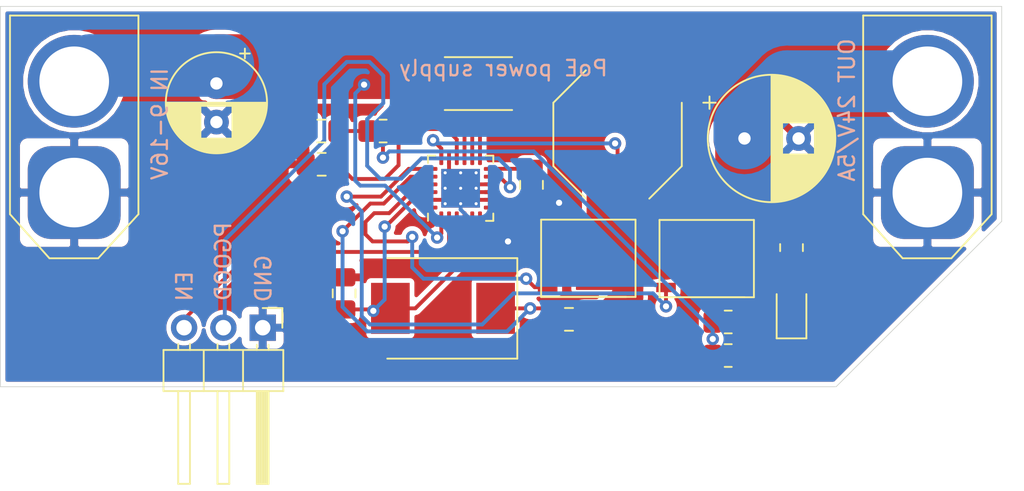
<source format=kicad_pcb>
(kicad_pcb (version 20171130) (host pcbnew 5.1.10)

  (general
    (thickness 1.6)
    (drawings 11)
    (tracks 195)
    (zones 0)
    (modules 21)
    (nets 18)
  )

  (page A4)
  (layers
    (0 F.Cu signal)
    (31 B.Cu signal)
    (32 B.Adhes user)
    (33 F.Adhes user)
    (34 B.Paste user)
    (35 F.Paste user)
    (36 B.SilkS user)
    (37 F.SilkS user)
    (38 B.Mask user)
    (39 F.Mask user)
    (40 Dwgs.User user)
    (41 Cmts.User user)
    (42 Eco1.User user)
    (43 Eco2.User user)
    (44 Edge.Cuts user)
    (45 Margin user)
    (46 B.CrtYd user)
    (47 F.CrtYd user)
    (48 B.Fab user)
    (49 F.Fab user)
  )

  (setup
    (last_trace_width 0.25)
    (user_trace_width 0.4)
    (user_trace_width 1)
    (user_trace_width 2)
    (user_trace_width 4)
    (trace_clearance 0.2)
    (zone_clearance 0.3)
    (zone_45_only yes)
    (trace_min 0.2)
    (via_size 0.8)
    (via_drill 0.4)
    (via_min_size 0.4)
    (via_min_drill 0.3)
    (uvia_size 0.3)
    (uvia_drill 0.1)
    (uvias_allowed no)
    (uvia_min_size 0.2)
    (uvia_min_drill 0.1)
    (edge_width 0.05)
    (segment_width 0.2)
    (pcb_text_width 0.3)
    (pcb_text_size 1.5 1.5)
    (mod_edge_width 0.12)
    (mod_text_size 1 1)
    (mod_text_width 0.15)
    (pad_size 1.524 1.524)
    (pad_drill 0.762)
    (pad_to_mask_clearance 0)
    (aux_axis_origin 0 0)
    (visible_elements FFFFFF7F)
    (pcbplotparams
      (layerselection 0x010fc_ffffffff)
      (usegerberextensions false)
      (usegerberattributes true)
      (usegerberadvancedattributes true)
      (creategerberjobfile true)
      (excludeedgelayer true)
      (linewidth 0.100000)
      (plotframeref false)
      (viasonmask false)
      (mode 1)
      (useauxorigin false)
      (hpglpennumber 1)
      (hpglpenspeed 20)
      (hpglpendiameter 15.000000)
      (psnegative false)
      (psa4output false)
      (plotreference true)
      (plotvalue true)
      (plotinvisibletext false)
      (padsonsilk false)
      (subtractmaskfromsilk false)
      (outputformat 1)
      (mirror false)
      (drillshape 1)
      (scaleselection 1)
      (outputdirectory ""))
  )

  (net 0 "")
  (net 1 GND)
  (net 2 /VIN)
  (net 3 "Net-(C2-Pad1)")
  (net 4 "Net-(C3-Pad1)")
  (net 5 "Net-(C4-Pad1)")
  (net 6 "Net-(C5-Pad2)")
  (net 7 "Net-(C5-Pad1)")
  (net 8 "Net-(C6-Pad1)")
  (net 9 /VOUT24V)
  (net 10 "Net-(D2-Pad2)")
  (net 11 "Net-(J1-Pad3)")
  (net 12 "Net-(J1-Pad2)")
  (net 13 "Net-(L1-Pad1)")
  (net 14 "Net-(R3-Pad2)")
  (net 15 "Net-(U1-Pad21)")
  (net 16 "Net-(U1-Pad19)")
  (net 17 "Net-(U1-Pad3)")

  (net_class Default "This is the default net class."
    (clearance 0.2)
    (trace_width 0.25)
    (via_dia 0.8)
    (via_drill 0.4)
    (uvia_dia 0.3)
    (uvia_drill 0.1)
    (add_net /VIN)
    (add_net /VOUT24V)
    (add_net GND)
    (add_net "Net-(C2-Pad1)")
    (add_net "Net-(C3-Pad1)")
    (add_net "Net-(C4-Pad1)")
    (add_net "Net-(C5-Pad1)")
    (add_net "Net-(C5-Pad2)")
    (add_net "Net-(C6-Pad1)")
    (add_net "Net-(D2-Pad2)")
    (add_net "Net-(J1-Pad2)")
    (add_net "Net-(J1-Pad3)")
    (add_net "Net-(L1-Pad1)")
    (add_net "Net-(R3-Pad2)")
    (add_net "Net-(U1-Pad19)")
    (add_net "Net-(U1-Pad21)")
    (add_net "Net-(U1-Pad3)")
  )

  (module User:PQFN8 (layer F.Cu) (tedit 61431E0E) (tstamp 61812330)
    (at 142.39 63.51 270)
    (path /618F09D9)
    (fp_text reference U3 (at 0 -4.1 90) (layer F.SilkS) hide
      (effects (font (size 1 1) (thickness 0.15)))
    )
    (fp_text value NTMFS034N15MC (at 0 -5.08 90) (layer F.Fab)
      (effects (font (size 1 1) (thickness 0.15)))
    )
    (fp_poly (pts (xy 2.1 1) (xy -1.9 1) (xy -1.9 -2.1) (xy 2.1 -2.1)) (layer F.Paste) (width 0.1))
    (fp_poly (pts (xy 2.2 1.1) (xy -2 1.1) (xy -2 -2.2) (xy 2.2 -2.2)) (layer F.Mask) (width 0.1))
    (fp_poly (pts (xy 2.1 1) (xy -1.9 1) (xy -1.9 -2.1) (xy 2.1 -2.1)) (layer F.Cu) (width 0.1))
    (fp_line (start -2.4 3.3) (end 2.6 3.3) (layer F.SilkS) (width 0.12))
    (fp_line (start -2.4 -2.8) (end -2.4 3.3) (layer F.SilkS) (width 0.12))
    (fp_line (start 2.6 -2.8) (end -2.4 -2.8) (layer F.SilkS) (width 0.12))
    (fp_line (start 2.6 3.3) (end 2.6 -2.8) (layer F.SilkS) (width 0.12))
    (fp_line (start 2.6 -2.2) (end 2.6 3.3) (layer F.SilkS) (width 0.12))
    (pad 8 smd rect (at -1.84 -2.3 270) (size 0.61 1.47) (layers F.Cu F.Paste F.Mask)
      (net 9 /VOUT24V))
    (pad 7 smd rect (at -0.57 -2.3 270) (size 0.61 1.47) (layers F.Cu F.Paste F.Mask)
      (net 9 /VOUT24V))
    (pad 6 smd rect (at 0.7 -2.3 270) (size 0.61 1.47) (layers F.Cu F.Paste F.Mask)
      (net 9 /VOUT24V))
    (pad 5 smd rect (at 1.97 -2.3 270) (size 0.61 1.47) (layers F.Cu F.Paste F.Mask)
      (net 9 /VOUT24V))
    (pad 4 smd rect (at 1.97 2.88 270) (size 0.61 1.27) (layers F.Cu F.Paste F.Mask)
      (net 16 "Net-(U1-Pad19)"))
    (pad 3 smd rect (at 0.7 2.88 270) (size 0.61 1.27) (layers F.Cu F.Paste F.Mask)
      (net 7 "Net-(C5-Pad1)"))
    (pad 2 smd rect (at -0.57 2.88 270) (size 0.61 1.27) (layers F.Cu F.Paste F.Mask)
      (net 7 "Net-(C5-Pad1)"))
    (pad 1 smd rect (at -1.84 2.88 270) (size 0.61 1.27) (layers F.Cu F.Paste F.Mask)
      (net 7 "Net-(C5-Pad1)"))
  )

  (module User:PQFN8 (layer F.Cu) (tedit 61431E0E) (tstamp 6181231C)
    (at 134.74 63.49 270)
    (path /618E36B1)
    (fp_text reference U2 (at 0 -4.1 90) (layer F.SilkS) hide
      (effects (font (size 1 1) (thickness 0.15)))
    )
    (fp_text value NTMFS034N15MC (at 0 -5.08 90) (layer F.Fab)
      (effects (font (size 1 1) (thickness 0.15)))
    )
    (fp_poly (pts (xy 2.1 1) (xy -1.9 1) (xy -1.9 -2.1) (xy 2.1 -2.1)) (layer F.Paste) (width 0.1))
    (fp_poly (pts (xy 2.2 1.1) (xy -2 1.1) (xy -2 -2.2) (xy 2.2 -2.2)) (layer F.Mask) (width 0.1))
    (fp_poly (pts (xy 2.1 1) (xy -1.9 1) (xy -1.9 -2.1) (xy 2.1 -2.1)) (layer F.Cu) (width 0.1))
    (fp_line (start -2.4 3.3) (end 2.6 3.3) (layer F.SilkS) (width 0.12))
    (fp_line (start -2.4 -2.8) (end -2.4 3.3) (layer F.SilkS) (width 0.12))
    (fp_line (start 2.6 -2.8) (end -2.4 -2.8) (layer F.SilkS) (width 0.12))
    (fp_line (start 2.6 3.3) (end 2.6 -2.8) (layer F.SilkS) (width 0.12))
    (fp_line (start 2.6 -2.2) (end 2.6 3.3) (layer F.SilkS) (width 0.12))
    (pad 8 smd rect (at -1.84 -2.3 270) (size 0.61 1.47) (layers F.Cu F.Paste F.Mask)
      (net 7 "Net-(C5-Pad1)"))
    (pad 7 smd rect (at -0.57 -2.3 270) (size 0.61 1.47) (layers F.Cu F.Paste F.Mask)
      (net 7 "Net-(C5-Pad1)"))
    (pad 6 smd rect (at 0.7 -2.3 270) (size 0.61 1.47) (layers F.Cu F.Paste F.Mask)
      (net 7 "Net-(C5-Pad1)"))
    (pad 5 smd rect (at 1.97 -2.3 270) (size 0.61 1.47) (layers F.Cu F.Paste F.Mask)
      (net 7 "Net-(C5-Pad1)"))
    (pad 4 smd rect (at 1.97 2.88 270) (size 0.61 1.27) (layers F.Cu F.Paste F.Mask)
      (net 15 "Net-(U1-Pad21)"))
    (pad 3 smd rect (at 0.7 2.88 270) (size 0.61 1.27) (layers F.Cu F.Paste F.Mask)
      (net 1 GND))
    (pad 2 smd rect (at -0.57 2.88 270) (size 0.61 1.27) (layers F.Cu F.Paste F.Mask)
      (net 1 GND))
    (pad 1 smd rect (at -1.84 2.88 270) (size 0.61 1.27) (layers F.Cu F.Paste F.Mask)
      (net 1 GND))
  )

  (module Package_DFN_QFN:HVQFN-24-1EP_4x4mm_P0.5mm_EP2.5x2.5mm_ThermalVias (layer F.Cu) (tedit 5EB533B0) (tstamp 61812308)
    (at 126.24 59.06 90)
    (descr "HVQFN, 24 Pin (https://www.nxp.com/docs/en/package-information/SOT616-3.pdf), generated with kicad-footprint-generator ipc_noLead_generator.py")
    (tags "HVQFN NoLead")
    (path /618BD2C7)
    (attr smd)
    (fp_text reference U1 (at 0 -3.32 90) (layer F.SilkS) hide
      (effects (font (size 1 1) (thickness 0.15)))
    )
    (fp_text value LTC3769 (at 0 3.32 90) (layer F.Fab)
      (effects (font (size 1 1) (thickness 0.15)))
    )
    (fp_line (start 2.62 -2.62) (end -2.62 -2.62) (layer F.CrtYd) (width 0.05))
    (fp_line (start 2.62 2.62) (end 2.62 -2.62) (layer F.CrtYd) (width 0.05))
    (fp_line (start -2.62 2.62) (end 2.62 2.62) (layer F.CrtYd) (width 0.05))
    (fp_line (start -2.62 -2.62) (end -2.62 2.62) (layer F.CrtYd) (width 0.05))
    (fp_line (start -2 -1) (end -1 -2) (layer F.Fab) (width 0.1))
    (fp_line (start -2 2) (end -2 -1) (layer F.Fab) (width 0.1))
    (fp_line (start 2 2) (end -2 2) (layer F.Fab) (width 0.1))
    (fp_line (start 2 -2) (end 2 2) (layer F.Fab) (width 0.1))
    (fp_line (start -1 -2) (end 2 -2) (layer F.Fab) (width 0.1))
    (fp_line (start -1.635 -2.11) (end -2.11 -2.11) (layer F.SilkS) (width 0.12))
    (fp_line (start 2.11 2.11) (end 2.11 1.635) (layer F.SilkS) (width 0.12))
    (fp_line (start 1.635 2.11) (end 2.11 2.11) (layer F.SilkS) (width 0.12))
    (fp_line (start -2.11 2.11) (end -2.11 1.635) (layer F.SilkS) (width 0.12))
    (fp_line (start -1.635 2.11) (end -2.11 2.11) (layer F.SilkS) (width 0.12))
    (fp_line (start 2.11 -2.11) (end 2.11 -1.635) (layer F.SilkS) (width 0.12))
    (fp_line (start 1.635 -2.11) (end 2.11 -2.11) (layer F.SilkS) (width 0.12))
    (fp_text user %R (at 0 0 90) (layer F.Fab)
      (effects (font (size 1 1) (thickness 0.15)))
    )
    (pad "" smd custom (at 0.5 0.5 90) (size 0.778626 0.778626) (layers F.Paste)
      (options (clearance outline) (anchor circle))
      (primitives
        (gr_poly (pts
           (xy -0.315114 -0.192176) (xy -0.192176 -0.315114) (xy 0.192176 -0.315114) (xy 0.315114 -0.192176) (xy 0.315114 0.192176)
           (xy 0.192176 0.315114) (xy -0.192176 0.315114) (xy -0.315114 0.192176)) (width 0.296797))
      ))
    (pad "" smd custom (at 0.5 -0.5 90) (size 0.778626 0.778626) (layers F.Paste)
      (options (clearance outline) (anchor circle))
      (primitives
        (gr_poly (pts
           (xy -0.315114 -0.192176) (xy -0.192176 -0.315114) (xy 0.192176 -0.315114) (xy 0.315114 -0.192176) (xy 0.315114 0.192176)
           (xy 0.192176 0.315114) (xy -0.192176 0.315114) (xy -0.315114 0.192176)) (width 0.296797))
      ))
    (pad "" smd custom (at -0.5 0.5 90) (size 0.778626 0.778626) (layers F.Paste)
      (options (clearance outline) (anchor circle))
      (primitives
        (gr_poly (pts
           (xy -0.315114 -0.192176) (xy -0.192176 -0.315114) (xy 0.192176 -0.315114) (xy 0.315114 -0.192176) (xy 0.315114 0.192176)
           (xy 0.192176 0.315114) (xy -0.192176 0.315114) (xy -0.315114 0.192176)) (width 0.296797))
      ))
    (pad "" smd custom (at -0.5 -0.5 90) (size 0.778626 0.778626) (layers F.Paste)
      (options (clearance outline) (anchor circle))
      (primitives
        (gr_poly (pts
           (xy -0.315114 -0.192176) (xy -0.192176 -0.315114) (xy 0.192176 -0.315114) (xy 0.315114 -0.192176) (xy 0.315114 0.192176)
           (xy 0.192176 0.315114) (xy -0.192176 0.315114) (xy -0.315114 0.192176)) (width 0.296797))
      ))
    (pad 25 smd rect (at 0 0 90) (size 2.5 2.5) (layers B.Cu)
      (net 1 GND))
    (pad 25 thru_hole circle (at 1 1 90) (size 0.5 0.5) (drill 0.2) (layers *.Cu)
      (net 1 GND))
    (pad 25 thru_hole circle (at 0 1 90) (size 0.5 0.5) (drill 0.2) (layers *.Cu)
      (net 1 GND))
    (pad 25 thru_hole circle (at -1 1 90) (size 0.5 0.5) (drill 0.2) (layers *.Cu)
      (net 1 GND))
    (pad 25 thru_hole circle (at 1 0 90) (size 0.5 0.5) (drill 0.2) (layers *.Cu)
      (net 1 GND))
    (pad 25 thru_hole circle (at 0 0 90) (size 0.5 0.5) (drill 0.2) (layers *.Cu)
      (net 1 GND))
    (pad 25 thru_hole circle (at -1 0 90) (size 0.5 0.5) (drill 0.2) (layers *.Cu)
      (net 1 GND))
    (pad 25 thru_hole circle (at 1 -1 90) (size 0.5 0.5) (drill 0.2) (layers *.Cu)
      (net 1 GND))
    (pad 25 thru_hole circle (at 0 -1 90) (size 0.5 0.5) (drill 0.2) (layers *.Cu)
      (net 1 GND))
    (pad 25 thru_hole circle (at -1 -1 90) (size 0.5 0.5) (drill 0.2) (layers *.Cu)
      (net 1 GND))
    (pad 25 smd rect (at 0 0 90) (size 2.5 2.5) (layers F.Cu F.Mask)
      (net 1 GND))
    (pad 24 smd roundrect (at -1.25 -1.9375 90) (size 0.25 0.875) (layers F.Cu F.Paste F.Mask) (roundrect_rratio 0.25)
      (net 1 GND))
    (pad 23 smd roundrect (at -0.75 -1.9375 90) (size 0.25 0.875) (layers F.Cu F.Paste F.Mask) (roundrect_rratio 0.25)
      (net 1 GND))
    (pad 22 smd roundrect (at -0.25 -1.9375 90) (size 0.25 0.875) (layers F.Cu F.Paste F.Mask) (roundrect_rratio 0.25)
      (net 8 "Net-(C6-Pad1)"))
    (pad 21 smd roundrect (at 0.25 -1.9375 90) (size 0.25 0.875) (layers F.Cu F.Paste F.Mask) (roundrect_rratio 0.25)
      (net 15 "Net-(U1-Pad21)"))
    (pad 20 smd roundrect (at 0.75 -1.9375 90) (size 0.25 0.875) (layers F.Cu F.Paste F.Mask) (roundrect_rratio 0.25)
      (net 6 "Net-(C5-Pad2)"))
    (pad 19 smd roundrect (at 1.25 -1.9375 90) (size 0.25 0.875) (layers F.Cu F.Paste F.Mask) (roundrect_rratio 0.25)
      (net 16 "Net-(U1-Pad19)"))
    (pad 18 smd roundrect (at 1.9375 -1.25 90) (size 0.875 0.25) (layers F.Cu F.Paste F.Mask) (roundrect_rratio 0.25)
      (net 7 "Net-(C5-Pad1)"))
    (pad 17 smd roundrect (at 1.9375 -0.75 90) (size 0.875 0.25) (layers F.Cu F.Paste F.Mask) (roundrect_rratio 0.25)
      (net 1 GND))
    (pad 16 smd roundrect (at 1.9375 -0.25 90) (size 0.875 0.25) (layers F.Cu F.Paste F.Mask) (roundrect_rratio 0.25)
      (net 4 "Net-(C3-Pad1)"))
    (pad 15 smd roundrect (at 1.9375 0.25 90) (size 0.875 0.25) (layers F.Cu F.Paste F.Mask) (roundrect_rratio 0.25)
      (net 14 "Net-(R3-Pad2)"))
    (pad 14 smd roundrect (at 1.9375 0.75 90) (size 0.875 0.25) (layers F.Cu F.Paste F.Mask) (roundrect_rratio 0.25)
      (net 2 /VIN))
    (pad 13 smd roundrect (at 1.9375 1.25 90) (size 0.875 0.25) (layers F.Cu F.Paste F.Mask) (roundrect_rratio 0.25)
      (net 13 "Net-(L1-Pad1)"))
    (pad 12 smd roundrect (at 1.25 1.9375 90) (size 0.25 0.875) (layers F.Cu F.Paste F.Mask) (roundrect_rratio 0.25)
      (net 3 "Net-(C2-Pad1)"))
    (pad 11 smd roundrect (at 0.75 1.9375 90) (size 0.25 0.875) (layers F.Cu F.Paste F.Mask) (roundrect_rratio 0.25)
      (net 12 "Net-(J1-Pad2)"))
    (pad 10 smd roundrect (at 0.25 1.9375 90) (size 0.25 0.875) (layers F.Cu F.Paste F.Mask) (roundrect_rratio 0.25)
      (net 1 GND))
    (pad 9 smd roundrect (at -0.25 1.9375 90) (size 0.25 0.875) (layers F.Cu F.Paste F.Mask) (roundrect_rratio 0.25)
      (net 1 GND))
    (pad 8 smd roundrect (at -0.75 1.9375 90) (size 0.25 0.875) (layers F.Cu F.Paste F.Mask) (roundrect_rratio 0.25)
      (net 1 GND))
    (pad 7 smd roundrect (at -1.25 1.9375 90) (size 0.25 0.875) (layers F.Cu F.Paste F.Mask) (roundrect_rratio 0.25)
      (net 1 GND))
    (pad 6 smd roundrect (at -1.9375 1.25 90) (size 0.875 0.25) (layers F.Cu F.Paste F.Mask) (roundrect_rratio 0.25))
    (pad 5 smd roundrect (at -1.9375 0.75 90) (size 0.875 0.25) (layers F.Cu F.Paste F.Mask) (roundrect_rratio 0.25)
      (net 8 "Net-(C6-Pad1)"))
    (pad 4 smd roundrect (at -1.9375 0.25 90) (size 0.875 0.25) (layers F.Cu F.Paste F.Mask) (roundrect_rratio 0.25))
    (pad 3 smd roundrect (at -1.9375 -0.25 90) (size 0.875 0.25) (layers F.Cu F.Paste F.Mask) (roundrect_rratio 0.25)
      (net 17 "Net-(U1-Pad3)"))
    (pad 2 smd roundrect (at -1.9375 -0.75 90) (size 0.875 0.25) (layers F.Cu F.Paste F.Mask) (roundrect_rratio 0.25)
      (net 11 "Net-(J1-Pad3)"))
    (pad 1 smd roundrect (at -1.9375 -1.25 90) (size 0.875 0.25) (layers F.Cu F.Paste F.Mask) (roundrect_rratio 0.25)
      (net 2 /VIN))
    (model ${KISYS3DMOD}/Package_DFN_QFN.3dshapes/HVQFN-24-1EP_4x4mm_P0.5mm_EP2.5x2.5mm.wrl
      (at (xyz 0 0 0))
      (scale (xyz 1 1 1))
      (rotate (xyz 0 0 0))
    )
  )

  (module Resistor_SMD:R_0805_2012Metric_Pad1.20x1.40mm_HandSolder (layer F.Cu) (tedit 5F68FEEE) (tstamp 618122CC)
    (at 147.62 62.9 270)
    (descr "Resistor SMD 0805 (2012 Metric), square (rectangular) end terminal, IPC_7351 nominal with elongated pad for handsoldering. (Body size source: IPC-SM-782 page 72, https://www.pcb-3d.com/wordpress/wp-content/uploads/ipc-sm-782a_amendment_1_and_2.pdf), generated with kicad-footprint-generator")
    (tags "resistor handsolder")
    (path /6192D15C)
    (attr smd)
    (fp_text reference R5 (at 0 -1.65 90) (layer F.SilkS) hide
      (effects (font (size 1 1) (thickness 0.15)))
    )
    (fp_text value 5k1 (at 0 1.65 90) (layer F.Fab)
      (effects (font (size 1 1) (thickness 0.15)))
    )
    (fp_line (start 1.85 0.95) (end -1.85 0.95) (layer F.CrtYd) (width 0.05))
    (fp_line (start 1.85 -0.95) (end 1.85 0.95) (layer F.CrtYd) (width 0.05))
    (fp_line (start -1.85 -0.95) (end 1.85 -0.95) (layer F.CrtYd) (width 0.05))
    (fp_line (start -1.85 0.95) (end -1.85 -0.95) (layer F.CrtYd) (width 0.05))
    (fp_line (start -0.227064 0.735) (end 0.227064 0.735) (layer F.SilkS) (width 0.12))
    (fp_line (start -0.227064 -0.735) (end 0.227064 -0.735) (layer F.SilkS) (width 0.12))
    (fp_line (start 1 0.625) (end -1 0.625) (layer F.Fab) (width 0.1))
    (fp_line (start 1 -0.625) (end 1 0.625) (layer F.Fab) (width 0.1))
    (fp_line (start -1 -0.625) (end 1 -0.625) (layer F.Fab) (width 0.1))
    (fp_line (start -1 0.625) (end -1 -0.625) (layer F.Fab) (width 0.1))
    (fp_text user %R (at 0 0 90) (layer F.Fab)
      (effects (font (size 0.5 0.5) (thickness 0.08)))
    )
    (pad 2 smd roundrect (at 1 0 270) (size 1.2 1.4) (layers F.Cu F.Paste F.Mask) (roundrect_rratio 0.208333)
      (net 10 "Net-(D2-Pad2)"))
    (pad 1 smd roundrect (at -1 0 270) (size 1.2 1.4) (layers F.Cu F.Paste F.Mask) (roundrect_rratio 0.208333)
      (net 9 /VOUT24V))
    (model ${KISYS3DMOD}/Resistor_SMD.3dshapes/R_0805_2012Metric.wrl
      (at (xyz 0 0 0))
      (scale (xyz 1 1 1))
      (rotate (xyz 0 0 0))
    )
  )

  (module Resistor_SMD:R_0805_2012Metric_Pad1.20x1.40mm_HandSolder (layer F.Cu) (tedit 5F68FEEE) (tstamp 618122BB)
    (at 143.53 69.88)
    (descr "Resistor SMD 0805 (2012 Metric), square (rectangular) end terminal, IPC_7351 nominal with elongated pad for handsoldering. (Body size source: IPC-SM-782 page 72, https://www.pcb-3d.com/wordpress/wp-content/uploads/ipc-sm-782a_amendment_1_and_2.pdf), generated with kicad-footprint-generator")
    (tags "resistor handsolder")
    (path /618CF4E4)
    (attr smd)
    (fp_text reference R4 (at 0 -1.65) (layer F.SilkS) hide
      (effects (font (size 1 1) (thickness 0.15)))
    )
    (fp_text value 12k1 (at 0 1.65) (layer F.Fab)
      (effects (font (size 1 1) (thickness 0.15)))
    )
    (fp_line (start 1.85 0.95) (end -1.85 0.95) (layer F.CrtYd) (width 0.05))
    (fp_line (start 1.85 -0.95) (end 1.85 0.95) (layer F.CrtYd) (width 0.05))
    (fp_line (start -1.85 -0.95) (end 1.85 -0.95) (layer F.CrtYd) (width 0.05))
    (fp_line (start -1.85 0.95) (end -1.85 -0.95) (layer F.CrtYd) (width 0.05))
    (fp_line (start -0.227064 0.735) (end 0.227064 0.735) (layer F.SilkS) (width 0.12))
    (fp_line (start -0.227064 -0.735) (end 0.227064 -0.735) (layer F.SilkS) (width 0.12))
    (fp_line (start 1 0.625) (end -1 0.625) (layer F.Fab) (width 0.1))
    (fp_line (start 1 -0.625) (end 1 0.625) (layer F.Fab) (width 0.1))
    (fp_line (start -1 -0.625) (end 1 -0.625) (layer F.Fab) (width 0.1))
    (fp_line (start -1 0.625) (end -1 -0.625) (layer F.Fab) (width 0.1))
    (fp_text user %R (at 0 0) (layer F.Fab)
      (effects (font (size 0.5 0.5) (thickness 0.08)))
    )
    (pad 2 smd roundrect (at 1 0) (size 1.2 1.4) (layers F.Cu F.Paste F.Mask) (roundrect_rratio 0.208333)
      (net 1 GND))
    (pad 1 smd roundrect (at -1 0) (size 1.2 1.4) (layers F.Cu F.Paste F.Mask) (roundrect_rratio 0.208333)
      (net 14 "Net-(R3-Pad2)"))
    (model ${KISYS3DMOD}/Resistor_SMD.3dshapes/R_0805_2012Metric.wrl
      (at (xyz 0 0 0))
      (scale (xyz 1 1 1))
      (rotate (xyz 0 0 0))
    )
  )

  (module Resistor_SMD:R_0805_2012Metric_Pad1.20x1.40mm_HandSolder (layer F.Cu) (tedit 5F68FEEE) (tstamp 618122AA)
    (at 143.53 67.71 180)
    (descr "Resistor SMD 0805 (2012 Metric), square (rectangular) end terminal, IPC_7351 nominal with elongated pad for handsoldering. (Body size source: IPC-SM-782 page 72, https://www.pcb-3d.com/wordpress/wp-content/uploads/ipc-sm-782a_amendment_1_and_2.pdf), generated with kicad-footprint-generator")
    (tags "resistor handsolder")
    (path /618D0B63)
    (attr smd)
    (fp_text reference R3 (at 0 -1.65) (layer F.SilkS) hide
      (effects (font (size 1 1) (thickness 0.15)))
    )
    (fp_text value 232k (at 0 1.65) (layer F.Fab)
      (effects (font (size 1 1) (thickness 0.15)))
    )
    (fp_line (start 1.85 0.95) (end -1.85 0.95) (layer F.CrtYd) (width 0.05))
    (fp_line (start 1.85 -0.95) (end 1.85 0.95) (layer F.CrtYd) (width 0.05))
    (fp_line (start -1.85 -0.95) (end 1.85 -0.95) (layer F.CrtYd) (width 0.05))
    (fp_line (start -1.85 0.95) (end -1.85 -0.95) (layer F.CrtYd) (width 0.05))
    (fp_line (start -0.227064 0.735) (end 0.227064 0.735) (layer F.SilkS) (width 0.12))
    (fp_line (start -0.227064 -0.735) (end 0.227064 -0.735) (layer F.SilkS) (width 0.12))
    (fp_line (start 1 0.625) (end -1 0.625) (layer F.Fab) (width 0.1))
    (fp_line (start 1 -0.625) (end 1 0.625) (layer F.Fab) (width 0.1))
    (fp_line (start -1 -0.625) (end 1 -0.625) (layer F.Fab) (width 0.1))
    (fp_line (start -1 0.625) (end -1 -0.625) (layer F.Fab) (width 0.1))
    (fp_text user %R (at 0 0) (layer F.Fab)
      (effects (font (size 0.5 0.5) (thickness 0.08)))
    )
    (pad 2 smd roundrect (at 1 0 180) (size 1.2 1.4) (layers F.Cu F.Paste F.Mask) (roundrect_rratio 0.208333)
      (net 14 "Net-(R3-Pad2)"))
    (pad 1 smd roundrect (at -1 0 180) (size 1.2 1.4) (layers F.Cu F.Paste F.Mask) (roundrect_rratio 0.208333)
      (net 9 /VOUT24V))
    (model ${KISYS3DMOD}/Resistor_SMD.3dshapes/R_0805_2012Metric.wrl
      (at (xyz 0 0 0))
      (scale (xyz 1 1 1))
      (rotate (xyz 0 0 0))
    )
  )

  (module Resistor_SMD:R_2512_6332Metric_Pad1.40x3.35mm_HandSolder (layer F.Cu) (tedit 5F68FEEE) (tstamp 61812299)
    (at 127.39 52.29)
    (descr "Resistor SMD 2512 (6332 Metric), square (rectangular) end terminal, IPC_7351 nominal with elongated pad for handsoldering. (Body size source: IPC-SM-782 page 72, https://www.pcb-3d.com/wordpress/wp-content/uploads/ipc-sm-782a_amendment_1_and_2.pdf), generated with kicad-footprint-generator")
    (tags "resistor handsolder")
    (path /618DE6EA)
    (attr smd)
    (fp_text reference R2 (at 0 -2.62) (layer F.SilkS) hide
      (effects (font (size 1 1) (thickness 0.15)))
    )
    (fp_text value 0R004 (at 0 2.62) (layer F.Fab)
      (effects (font (size 1 1) (thickness 0.15)))
    )
    (fp_line (start 4 1.92) (end -4 1.92) (layer F.CrtYd) (width 0.05))
    (fp_line (start 4 -1.92) (end 4 1.92) (layer F.CrtYd) (width 0.05))
    (fp_line (start -4 -1.92) (end 4 -1.92) (layer F.CrtYd) (width 0.05))
    (fp_line (start -4 1.92) (end -4 -1.92) (layer F.CrtYd) (width 0.05))
    (fp_line (start -2.177064 1.71) (end 2.177064 1.71) (layer F.SilkS) (width 0.12))
    (fp_line (start -2.177064 -1.71) (end 2.177064 -1.71) (layer F.SilkS) (width 0.12))
    (fp_line (start 3.15 1.6) (end -3.15 1.6) (layer F.Fab) (width 0.1))
    (fp_line (start 3.15 -1.6) (end 3.15 1.6) (layer F.Fab) (width 0.1))
    (fp_line (start -3.15 -1.6) (end 3.15 -1.6) (layer F.Fab) (width 0.1))
    (fp_line (start -3.15 1.6) (end -3.15 -1.6) (layer F.Fab) (width 0.1))
    (fp_text user %R (at 0 0) (layer F.Fab)
      (effects (font (size 1 1) (thickness 0.15)))
    )
    (pad 2 smd roundrect (at 3.05 0) (size 1.4 3.35) (layers F.Cu F.Paste F.Mask) (roundrect_rratio 0.178571)
      (net 13 "Net-(L1-Pad1)"))
    (pad 1 smd roundrect (at -3.05 0) (size 1.4 3.35) (layers F.Cu F.Paste F.Mask) (roundrect_rratio 0.178571)
      (net 2 /VIN))
    (model ${KISYS3DMOD}/Resistor_SMD.3dshapes/R_2512_6332Metric.wrl
      (at (xyz 0 0 0))
      (scale (xyz 1 1 1))
      (rotate (xyz 0 0 0))
    )
  )

  (module Resistor_SMD:R_0805_2012Metric_Pad1.20x1.40mm_HandSolder (layer F.Cu) (tedit 5F68FEEE) (tstamp 61812288)
    (at 121.23 55.36 180)
    (descr "Resistor SMD 0805 (2012 Metric), square (rectangular) end terminal, IPC_7351 nominal with elongated pad for handsoldering. (Body size source: IPC-SM-782 page 72, https://www.pcb-3d.com/wordpress/wp-content/uploads/ipc-sm-782a_amendment_1_and_2.pdf), generated with kicad-footprint-generator")
    (tags "resistor handsolder")
    (path /618BFCDB)
    (attr smd)
    (fp_text reference R1 (at 0 -1.65) (layer F.SilkS) hide
      (effects (font (size 1 1) (thickness 0.15)))
    )
    (fp_text value 8k66 (at 0 1.65) (layer F.Fab)
      (effects (font (size 1 1) (thickness 0.15)))
    )
    (fp_line (start 1.85 0.95) (end -1.85 0.95) (layer F.CrtYd) (width 0.05))
    (fp_line (start 1.85 -0.95) (end 1.85 0.95) (layer F.CrtYd) (width 0.05))
    (fp_line (start -1.85 -0.95) (end 1.85 -0.95) (layer F.CrtYd) (width 0.05))
    (fp_line (start -1.85 0.95) (end -1.85 -0.95) (layer F.CrtYd) (width 0.05))
    (fp_line (start -0.227064 0.735) (end 0.227064 0.735) (layer F.SilkS) (width 0.12))
    (fp_line (start -0.227064 -0.735) (end 0.227064 -0.735) (layer F.SilkS) (width 0.12))
    (fp_line (start 1 0.625) (end -1 0.625) (layer F.Fab) (width 0.1))
    (fp_line (start 1 -0.625) (end 1 0.625) (layer F.Fab) (width 0.1))
    (fp_line (start -1 -0.625) (end 1 -0.625) (layer F.Fab) (width 0.1))
    (fp_line (start -1 0.625) (end -1 -0.625) (layer F.Fab) (width 0.1))
    (fp_text user %R (at 0 0) (layer F.Fab)
      (effects (font (size 0.5 0.5) (thickness 0.08)))
    )
    (pad 2 smd roundrect (at 1 0 180) (size 1.2 1.4) (layers F.Cu F.Paste F.Mask) (roundrect_rratio 0.208333)
      (net 5 "Net-(C4-Pad1)"))
    (pad 1 smd roundrect (at -1 0 180) (size 1.2 1.4) (layers F.Cu F.Paste F.Mask) (roundrect_rratio 0.208333)
      (net 4 "Net-(C3-Pad1)"))
    (model ${KISYS3DMOD}/Resistor_SMD.3dshapes/R_0805_2012Metric.wrl
      (at (xyz 0 0 0))
      (scale (xyz 1 1 1))
      (rotate (xyz 0 0 0))
    )
  )

  (module Inductor_SMD:L_Bourns-SRU8028_8.0x8.0mm (layer F.Cu) (tedit 5990349C) (tstamp 61812277)
    (at 136.38 55.58 270)
    (descr "Bourns SRU8028 series SMD inductor")
    (tags "Bourns SRU8028 SMD inductor")
    (path /618E64AF)
    (attr smd)
    (fp_text reference L1 (at 0 5.2 90) (layer F.SilkS) hide
      (effects (font (size 1 1) (thickness 0.15)))
    )
    (fp_text value SDCH1V8040-3R3M-R (at 0 -5.1 90) (layer F.Fab)
      (effects (font (size 1 1) (thickness 0.15)))
    )
    (fp_circle (center 0 0) (end 0 -3) (layer F.Fab) (width 0.1))
    (fp_line (start 2 -4) (end 4 -2) (layer F.Fab) (width 0.1))
    (fp_line (start -2 -4) (end 2 -4) (layer F.Fab) (width 0.1))
    (fp_line (start -4 -2) (end -2 -4) (layer F.Fab) (width 0.1))
    (fp_line (start -4 2) (end -4 -2) (layer F.Fab) (width 0.1))
    (fp_line (start -2 4) (end -4 2) (layer F.Fab) (width 0.1))
    (fp_line (start 2 4) (end -2 4) (layer F.Fab) (width 0.1))
    (fp_line (start 4 2) (end 2 4) (layer F.Fab) (width 0.1))
    (fp_line (start 4 -2) (end 4 2) (layer F.Fab) (width 0.1))
    (fp_line (start -2.05 -4.15) (end 2.05 -4.15) (layer F.SilkS) (width 0.12))
    (fp_line (start -2.05 4.15) (end -4.15 2.05) (layer F.SilkS) (width 0.12))
    (fp_line (start 2.05 4.15) (end -2.05 4.15) (layer F.SilkS) (width 0.12))
    (fp_line (start 2.05 4.15) (end 4.15 2.05) (layer F.SilkS) (width 0.12))
    (fp_line (start 2.05 -4.15) (end 4.15 -2.05) (layer F.SilkS) (width 0.12))
    (fp_line (start -5.15 -4.4) (end 5.15 -4.4) (layer F.CrtYd) (width 0.05))
    (fp_line (start -5.15 4.4) (end -5.15 -4.4) (layer F.CrtYd) (width 0.05))
    (fp_line (start 5.15 4.4) (end -5.15 4.4) (layer F.CrtYd) (width 0.05))
    (fp_line (start 5.15 -4.4) (end 5.15 4.4) (layer F.CrtYd) (width 0.05))
    (fp_text user %R (at 0 0 90) (layer F.Fab)
      (effects (font (size 1 1) (thickness 0.15)))
    )
    (pad 2 smd rect (at 3.9 0 270) (size 2 3.2) (layers F.Cu F.Paste F.Mask)
      (net 7 "Net-(C5-Pad1)"))
    (pad 1 smd rect (at -3.9 0 270) (size 2 3.2) (layers F.Cu F.Paste F.Mask)
      (net 13 "Net-(L1-Pad1)"))
    (model ${KISYS3DMOD}/Inductor_SMD.3dshapes/L_Bourns-SRU8028_8.0x8.0mm.wrl
      (at (xyz 0 0 0))
      (scale (xyz 1 1 1))
      (rotate (xyz 0 0 0))
    )
  )

  (module Connector_AMASS:AMASS_XT60-F_1x02_P7.20mm_Vertical (layer F.Cu) (tedit 5D6C1D2C) (tstamp 6181225E)
    (at 156.4 59.34 90)
    (descr "AMASS female XT60, through hole, vertical, https://www.tme.eu/Document/2d152ced3b7a446066e6c419d84bb460/XT60%20SPEC.pdf")
    (tags "XT60 female vertical")
    (path /6191106C)
    (fp_text reference J3 (at 3.6 -5.3 270) (layer F.SilkS) hide
      (effects (font (size 1 1) (thickness 0.15)))
    )
    (fp_text value Conn_01x02 (at 3.6 5.4 90) (layer F.Fab)
      (effects (font (size 1 1) (thickness 0.15)))
    )
    (fp_line (start -1.6 -4.6) (end 11.85 -4.6) (layer F.CrtYd) (width 0.05))
    (fp_line (start -4.65 -1.85) (end -1.6 -4.6) (layer F.CrtYd) (width 0.05))
    (fp_line (start -4.65 1.85) (end -4.65 -1.85) (layer F.CrtYd) (width 0.05))
    (fp_line (start -1.6 4.6) (end -4.65 1.85) (layer F.CrtYd) (width 0.05))
    (fp_line (start 11.85 4.6) (end -1.6 4.6) (layer F.CrtYd) (width 0.05))
    (fp_line (start 11.85 -4.6) (end 11.85 4.6) (layer F.CrtYd) (width 0.05))
    (fp_line (start 11.35 4.05) (end 11.35 -4.05) (layer F.Fab) (width 0.12))
    (fp_line (start -1.4 4.05) (end 11.35 4.05) (layer F.Fab) (width 0.12))
    (fp_line (start -4.15 1.55) (end -1.4 4.05) (layer F.Fab) (width 0.12))
    (fp_line (start -4.15 -1.55) (end -4.15 1.55) (layer F.Fab) (width 0.12))
    (fp_line (start -1.4 -4.05) (end -4.15 -1.55) (layer F.Fab) (width 0.12))
    (fp_line (start 11.35 -4.05) (end -1.4 -4.05) (layer F.Fab) (width 0.12))
    (fp_line (start -4.25 1.55) (end -1.4 4.15) (layer F.SilkS) (width 0.12))
    (fp_line (start -1.4 -4.15) (end -4.25 -1.6) (layer F.SilkS) (width 0.12))
    (fp_line (start 11.45 4.15) (end 11.45 -4.15) (layer F.SilkS) (width 0.12))
    (fp_line (start -1.4 4.15) (end 11.45 4.15) (layer F.SilkS) (width 0.12))
    (fp_line (start -4.25 -1.6) (end -4.25 1.55) (layer F.SilkS) (width 0.12))
    (fp_line (start 11.45 -4.15) (end -1.4 -4.15) (layer F.SilkS) (width 0.12))
    (fp_text user %R (at 3.6 0.05 90) (layer F.Fab)
      (effects (font (size 1 1) (thickness 0.15)))
    )
    (pad 1 thru_hole roundrect (at 0 0 90) (size 6 6) (drill 4.5) (layers *.Cu *.Mask) (roundrect_rratio 0.25)
      (net 1 GND))
    (pad 2 thru_hole circle (at 7.2 0 90) (size 6 6) (drill 4.5) (layers *.Cu *.Mask)
      (net 9 /VOUT24V))
    (model ${KISYS3DMOD}/Connector_AMASS.3dshapes/AMASS_XT60-F_1x02_P7.2mm_Vertical.wrl
      (at (xyz 0 0 0))
      (scale (xyz 1 1 1))
      (rotate (xyz 0 0 0))
    )
  )

  (module Connector_AMASS:AMASS_XT60-M_1x02_P7.20mm_Vertical (layer F.Cu) (tedit 5D6C1D36) (tstamp 61812245)
    (at 101.27 59.34 90)
    (descr "AMASS female XT60, through hole, vertical, https://www.tme.eu/Document/2d152ced3b7a446066e6c419d84bb460/XT60%20SPEC.pdf")
    (tags "XT60 female vertical")
    (path /6190D083)
    (fp_text reference J2 (at 3.6 -5.3 270) (layer F.SilkS) hide
      (effects (font (size 1 1) (thickness 0.15)))
    )
    (fp_text value Conn_01x02 (at 3.6 5.4 90) (layer F.Fab)
      (effects (font (size 1 1) (thickness 0.15)))
    )
    (fp_line (start 11.45 -4.15) (end -1.4 -4.15) (layer F.SilkS) (width 0.12))
    (fp_line (start -4.25 -1.6) (end -4.25 1.55) (layer F.SilkS) (width 0.12))
    (fp_line (start -1.4 4.15) (end 11.45 4.15) (layer F.SilkS) (width 0.12))
    (fp_line (start 11.45 4.15) (end 11.45 -4.15) (layer F.SilkS) (width 0.12))
    (fp_line (start -1.4 -4.15) (end -4.25 -1.6) (layer F.SilkS) (width 0.12))
    (fp_line (start -4.25 1.55) (end -1.4 4.15) (layer F.SilkS) (width 0.12))
    (fp_line (start 11.35 -4.05) (end -1.4 -4.05) (layer F.Fab) (width 0.12))
    (fp_line (start -1.4 -4.05) (end -4.15 -1.55) (layer F.Fab) (width 0.12))
    (fp_line (start -4.15 -1.55) (end -4.15 1.55) (layer F.Fab) (width 0.12))
    (fp_line (start -4.15 1.55) (end -1.4 4.05) (layer F.Fab) (width 0.12))
    (fp_line (start -1.4 4.05) (end 11.35 4.05) (layer F.Fab) (width 0.12))
    (fp_line (start 11.35 4.05) (end 11.35 -4.05) (layer F.Fab) (width 0.12))
    (fp_line (start 11.85 -4.6) (end 11.85 4.6) (layer F.CrtYd) (width 0.05))
    (fp_line (start 11.85 4.6) (end -1.6 4.6) (layer F.CrtYd) (width 0.05))
    (fp_line (start -1.6 4.6) (end -4.65 1.85) (layer F.CrtYd) (width 0.05))
    (fp_line (start -4.65 1.85) (end -4.65 -1.85) (layer F.CrtYd) (width 0.05))
    (fp_line (start -4.65 -1.85) (end -1.6 -4.6) (layer F.CrtYd) (width 0.05))
    (fp_line (start -1.6 -4.6) (end 11.85 -4.6) (layer F.CrtYd) (width 0.05))
    (fp_text user %R (at 3.6 0.05 90) (layer F.Fab)
      (effects (font (size 1 1) (thickness 0.15)))
    )
    (pad 1 thru_hole roundrect (at 0 0 90) (size 6 6) (drill 4.5) (layers *.Cu *.Mask) (roundrect_rratio 0.25)
      (net 1 GND))
    (pad 2 thru_hole circle (at 7.2 0 90) (size 6 6) (drill 4.5) (layers *.Cu *.Mask)
      (net 2 /VIN))
    (model ${KISYS3DMOD}/Connector_AMASS.3dshapes/AMASS_XT60-M_1x02_P7.2mm_Vertical.wrl
      (at (xyz 0 0 0))
      (scale (xyz 1 1 1))
      (rotate (xyz 0 0 0))
    )
  )

  (module Connector_PinHeader_2.54mm:PinHeader_1x03_P2.54mm_Horizontal (layer F.Cu) (tedit 59FED5CB) (tstamp 6181222C)
    (at 113.45 68.08 270)
    (descr "Through hole angled pin header, 1x03, 2.54mm pitch, 6mm pin length, single row")
    (tags "Through hole angled pin header THT 1x03 2.54mm single row")
    (path /6190681A)
    (fp_text reference J1 (at 4.385 -2.27 90) (layer F.SilkS) hide
      (effects (font (size 1 1) (thickness 0.15)))
    )
    (fp_text value Conn_01x03 (at 4.385 7.35 90) (layer F.Fab)
      (effects (font (size 1 1) (thickness 0.15)))
    )
    (fp_line (start 10.55 -1.8) (end -1.8 -1.8) (layer F.CrtYd) (width 0.05))
    (fp_line (start 10.55 6.85) (end 10.55 -1.8) (layer F.CrtYd) (width 0.05))
    (fp_line (start -1.8 6.85) (end 10.55 6.85) (layer F.CrtYd) (width 0.05))
    (fp_line (start -1.8 -1.8) (end -1.8 6.85) (layer F.CrtYd) (width 0.05))
    (fp_line (start -1.27 -1.27) (end 0 -1.27) (layer F.SilkS) (width 0.12))
    (fp_line (start -1.27 0) (end -1.27 -1.27) (layer F.SilkS) (width 0.12))
    (fp_line (start 1.042929 5.46) (end 1.44 5.46) (layer F.SilkS) (width 0.12))
    (fp_line (start 1.042929 4.7) (end 1.44 4.7) (layer F.SilkS) (width 0.12))
    (fp_line (start 10.1 5.46) (end 4.1 5.46) (layer F.SilkS) (width 0.12))
    (fp_line (start 10.1 4.7) (end 10.1 5.46) (layer F.SilkS) (width 0.12))
    (fp_line (start 4.1 4.7) (end 10.1 4.7) (layer F.SilkS) (width 0.12))
    (fp_line (start 1.44 3.81) (end 4.1 3.81) (layer F.SilkS) (width 0.12))
    (fp_line (start 1.042929 2.92) (end 1.44 2.92) (layer F.SilkS) (width 0.12))
    (fp_line (start 1.042929 2.16) (end 1.44 2.16) (layer F.SilkS) (width 0.12))
    (fp_line (start 10.1 2.92) (end 4.1 2.92) (layer F.SilkS) (width 0.12))
    (fp_line (start 10.1 2.16) (end 10.1 2.92) (layer F.SilkS) (width 0.12))
    (fp_line (start 4.1 2.16) (end 10.1 2.16) (layer F.SilkS) (width 0.12))
    (fp_line (start 1.44 1.27) (end 4.1 1.27) (layer F.SilkS) (width 0.12))
    (fp_line (start 1.11 0.38) (end 1.44 0.38) (layer F.SilkS) (width 0.12))
    (fp_line (start 1.11 -0.38) (end 1.44 -0.38) (layer F.SilkS) (width 0.12))
    (fp_line (start 4.1 0.28) (end 10.1 0.28) (layer F.SilkS) (width 0.12))
    (fp_line (start 4.1 0.16) (end 10.1 0.16) (layer F.SilkS) (width 0.12))
    (fp_line (start 4.1 0.04) (end 10.1 0.04) (layer F.SilkS) (width 0.12))
    (fp_line (start 4.1 -0.08) (end 10.1 -0.08) (layer F.SilkS) (width 0.12))
    (fp_line (start 4.1 -0.2) (end 10.1 -0.2) (layer F.SilkS) (width 0.12))
    (fp_line (start 4.1 -0.32) (end 10.1 -0.32) (layer F.SilkS) (width 0.12))
    (fp_line (start 10.1 0.38) (end 4.1 0.38) (layer F.SilkS) (width 0.12))
    (fp_line (start 10.1 -0.38) (end 10.1 0.38) (layer F.SilkS) (width 0.12))
    (fp_line (start 4.1 -0.38) (end 10.1 -0.38) (layer F.SilkS) (width 0.12))
    (fp_line (start 4.1 -1.33) (end 1.44 -1.33) (layer F.SilkS) (width 0.12))
    (fp_line (start 4.1 6.41) (end 4.1 -1.33) (layer F.SilkS) (width 0.12))
    (fp_line (start 1.44 6.41) (end 4.1 6.41) (layer F.SilkS) (width 0.12))
    (fp_line (start 1.44 -1.33) (end 1.44 6.41) (layer F.SilkS) (width 0.12))
    (fp_line (start 4.04 5.4) (end 10.04 5.4) (layer F.Fab) (width 0.1))
    (fp_line (start 10.04 4.76) (end 10.04 5.4) (layer F.Fab) (width 0.1))
    (fp_line (start 4.04 4.76) (end 10.04 4.76) (layer F.Fab) (width 0.1))
    (fp_line (start -0.32 5.4) (end 1.5 5.4) (layer F.Fab) (width 0.1))
    (fp_line (start -0.32 4.76) (end -0.32 5.4) (layer F.Fab) (width 0.1))
    (fp_line (start -0.32 4.76) (end 1.5 4.76) (layer F.Fab) (width 0.1))
    (fp_line (start 4.04 2.86) (end 10.04 2.86) (layer F.Fab) (width 0.1))
    (fp_line (start 10.04 2.22) (end 10.04 2.86) (layer F.Fab) (width 0.1))
    (fp_line (start 4.04 2.22) (end 10.04 2.22) (layer F.Fab) (width 0.1))
    (fp_line (start -0.32 2.86) (end 1.5 2.86) (layer F.Fab) (width 0.1))
    (fp_line (start -0.32 2.22) (end -0.32 2.86) (layer F.Fab) (width 0.1))
    (fp_line (start -0.32 2.22) (end 1.5 2.22) (layer F.Fab) (width 0.1))
    (fp_line (start 4.04 0.32) (end 10.04 0.32) (layer F.Fab) (width 0.1))
    (fp_line (start 10.04 -0.32) (end 10.04 0.32) (layer F.Fab) (width 0.1))
    (fp_line (start 4.04 -0.32) (end 10.04 -0.32) (layer F.Fab) (width 0.1))
    (fp_line (start -0.32 0.32) (end 1.5 0.32) (layer F.Fab) (width 0.1))
    (fp_line (start -0.32 -0.32) (end -0.32 0.32) (layer F.Fab) (width 0.1))
    (fp_line (start -0.32 -0.32) (end 1.5 -0.32) (layer F.Fab) (width 0.1))
    (fp_line (start 1.5 -0.635) (end 2.135 -1.27) (layer F.Fab) (width 0.1))
    (fp_line (start 1.5 6.35) (end 1.5 -0.635) (layer F.Fab) (width 0.1))
    (fp_line (start 4.04 6.35) (end 1.5 6.35) (layer F.Fab) (width 0.1))
    (fp_line (start 4.04 -1.27) (end 4.04 6.35) (layer F.Fab) (width 0.1))
    (fp_line (start 2.135 -1.27) (end 4.04 -1.27) (layer F.Fab) (width 0.1))
    (fp_text user %R (at 2.77 2.54) (layer F.Fab)
      (effects (font (size 1 1) (thickness 0.15)))
    )
    (pad 3 thru_hole oval (at 0 5.08 270) (size 1.7 1.7) (drill 1) (layers *.Cu *.Mask)
      (net 11 "Net-(J1-Pad3)"))
    (pad 2 thru_hole oval (at 0 2.54 270) (size 1.7 1.7) (drill 1) (layers *.Cu *.Mask)
      (net 12 "Net-(J1-Pad2)"))
    (pad 1 thru_hole rect (at 0 0 270) (size 1.7 1.7) (drill 1) (layers *.Cu *.Mask)
      (net 1 GND))
    (model ${KISYS3DMOD}/Connector_PinHeader_2.54mm.3dshapes/PinHeader_1x03_P2.54mm_Horizontal.wrl
      (at (xyz 0 0 0))
      (scale (xyz 1 1 1))
      (rotate (xyz 0 0 0))
    )
  )

  (module LED_SMD:LED_0805_2012Metric_Pad1.15x1.40mm_HandSolder (layer F.Cu) (tedit 5F68FEF1) (tstamp 618121EC)
    (at 147.62 66.91 90)
    (descr "LED SMD 0805 (2012 Metric), square (rectangular) end terminal, IPC_7351 nominal, (Body size source: https://docs.google.com/spreadsheets/d/1BsfQQcO9C6DZCsRaXUlFlo91Tg2WpOkGARC1WS5S8t0/edit?usp=sharing), generated with kicad-footprint-generator")
    (tags "LED handsolder")
    (path /6192A139)
    (attr smd)
    (fp_text reference D2 (at 0 -1.65 90) (layer F.SilkS) hide
      (effects (font (size 1 1) (thickness 0.15)))
    )
    (fp_text value LED (at 0 1.65 90) (layer F.Fab)
      (effects (font (size 1 1) (thickness 0.15)))
    )
    (fp_line (start 1.85 0.95) (end -1.85 0.95) (layer F.CrtYd) (width 0.05))
    (fp_line (start 1.85 -0.95) (end 1.85 0.95) (layer F.CrtYd) (width 0.05))
    (fp_line (start -1.85 -0.95) (end 1.85 -0.95) (layer F.CrtYd) (width 0.05))
    (fp_line (start -1.85 0.95) (end -1.85 -0.95) (layer F.CrtYd) (width 0.05))
    (fp_line (start -1.86 0.96) (end 1 0.96) (layer F.SilkS) (width 0.12))
    (fp_line (start -1.86 -0.96) (end -1.86 0.96) (layer F.SilkS) (width 0.12))
    (fp_line (start 1 -0.96) (end -1.86 -0.96) (layer F.SilkS) (width 0.12))
    (fp_line (start 1 0.6) (end 1 -0.6) (layer F.Fab) (width 0.1))
    (fp_line (start -1 0.6) (end 1 0.6) (layer F.Fab) (width 0.1))
    (fp_line (start -1 -0.3) (end -1 0.6) (layer F.Fab) (width 0.1))
    (fp_line (start -0.7 -0.6) (end -1 -0.3) (layer F.Fab) (width 0.1))
    (fp_line (start 1 -0.6) (end -0.7 -0.6) (layer F.Fab) (width 0.1))
    (fp_text user %R (at 0 0 90) (layer F.Fab)
      (effects (font (size 0.5 0.5) (thickness 0.08)))
    )
    (pad 2 smd roundrect (at 1.025 0 90) (size 1.15 1.4) (layers F.Cu F.Paste F.Mask) (roundrect_rratio 0.217391)
      (net 10 "Net-(D2-Pad2)"))
    (pad 1 smd roundrect (at -1.025 0 90) (size 1.15 1.4) (layers F.Cu F.Paste F.Mask) (roundrect_rratio 0.217391)
      (net 1 GND))
    (model ${KISYS3DMOD}/LED_SMD.3dshapes/LED_0805_2012Metric.wrl
      (at (xyz 0 0 0))
      (scale (xyz 1 1 1))
      (rotate (xyz 0 0 0))
    )
  )

  (module Diode_SMD:D_SMC (layer F.Cu) (tedit 5864295D) (tstamp 618121D9)
    (at 125.1 66.83 180)
    (descr "Diode SMC (DO-214AB)")
    (tags "Diode SMC (DO-214AB)")
    (path /618D1E54)
    (attr smd)
    (fp_text reference D1 (at 0 -4.1) (layer F.SilkS) hide
      (effects (font (size 1 1) (thickness 0.15)))
    )
    (fp_text value MB520 (at 0 4.2) (layer F.Fab)
      (effects (font (size 1 1) (thickness 0.15)))
    )
    (fp_line (start -4.8 -3.25) (end 3.6 -3.25) (layer F.SilkS) (width 0.12))
    (fp_line (start -4.8 3.25) (end 3.6 3.25) (layer F.SilkS) (width 0.12))
    (fp_line (start -0.64944 0.00102) (end 0.50118 -0.79908) (layer F.Fab) (width 0.1))
    (fp_line (start -0.64944 0.00102) (end 0.50118 0.75032) (layer F.Fab) (width 0.1))
    (fp_line (start 0.50118 0.75032) (end 0.50118 -0.79908) (layer F.Fab) (width 0.1))
    (fp_line (start -0.64944 -0.79908) (end -0.64944 0.80112) (layer F.Fab) (width 0.1))
    (fp_line (start 0.50118 0.00102) (end 1.4994 0.00102) (layer F.Fab) (width 0.1))
    (fp_line (start -0.64944 0.00102) (end -1.55114 0.00102) (layer F.Fab) (width 0.1))
    (fp_line (start -4.9 3.35) (end -4.9 -3.35) (layer F.CrtYd) (width 0.05))
    (fp_line (start 4.9 3.35) (end -4.9 3.35) (layer F.CrtYd) (width 0.05))
    (fp_line (start 4.9 -3.35) (end 4.9 3.35) (layer F.CrtYd) (width 0.05))
    (fp_line (start -4.9 -3.35) (end 4.9 -3.35) (layer F.CrtYd) (width 0.05))
    (fp_line (start 3.55 -3.1) (end -3.55 -3.1) (layer F.Fab) (width 0.1))
    (fp_line (start 3.55 -3.1) (end 3.55 3.1) (layer F.Fab) (width 0.1))
    (fp_line (start -3.55 3.1) (end -3.55 -3.1) (layer F.Fab) (width 0.1))
    (fp_line (start 3.55 3.1) (end -3.55 3.1) (layer F.Fab) (width 0.1))
    (fp_line (start -4.8 3.25) (end -4.8 -3.25) (layer F.SilkS) (width 0.12))
    (fp_text user %R (at 0 -1.9) (layer F.Fab)
      (effects (font (size 1 1) (thickness 0.15)))
    )
    (pad 2 smd rect (at 3.4 0 270) (size 3.3 2.5) (layers F.Cu F.Paste F.Mask)
      (net 8 "Net-(C6-Pad1)"))
    (pad 1 smd rect (at -3.4 0 270) (size 3.3 2.5) (layers F.Cu F.Paste F.Mask)
      (net 6 "Net-(C5-Pad2)"))
    (model ${KISYS3DMOD}/Diode_SMD.3dshapes/D_SMC.wrl
      (at (xyz 0 0 0))
      (scale (xyz 1 1 1))
      (rotate (xyz 0 0 0))
    )
  )

  (module Capacitor_THT:CP_Radial_D8.0mm_P3.50mm (layer F.Cu) (tedit 5AE50EF0) (tstamp 618121C1)
    (at 144.58 55.84)
    (descr "CP, Radial series, Radial, pin pitch=3.50mm, , diameter=8mm, Electrolytic Capacitor")
    (tags "CP Radial series Radial pin pitch 3.50mm  diameter 8mm Electrolytic Capacitor")
    (path /61900CDB)
    (fp_text reference C7 (at 1.75 -5.25) (layer F.SilkS) hide
      (effects (font (size 1 1) (thickness 0.15)))
    )
    (fp_text value 220u (at 1.75 5.25) (layer F.Fab)
      (effects (font (size 1 1) (thickness 0.15)))
    )
    (fp_line (start -2.259698 -2.715) (end -2.259698 -1.915) (layer F.SilkS) (width 0.12))
    (fp_line (start -2.659698 -2.315) (end -1.859698 -2.315) (layer F.SilkS) (width 0.12))
    (fp_line (start 5.831 -0.533) (end 5.831 0.533) (layer F.SilkS) (width 0.12))
    (fp_line (start 5.791 -0.768) (end 5.791 0.768) (layer F.SilkS) (width 0.12))
    (fp_line (start 5.751 -0.948) (end 5.751 0.948) (layer F.SilkS) (width 0.12))
    (fp_line (start 5.711 -1.098) (end 5.711 1.098) (layer F.SilkS) (width 0.12))
    (fp_line (start 5.671 -1.229) (end 5.671 1.229) (layer F.SilkS) (width 0.12))
    (fp_line (start 5.631 -1.346) (end 5.631 1.346) (layer F.SilkS) (width 0.12))
    (fp_line (start 5.591 -1.453) (end 5.591 1.453) (layer F.SilkS) (width 0.12))
    (fp_line (start 5.551 -1.552) (end 5.551 1.552) (layer F.SilkS) (width 0.12))
    (fp_line (start 5.511 -1.645) (end 5.511 1.645) (layer F.SilkS) (width 0.12))
    (fp_line (start 5.471 -1.731) (end 5.471 1.731) (layer F.SilkS) (width 0.12))
    (fp_line (start 5.431 -1.813) (end 5.431 1.813) (layer F.SilkS) (width 0.12))
    (fp_line (start 5.391 -1.89) (end 5.391 1.89) (layer F.SilkS) (width 0.12))
    (fp_line (start 5.351 -1.964) (end 5.351 1.964) (layer F.SilkS) (width 0.12))
    (fp_line (start 5.311 -2.034) (end 5.311 2.034) (layer F.SilkS) (width 0.12))
    (fp_line (start 5.271 -2.102) (end 5.271 2.102) (layer F.SilkS) (width 0.12))
    (fp_line (start 5.231 -2.166) (end 5.231 2.166) (layer F.SilkS) (width 0.12))
    (fp_line (start 5.191 -2.228) (end 5.191 2.228) (layer F.SilkS) (width 0.12))
    (fp_line (start 5.151 -2.287) (end 5.151 2.287) (layer F.SilkS) (width 0.12))
    (fp_line (start 5.111 -2.345) (end 5.111 2.345) (layer F.SilkS) (width 0.12))
    (fp_line (start 5.071 -2.4) (end 5.071 2.4) (layer F.SilkS) (width 0.12))
    (fp_line (start 5.031 -2.454) (end 5.031 2.454) (layer F.SilkS) (width 0.12))
    (fp_line (start 4.991 -2.505) (end 4.991 2.505) (layer F.SilkS) (width 0.12))
    (fp_line (start 4.951 -2.556) (end 4.951 2.556) (layer F.SilkS) (width 0.12))
    (fp_line (start 4.911 -2.604) (end 4.911 2.604) (layer F.SilkS) (width 0.12))
    (fp_line (start 4.871 -2.651) (end 4.871 2.651) (layer F.SilkS) (width 0.12))
    (fp_line (start 4.831 -2.697) (end 4.831 2.697) (layer F.SilkS) (width 0.12))
    (fp_line (start 4.791 -2.741) (end 4.791 2.741) (layer F.SilkS) (width 0.12))
    (fp_line (start 4.751 -2.784) (end 4.751 2.784) (layer F.SilkS) (width 0.12))
    (fp_line (start 4.711 -2.826) (end 4.711 2.826) (layer F.SilkS) (width 0.12))
    (fp_line (start 4.671 -2.867) (end 4.671 2.867) (layer F.SilkS) (width 0.12))
    (fp_line (start 4.631 -2.907) (end 4.631 2.907) (layer F.SilkS) (width 0.12))
    (fp_line (start 4.591 -2.945) (end 4.591 2.945) (layer F.SilkS) (width 0.12))
    (fp_line (start 4.551 -2.983) (end 4.551 2.983) (layer F.SilkS) (width 0.12))
    (fp_line (start 4.511 1.04) (end 4.511 3.019) (layer F.SilkS) (width 0.12))
    (fp_line (start 4.511 -3.019) (end 4.511 -1.04) (layer F.SilkS) (width 0.12))
    (fp_line (start 4.471 1.04) (end 4.471 3.055) (layer F.SilkS) (width 0.12))
    (fp_line (start 4.471 -3.055) (end 4.471 -1.04) (layer F.SilkS) (width 0.12))
    (fp_line (start 4.431 1.04) (end 4.431 3.09) (layer F.SilkS) (width 0.12))
    (fp_line (start 4.431 -3.09) (end 4.431 -1.04) (layer F.SilkS) (width 0.12))
    (fp_line (start 4.391 1.04) (end 4.391 3.124) (layer F.SilkS) (width 0.12))
    (fp_line (start 4.391 -3.124) (end 4.391 -1.04) (layer F.SilkS) (width 0.12))
    (fp_line (start 4.351 1.04) (end 4.351 3.156) (layer F.SilkS) (width 0.12))
    (fp_line (start 4.351 -3.156) (end 4.351 -1.04) (layer F.SilkS) (width 0.12))
    (fp_line (start 4.311 1.04) (end 4.311 3.189) (layer F.SilkS) (width 0.12))
    (fp_line (start 4.311 -3.189) (end 4.311 -1.04) (layer F.SilkS) (width 0.12))
    (fp_line (start 4.271 1.04) (end 4.271 3.22) (layer F.SilkS) (width 0.12))
    (fp_line (start 4.271 -3.22) (end 4.271 -1.04) (layer F.SilkS) (width 0.12))
    (fp_line (start 4.231 1.04) (end 4.231 3.25) (layer F.SilkS) (width 0.12))
    (fp_line (start 4.231 -3.25) (end 4.231 -1.04) (layer F.SilkS) (width 0.12))
    (fp_line (start 4.191 1.04) (end 4.191 3.28) (layer F.SilkS) (width 0.12))
    (fp_line (start 4.191 -3.28) (end 4.191 -1.04) (layer F.SilkS) (width 0.12))
    (fp_line (start 4.151 1.04) (end 4.151 3.309) (layer F.SilkS) (width 0.12))
    (fp_line (start 4.151 -3.309) (end 4.151 -1.04) (layer F.SilkS) (width 0.12))
    (fp_line (start 4.111 1.04) (end 4.111 3.338) (layer F.SilkS) (width 0.12))
    (fp_line (start 4.111 -3.338) (end 4.111 -1.04) (layer F.SilkS) (width 0.12))
    (fp_line (start 4.071 1.04) (end 4.071 3.365) (layer F.SilkS) (width 0.12))
    (fp_line (start 4.071 -3.365) (end 4.071 -1.04) (layer F.SilkS) (width 0.12))
    (fp_line (start 4.031 1.04) (end 4.031 3.392) (layer F.SilkS) (width 0.12))
    (fp_line (start 4.031 -3.392) (end 4.031 -1.04) (layer F.SilkS) (width 0.12))
    (fp_line (start 3.991 1.04) (end 3.991 3.418) (layer F.SilkS) (width 0.12))
    (fp_line (start 3.991 -3.418) (end 3.991 -1.04) (layer F.SilkS) (width 0.12))
    (fp_line (start 3.951 1.04) (end 3.951 3.444) (layer F.SilkS) (width 0.12))
    (fp_line (start 3.951 -3.444) (end 3.951 -1.04) (layer F.SilkS) (width 0.12))
    (fp_line (start 3.911 1.04) (end 3.911 3.469) (layer F.SilkS) (width 0.12))
    (fp_line (start 3.911 -3.469) (end 3.911 -1.04) (layer F.SilkS) (width 0.12))
    (fp_line (start 3.871 1.04) (end 3.871 3.493) (layer F.SilkS) (width 0.12))
    (fp_line (start 3.871 -3.493) (end 3.871 -1.04) (layer F.SilkS) (width 0.12))
    (fp_line (start 3.831 1.04) (end 3.831 3.517) (layer F.SilkS) (width 0.12))
    (fp_line (start 3.831 -3.517) (end 3.831 -1.04) (layer F.SilkS) (width 0.12))
    (fp_line (start 3.791 1.04) (end 3.791 3.54) (layer F.SilkS) (width 0.12))
    (fp_line (start 3.791 -3.54) (end 3.791 -1.04) (layer F.SilkS) (width 0.12))
    (fp_line (start 3.751 1.04) (end 3.751 3.562) (layer F.SilkS) (width 0.12))
    (fp_line (start 3.751 -3.562) (end 3.751 -1.04) (layer F.SilkS) (width 0.12))
    (fp_line (start 3.711 1.04) (end 3.711 3.584) (layer F.SilkS) (width 0.12))
    (fp_line (start 3.711 -3.584) (end 3.711 -1.04) (layer F.SilkS) (width 0.12))
    (fp_line (start 3.671 1.04) (end 3.671 3.606) (layer F.SilkS) (width 0.12))
    (fp_line (start 3.671 -3.606) (end 3.671 -1.04) (layer F.SilkS) (width 0.12))
    (fp_line (start 3.631 1.04) (end 3.631 3.627) (layer F.SilkS) (width 0.12))
    (fp_line (start 3.631 -3.627) (end 3.631 -1.04) (layer F.SilkS) (width 0.12))
    (fp_line (start 3.591 1.04) (end 3.591 3.647) (layer F.SilkS) (width 0.12))
    (fp_line (start 3.591 -3.647) (end 3.591 -1.04) (layer F.SilkS) (width 0.12))
    (fp_line (start 3.551 1.04) (end 3.551 3.666) (layer F.SilkS) (width 0.12))
    (fp_line (start 3.551 -3.666) (end 3.551 -1.04) (layer F.SilkS) (width 0.12))
    (fp_line (start 3.511 1.04) (end 3.511 3.686) (layer F.SilkS) (width 0.12))
    (fp_line (start 3.511 -3.686) (end 3.511 -1.04) (layer F.SilkS) (width 0.12))
    (fp_line (start 3.471 1.04) (end 3.471 3.704) (layer F.SilkS) (width 0.12))
    (fp_line (start 3.471 -3.704) (end 3.471 -1.04) (layer F.SilkS) (width 0.12))
    (fp_line (start 3.431 1.04) (end 3.431 3.722) (layer F.SilkS) (width 0.12))
    (fp_line (start 3.431 -3.722) (end 3.431 -1.04) (layer F.SilkS) (width 0.12))
    (fp_line (start 3.391 1.04) (end 3.391 3.74) (layer F.SilkS) (width 0.12))
    (fp_line (start 3.391 -3.74) (end 3.391 -1.04) (layer F.SilkS) (width 0.12))
    (fp_line (start 3.351 1.04) (end 3.351 3.757) (layer F.SilkS) (width 0.12))
    (fp_line (start 3.351 -3.757) (end 3.351 -1.04) (layer F.SilkS) (width 0.12))
    (fp_line (start 3.311 1.04) (end 3.311 3.774) (layer F.SilkS) (width 0.12))
    (fp_line (start 3.311 -3.774) (end 3.311 -1.04) (layer F.SilkS) (width 0.12))
    (fp_line (start 3.271 1.04) (end 3.271 3.79) (layer F.SilkS) (width 0.12))
    (fp_line (start 3.271 -3.79) (end 3.271 -1.04) (layer F.SilkS) (width 0.12))
    (fp_line (start 3.231 1.04) (end 3.231 3.805) (layer F.SilkS) (width 0.12))
    (fp_line (start 3.231 -3.805) (end 3.231 -1.04) (layer F.SilkS) (width 0.12))
    (fp_line (start 3.191 1.04) (end 3.191 3.821) (layer F.SilkS) (width 0.12))
    (fp_line (start 3.191 -3.821) (end 3.191 -1.04) (layer F.SilkS) (width 0.12))
    (fp_line (start 3.151 1.04) (end 3.151 3.835) (layer F.SilkS) (width 0.12))
    (fp_line (start 3.151 -3.835) (end 3.151 -1.04) (layer F.SilkS) (width 0.12))
    (fp_line (start 3.111 1.04) (end 3.111 3.85) (layer F.SilkS) (width 0.12))
    (fp_line (start 3.111 -3.85) (end 3.111 -1.04) (layer F.SilkS) (width 0.12))
    (fp_line (start 3.071 1.04) (end 3.071 3.863) (layer F.SilkS) (width 0.12))
    (fp_line (start 3.071 -3.863) (end 3.071 -1.04) (layer F.SilkS) (width 0.12))
    (fp_line (start 3.031 1.04) (end 3.031 3.877) (layer F.SilkS) (width 0.12))
    (fp_line (start 3.031 -3.877) (end 3.031 -1.04) (layer F.SilkS) (width 0.12))
    (fp_line (start 2.991 1.04) (end 2.991 3.889) (layer F.SilkS) (width 0.12))
    (fp_line (start 2.991 -3.889) (end 2.991 -1.04) (layer F.SilkS) (width 0.12))
    (fp_line (start 2.951 1.04) (end 2.951 3.902) (layer F.SilkS) (width 0.12))
    (fp_line (start 2.951 -3.902) (end 2.951 -1.04) (layer F.SilkS) (width 0.12))
    (fp_line (start 2.911 1.04) (end 2.911 3.914) (layer F.SilkS) (width 0.12))
    (fp_line (start 2.911 -3.914) (end 2.911 -1.04) (layer F.SilkS) (width 0.12))
    (fp_line (start 2.871 1.04) (end 2.871 3.925) (layer F.SilkS) (width 0.12))
    (fp_line (start 2.871 -3.925) (end 2.871 -1.04) (layer F.SilkS) (width 0.12))
    (fp_line (start 2.831 1.04) (end 2.831 3.936) (layer F.SilkS) (width 0.12))
    (fp_line (start 2.831 -3.936) (end 2.831 -1.04) (layer F.SilkS) (width 0.12))
    (fp_line (start 2.791 1.04) (end 2.791 3.947) (layer F.SilkS) (width 0.12))
    (fp_line (start 2.791 -3.947) (end 2.791 -1.04) (layer F.SilkS) (width 0.12))
    (fp_line (start 2.751 1.04) (end 2.751 3.957) (layer F.SilkS) (width 0.12))
    (fp_line (start 2.751 -3.957) (end 2.751 -1.04) (layer F.SilkS) (width 0.12))
    (fp_line (start 2.711 1.04) (end 2.711 3.967) (layer F.SilkS) (width 0.12))
    (fp_line (start 2.711 -3.967) (end 2.711 -1.04) (layer F.SilkS) (width 0.12))
    (fp_line (start 2.671 1.04) (end 2.671 3.976) (layer F.SilkS) (width 0.12))
    (fp_line (start 2.671 -3.976) (end 2.671 -1.04) (layer F.SilkS) (width 0.12))
    (fp_line (start 2.631 1.04) (end 2.631 3.985) (layer F.SilkS) (width 0.12))
    (fp_line (start 2.631 -3.985) (end 2.631 -1.04) (layer F.SilkS) (width 0.12))
    (fp_line (start 2.591 1.04) (end 2.591 3.994) (layer F.SilkS) (width 0.12))
    (fp_line (start 2.591 -3.994) (end 2.591 -1.04) (layer F.SilkS) (width 0.12))
    (fp_line (start 2.551 1.04) (end 2.551 4.002) (layer F.SilkS) (width 0.12))
    (fp_line (start 2.551 -4.002) (end 2.551 -1.04) (layer F.SilkS) (width 0.12))
    (fp_line (start 2.511 1.04) (end 2.511 4.01) (layer F.SilkS) (width 0.12))
    (fp_line (start 2.511 -4.01) (end 2.511 -1.04) (layer F.SilkS) (width 0.12))
    (fp_line (start 2.471 1.04) (end 2.471 4.017) (layer F.SilkS) (width 0.12))
    (fp_line (start 2.471 -4.017) (end 2.471 -1.04) (layer F.SilkS) (width 0.12))
    (fp_line (start 2.43 -4.024) (end 2.43 4.024) (layer F.SilkS) (width 0.12))
    (fp_line (start 2.39 -4.03) (end 2.39 4.03) (layer F.SilkS) (width 0.12))
    (fp_line (start 2.35 -4.037) (end 2.35 4.037) (layer F.SilkS) (width 0.12))
    (fp_line (start 2.31 -4.042) (end 2.31 4.042) (layer F.SilkS) (width 0.12))
    (fp_line (start 2.27 -4.048) (end 2.27 4.048) (layer F.SilkS) (width 0.12))
    (fp_line (start 2.23 -4.052) (end 2.23 4.052) (layer F.SilkS) (width 0.12))
    (fp_line (start 2.19 -4.057) (end 2.19 4.057) (layer F.SilkS) (width 0.12))
    (fp_line (start 2.15 -4.061) (end 2.15 4.061) (layer F.SilkS) (width 0.12))
    (fp_line (start 2.11 -4.065) (end 2.11 4.065) (layer F.SilkS) (width 0.12))
    (fp_line (start 2.07 -4.068) (end 2.07 4.068) (layer F.SilkS) (width 0.12))
    (fp_line (start 2.03 -4.071) (end 2.03 4.071) (layer F.SilkS) (width 0.12))
    (fp_line (start 1.99 -4.074) (end 1.99 4.074) (layer F.SilkS) (width 0.12))
    (fp_line (start 1.95 -4.076) (end 1.95 4.076) (layer F.SilkS) (width 0.12))
    (fp_line (start 1.91 -4.077) (end 1.91 4.077) (layer F.SilkS) (width 0.12))
    (fp_line (start 1.87 -4.079) (end 1.87 4.079) (layer F.SilkS) (width 0.12))
    (fp_line (start 1.83 -4.08) (end 1.83 4.08) (layer F.SilkS) (width 0.12))
    (fp_line (start 1.79 -4.08) (end 1.79 4.08) (layer F.SilkS) (width 0.12))
    (fp_line (start 1.75 -4.08) (end 1.75 4.08) (layer F.SilkS) (width 0.12))
    (fp_line (start -1.276759 -2.1475) (end -1.276759 -1.3475) (layer F.Fab) (width 0.1))
    (fp_line (start -1.676759 -1.7475) (end -0.876759 -1.7475) (layer F.Fab) (width 0.1))
    (fp_circle (center 1.75 0) (end 6 0) (layer F.CrtYd) (width 0.05))
    (fp_circle (center 1.75 0) (end 5.87 0) (layer F.SilkS) (width 0.12))
    (fp_circle (center 1.75 0) (end 5.75 0) (layer F.Fab) (width 0.1))
    (fp_text user %R (at 1.75 0) (layer F.Fab)
      (effects (font (size 1 1) (thickness 0.15)))
    )
    (pad 2 thru_hole circle (at 3.5 0) (size 1.6 1.6) (drill 0.8) (layers *.Cu *.Mask)
      (net 1 GND))
    (pad 1 thru_hole rect (at 0 0) (size 1.6 1.6) (drill 0.8) (layers *.Cu *.Mask)
      (net 9 /VOUT24V))
    (model ${KISYS3DMOD}/Capacitor_THT.3dshapes/CP_Radial_D8.0mm_P3.50mm.wrl
      (at (xyz 0 0 0))
      (scale (xyz 1 1 1))
      (rotate (xyz 0 0 0))
    )
  )

  (module Capacitor_SMD:C_0805_2012Metric_Pad1.18x1.45mm_HandSolder (layer F.Cu) (tedit 5F68FEEF) (tstamp 61812118)
    (at 118.71 65.86 90)
    (descr "Capacitor SMD 0805 (2012 Metric), square (rectangular) end terminal, IPC_7351 nominal with elongated pad for handsoldering. (Body size source: IPC-SM-782 page 76, https://www.pcb-3d.com/wordpress/wp-content/uploads/ipc-sm-782a_amendment_1_and_2.pdf, https://docs.google.com/spreadsheets/d/1BsfQQcO9C6DZCsRaXUlFlo91Tg2WpOkGARC1WS5S8t0/edit?usp=sharing), generated with kicad-footprint-generator")
    (tags "capacitor handsolder")
    (path /618D3C2C)
    (attr smd)
    (fp_text reference C6 (at 0 -1.68 90) (layer F.SilkS) hide
      (effects (font (size 1 1) (thickness 0.15)))
    )
    (fp_text value 4u7 (at 0 1.68 90) (layer F.Fab)
      (effects (font (size 1 1) (thickness 0.15)))
    )
    (fp_line (start 1.88 0.98) (end -1.88 0.98) (layer F.CrtYd) (width 0.05))
    (fp_line (start 1.88 -0.98) (end 1.88 0.98) (layer F.CrtYd) (width 0.05))
    (fp_line (start -1.88 -0.98) (end 1.88 -0.98) (layer F.CrtYd) (width 0.05))
    (fp_line (start -1.88 0.98) (end -1.88 -0.98) (layer F.CrtYd) (width 0.05))
    (fp_line (start -0.261252 0.735) (end 0.261252 0.735) (layer F.SilkS) (width 0.12))
    (fp_line (start -0.261252 -0.735) (end 0.261252 -0.735) (layer F.SilkS) (width 0.12))
    (fp_line (start 1 0.625) (end -1 0.625) (layer F.Fab) (width 0.1))
    (fp_line (start 1 -0.625) (end 1 0.625) (layer F.Fab) (width 0.1))
    (fp_line (start -1 -0.625) (end 1 -0.625) (layer F.Fab) (width 0.1))
    (fp_line (start -1 0.625) (end -1 -0.625) (layer F.Fab) (width 0.1))
    (fp_text user %R (at 0 0 90) (layer F.Fab)
      (effects (font (size 0.5 0.5) (thickness 0.08)))
    )
    (pad 2 smd roundrect (at 1.0375 0 90) (size 1.175 1.45) (layers F.Cu F.Paste F.Mask) (roundrect_rratio 0.212766)
      (net 1 GND))
    (pad 1 smd roundrect (at -1.0375 0 90) (size 1.175 1.45) (layers F.Cu F.Paste F.Mask) (roundrect_rratio 0.212766)
      (net 8 "Net-(C6-Pad1)"))
    (model ${KISYS3DMOD}/Capacitor_SMD.3dshapes/C_0805_2012Metric.wrl
      (at (xyz 0 0 0))
      (scale (xyz 1 1 1))
      (rotate (xyz 0 0 0))
    )
  )

  (module Capacitor_SMD:C_0805_2012Metric_Pad1.18x1.45mm_HandSolder (layer F.Cu) (tedit 5F68FEEF) (tstamp 61812107)
    (at 133.24 67.54 180)
    (descr "Capacitor SMD 0805 (2012 Metric), square (rectangular) end terminal, IPC_7351 nominal with elongated pad for handsoldering. (Body size source: IPC-SM-782 page 76, https://www.pcb-3d.com/wordpress/wp-content/uploads/ipc-sm-782a_amendment_1_and_2.pdf, https://docs.google.com/spreadsheets/d/1BsfQQcO9C6DZCsRaXUlFlo91Tg2WpOkGARC1WS5S8t0/edit?usp=sharing), generated with kicad-footprint-generator")
    (tags "capacitor handsolder")
    (path /618D6B09)
    (attr smd)
    (fp_text reference C5 (at 0 -1.68) (layer F.SilkS) hide
      (effects (font (size 1 1) (thickness 0.15)))
    )
    (fp_text value 100n (at 0 1.68) (layer F.Fab)
      (effects (font (size 1 1) (thickness 0.15)))
    )
    (fp_line (start 1.88 0.98) (end -1.88 0.98) (layer F.CrtYd) (width 0.05))
    (fp_line (start 1.88 -0.98) (end 1.88 0.98) (layer F.CrtYd) (width 0.05))
    (fp_line (start -1.88 -0.98) (end 1.88 -0.98) (layer F.CrtYd) (width 0.05))
    (fp_line (start -1.88 0.98) (end -1.88 -0.98) (layer F.CrtYd) (width 0.05))
    (fp_line (start -0.261252 0.735) (end 0.261252 0.735) (layer F.SilkS) (width 0.12))
    (fp_line (start -0.261252 -0.735) (end 0.261252 -0.735) (layer F.SilkS) (width 0.12))
    (fp_line (start 1 0.625) (end -1 0.625) (layer F.Fab) (width 0.1))
    (fp_line (start 1 -0.625) (end 1 0.625) (layer F.Fab) (width 0.1))
    (fp_line (start -1 -0.625) (end 1 -0.625) (layer F.Fab) (width 0.1))
    (fp_line (start -1 0.625) (end -1 -0.625) (layer F.Fab) (width 0.1))
    (fp_text user %R (at 0 0) (layer F.Fab)
      (effects (font (size 0.5 0.5) (thickness 0.08)))
    )
    (pad 2 smd roundrect (at 1.0375 0 180) (size 1.175 1.45) (layers F.Cu F.Paste F.Mask) (roundrect_rratio 0.212766)
      (net 6 "Net-(C5-Pad2)"))
    (pad 1 smd roundrect (at -1.0375 0 180) (size 1.175 1.45) (layers F.Cu F.Paste F.Mask) (roundrect_rratio 0.212766)
      (net 7 "Net-(C5-Pad1)"))
    (model ${KISYS3DMOD}/Capacitor_SMD.3dshapes/C_0805_2012Metric.wrl
      (at (xyz 0 0 0))
      (scale (xyz 1 1 1))
      (rotate (xyz 0 0 0))
    )
  )

  (module Capacitor_SMD:C_0805_2012Metric_Pad1.18x1.45mm_HandSolder (layer F.Cu) (tedit 5F68FEEF) (tstamp 618120F6)
    (at 117.24 55.36 180)
    (descr "Capacitor SMD 0805 (2012 Metric), square (rectangular) end terminal, IPC_7351 nominal with elongated pad for handsoldering. (Body size source: IPC-SM-782 page 76, https://www.pcb-3d.com/wordpress/wp-content/uploads/ipc-sm-782a_amendment_1_and_2.pdf, https://docs.google.com/spreadsheets/d/1BsfQQcO9C6DZCsRaXUlFlo91Tg2WpOkGARC1WS5S8t0/edit?usp=sharing), generated with kicad-footprint-generator")
    (tags "capacitor handsolder")
    (path /618BF9BD)
    (attr smd)
    (fp_text reference C4 (at 0 -1.68) (layer F.SilkS) hide
      (effects (font (size 1 1) (thickness 0.15)))
    )
    (fp_text value 15n (at 0 1.68) (layer F.Fab)
      (effects (font (size 1 1) (thickness 0.15)))
    )
    (fp_line (start 1.88 0.98) (end -1.88 0.98) (layer F.CrtYd) (width 0.05))
    (fp_line (start 1.88 -0.98) (end 1.88 0.98) (layer F.CrtYd) (width 0.05))
    (fp_line (start -1.88 -0.98) (end 1.88 -0.98) (layer F.CrtYd) (width 0.05))
    (fp_line (start -1.88 0.98) (end -1.88 -0.98) (layer F.CrtYd) (width 0.05))
    (fp_line (start -0.261252 0.735) (end 0.261252 0.735) (layer F.SilkS) (width 0.12))
    (fp_line (start -0.261252 -0.735) (end 0.261252 -0.735) (layer F.SilkS) (width 0.12))
    (fp_line (start 1 0.625) (end -1 0.625) (layer F.Fab) (width 0.1))
    (fp_line (start 1 -0.625) (end 1 0.625) (layer F.Fab) (width 0.1))
    (fp_line (start -1 -0.625) (end 1 -0.625) (layer F.Fab) (width 0.1))
    (fp_line (start -1 0.625) (end -1 -0.625) (layer F.Fab) (width 0.1))
    (fp_text user %R (at 0 0) (layer F.Fab)
      (effects (font (size 0.5 0.5) (thickness 0.08)))
    )
    (pad 2 smd roundrect (at 1.0375 0 180) (size 1.175 1.45) (layers F.Cu F.Paste F.Mask) (roundrect_rratio 0.212766)
      (net 1 GND))
    (pad 1 smd roundrect (at -1.0375 0 180) (size 1.175 1.45) (layers F.Cu F.Paste F.Mask) (roundrect_rratio 0.212766)
      (net 5 "Net-(C4-Pad1)"))
    (model ${KISYS3DMOD}/Capacitor_SMD.3dshapes/C_0805_2012Metric.wrl
      (at (xyz 0 0 0))
      (scale (xyz 1 1 1))
      (rotate (xyz 0 0 0))
    )
  )

  (module Capacitor_SMD:C_0805_2012Metric_Pad1.18x1.45mm_HandSolder (layer F.Cu) (tedit 5F68FEEF) (tstamp 618120E5)
    (at 117.26 57.51 180)
    (descr "Capacitor SMD 0805 (2012 Metric), square (rectangular) end terminal, IPC_7351 nominal with elongated pad for handsoldering. (Body size source: IPC-SM-782 page 76, https://www.pcb-3d.com/wordpress/wp-content/uploads/ipc-sm-782a_amendment_1_and_2.pdf, https://docs.google.com/spreadsheets/d/1BsfQQcO9C6DZCsRaXUlFlo91Tg2WpOkGARC1WS5S8t0/edit?usp=sharing), generated with kicad-footprint-generator")
    (tags "capacitor handsolder")
    (path /618C0682)
    (attr smd)
    (fp_text reference C3 (at 0 -1.68) (layer F.SilkS) hide
      (effects (font (size 1 1) (thickness 0.15)))
    )
    (fp_text value 100p (at 0 1.68) (layer F.Fab)
      (effects (font (size 1 1) (thickness 0.15)))
    )
    (fp_line (start 1.88 0.98) (end -1.88 0.98) (layer F.CrtYd) (width 0.05))
    (fp_line (start 1.88 -0.98) (end 1.88 0.98) (layer F.CrtYd) (width 0.05))
    (fp_line (start -1.88 -0.98) (end 1.88 -0.98) (layer F.CrtYd) (width 0.05))
    (fp_line (start -1.88 0.98) (end -1.88 -0.98) (layer F.CrtYd) (width 0.05))
    (fp_line (start -0.261252 0.735) (end 0.261252 0.735) (layer F.SilkS) (width 0.12))
    (fp_line (start -0.261252 -0.735) (end 0.261252 -0.735) (layer F.SilkS) (width 0.12))
    (fp_line (start 1 0.625) (end -1 0.625) (layer F.Fab) (width 0.1))
    (fp_line (start 1 -0.625) (end 1 0.625) (layer F.Fab) (width 0.1))
    (fp_line (start -1 -0.625) (end 1 -0.625) (layer F.Fab) (width 0.1))
    (fp_line (start -1 0.625) (end -1 -0.625) (layer F.Fab) (width 0.1))
    (fp_text user %R (at 0 0) (layer F.Fab)
      (effects (font (size 0.5 0.5) (thickness 0.08)))
    )
    (pad 2 smd roundrect (at 1.0375 0 180) (size 1.175 1.45) (layers F.Cu F.Paste F.Mask) (roundrect_rratio 0.212766)
      (net 1 GND))
    (pad 1 smd roundrect (at -1.0375 0 180) (size 1.175 1.45) (layers F.Cu F.Paste F.Mask) (roundrect_rratio 0.212766)
      (net 4 "Net-(C3-Pad1)"))
    (model ${KISYS3DMOD}/Capacitor_SMD.3dshapes/C_0805_2012Metric.wrl
      (at (xyz 0 0 0))
      (scale (xyz 1 1 1))
      (rotate (xyz 0 0 0))
    )
  )

  (module Capacitor_SMD:C_0805_2012Metric_Pad1.18x1.45mm_HandSolder (layer F.Cu) (tedit 5F68FEEF) (tstamp 618120D4)
    (at 130.82 58.84 270)
    (descr "Capacitor SMD 0805 (2012 Metric), square (rectangular) end terminal, IPC_7351 nominal with elongated pad for handsoldering. (Body size source: IPC-SM-782 page 76, https://www.pcb-3d.com/wordpress/wp-content/uploads/ipc-sm-782a_amendment_1_and_2.pdf, https://docs.google.com/spreadsheets/d/1BsfQQcO9C6DZCsRaXUlFlo91Tg2WpOkGARC1WS5S8t0/edit?usp=sharing), generated with kicad-footprint-generator")
    (tags "capacitor handsolder")
    (path /618BE7E6)
    (attr smd)
    (fp_text reference C2 (at 0 -1.68 90) (layer F.SilkS) hide
      (effects (font (size 1 1) (thickness 0.15)))
    )
    (fp_text value 10n (at 0 1.68 90) (layer F.Fab)
      (effects (font (size 1 1) (thickness 0.15)))
    )
    (fp_line (start 1.88 0.98) (end -1.88 0.98) (layer F.CrtYd) (width 0.05))
    (fp_line (start 1.88 -0.98) (end 1.88 0.98) (layer F.CrtYd) (width 0.05))
    (fp_line (start -1.88 -0.98) (end 1.88 -0.98) (layer F.CrtYd) (width 0.05))
    (fp_line (start -1.88 0.98) (end -1.88 -0.98) (layer F.CrtYd) (width 0.05))
    (fp_line (start -0.261252 0.735) (end 0.261252 0.735) (layer F.SilkS) (width 0.12))
    (fp_line (start -0.261252 -0.735) (end 0.261252 -0.735) (layer F.SilkS) (width 0.12))
    (fp_line (start 1 0.625) (end -1 0.625) (layer F.Fab) (width 0.1))
    (fp_line (start 1 -0.625) (end 1 0.625) (layer F.Fab) (width 0.1))
    (fp_line (start -1 -0.625) (end 1 -0.625) (layer F.Fab) (width 0.1))
    (fp_line (start -1 0.625) (end -1 -0.625) (layer F.Fab) (width 0.1))
    (fp_text user %R (at 0 0 90) (layer F.Fab)
      (effects (font (size 0.5 0.5) (thickness 0.08)))
    )
    (pad 2 smd roundrect (at 1.0375 0 270) (size 1.175 1.45) (layers F.Cu F.Paste F.Mask) (roundrect_rratio 0.212766)
      (net 1 GND))
    (pad 1 smd roundrect (at -1.0375 0 270) (size 1.175 1.45) (layers F.Cu F.Paste F.Mask) (roundrect_rratio 0.212766)
      (net 3 "Net-(C2-Pad1)"))
    (model ${KISYS3DMOD}/Capacitor_SMD.3dshapes/C_0805_2012Metric.wrl
      (at (xyz 0 0 0))
      (scale (xyz 1 1 1))
      (rotate (xyz 0 0 0))
    )
  )

  (module Capacitor_THT:CP_Radial_D6.3mm_P2.50mm (layer F.Cu) (tedit 5AE50EF0) (tstamp 618120C3)
    (at 110.46 52.28 270)
    (descr "CP, Radial series, Radial, pin pitch=2.50mm, , diameter=6.3mm, Electrolytic Capacitor")
    (tags "CP Radial series Radial pin pitch 2.50mm  diameter 6.3mm Electrolytic Capacitor")
    (path /618BDEA8)
    (fp_text reference C1 (at 1.25 -4.4 90) (layer F.SilkS) hide
      (effects (font (size 1 1) (thickness 0.15)))
    )
    (fp_text value 22u (at 1.25 4.4 90) (layer F.Fab)
      (effects (font (size 1 1) (thickness 0.15)))
    )
    (fp_line (start -1.935241 -2.154) (end -1.935241 -1.524) (layer F.SilkS) (width 0.12))
    (fp_line (start -2.250241 -1.839) (end -1.620241 -1.839) (layer F.SilkS) (width 0.12))
    (fp_line (start 4.491 -0.402) (end 4.491 0.402) (layer F.SilkS) (width 0.12))
    (fp_line (start 4.451 -0.633) (end 4.451 0.633) (layer F.SilkS) (width 0.12))
    (fp_line (start 4.411 -0.802) (end 4.411 0.802) (layer F.SilkS) (width 0.12))
    (fp_line (start 4.371 -0.94) (end 4.371 0.94) (layer F.SilkS) (width 0.12))
    (fp_line (start 4.331 -1.059) (end 4.331 1.059) (layer F.SilkS) (width 0.12))
    (fp_line (start 4.291 -1.165) (end 4.291 1.165) (layer F.SilkS) (width 0.12))
    (fp_line (start 4.251 -1.262) (end 4.251 1.262) (layer F.SilkS) (width 0.12))
    (fp_line (start 4.211 -1.35) (end 4.211 1.35) (layer F.SilkS) (width 0.12))
    (fp_line (start 4.171 -1.432) (end 4.171 1.432) (layer F.SilkS) (width 0.12))
    (fp_line (start 4.131 -1.509) (end 4.131 1.509) (layer F.SilkS) (width 0.12))
    (fp_line (start 4.091 -1.581) (end 4.091 1.581) (layer F.SilkS) (width 0.12))
    (fp_line (start 4.051 -1.65) (end 4.051 1.65) (layer F.SilkS) (width 0.12))
    (fp_line (start 4.011 -1.714) (end 4.011 1.714) (layer F.SilkS) (width 0.12))
    (fp_line (start 3.971 -1.776) (end 3.971 1.776) (layer F.SilkS) (width 0.12))
    (fp_line (start 3.931 -1.834) (end 3.931 1.834) (layer F.SilkS) (width 0.12))
    (fp_line (start 3.891 -1.89) (end 3.891 1.89) (layer F.SilkS) (width 0.12))
    (fp_line (start 3.851 -1.944) (end 3.851 1.944) (layer F.SilkS) (width 0.12))
    (fp_line (start 3.811 -1.995) (end 3.811 1.995) (layer F.SilkS) (width 0.12))
    (fp_line (start 3.771 -2.044) (end 3.771 2.044) (layer F.SilkS) (width 0.12))
    (fp_line (start 3.731 -2.092) (end 3.731 2.092) (layer F.SilkS) (width 0.12))
    (fp_line (start 3.691 -2.137) (end 3.691 2.137) (layer F.SilkS) (width 0.12))
    (fp_line (start 3.651 -2.182) (end 3.651 2.182) (layer F.SilkS) (width 0.12))
    (fp_line (start 3.611 -2.224) (end 3.611 2.224) (layer F.SilkS) (width 0.12))
    (fp_line (start 3.571 -2.265) (end 3.571 2.265) (layer F.SilkS) (width 0.12))
    (fp_line (start 3.531 1.04) (end 3.531 2.305) (layer F.SilkS) (width 0.12))
    (fp_line (start 3.531 -2.305) (end 3.531 -1.04) (layer F.SilkS) (width 0.12))
    (fp_line (start 3.491 1.04) (end 3.491 2.343) (layer F.SilkS) (width 0.12))
    (fp_line (start 3.491 -2.343) (end 3.491 -1.04) (layer F.SilkS) (width 0.12))
    (fp_line (start 3.451 1.04) (end 3.451 2.38) (layer F.SilkS) (width 0.12))
    (fp_line (start 3.451 -2.38) (end 3.451 -1.04) (layer F.SilkS) (width 0.12))
    (fp_line (start 3.411 1.04) (end 3.411 2.416) (layer F.SilkS) (width 0.12))
    (fp_line (start 3.411 -2.416) (end 3.411 -1.04) (layer F.SilkS) (width 0.12))
    (fp_line (start 3.371 1.04) (end 3.371 2.45) (layer F.SilkS) (width 0.12))
    (fp_line (start 3.371 -2.45) (end 3.371 -1.04) (layer F.SilkS) (width 0.12))
    (fp_line (start 3.331 1.04) (end 3.331 2.484) (layer F.SilkS) (width 0.12))
    (fp_line (start 3.331 -2.484) (end 3.331 -1.04) (layer F.SilkS) (width 0.12))
    (fp_line (start 3.291 1.04) (end 3.291 2.516) (layer F.SilkS) (width 0.12))
    (fp_line (start 3.291 -2.516) (end 3.291 -1.04) (layer F.SilkS) (width 0.12))
    (fp_line (start 3.251 1.04) (end 3.251 2.548) (layer F.SilkS) (width 0.12))
    (fp_line (start 3.251 -2.548) (end 3.251 -1.04) (layer F.SilkS) (width 0.12))
    (fp_line (start 3.211 1.04) (end 3.211 2.578) (layer F.SilkS) (width 0.12))
    (fp_line (start 3.211 -2.578) (end 3.211 -1.04) (layer F.SilkS) (width 0.12))
    (fp_line (start 3.171 1.04) (end 3.171 2.607) (layer F.SilkS) (width 0.12))
    (fp_line (start 3.171 -2.607) (end 3.171 -1.04) (layer F.SilkS) (width 0.12))
    (fp_line (start 3.131 1.04) (end 3.131 2.636) (layer F.SilkS) (width 0.12))
    (fp_line (start 3.131 -2.636) (end 3.131 -1.04) (layer F.SilkS) (width 0.12))
    (fp_line (start 3.091 1.04) (end 3.091 2.664) (layer F.SilkS) (width 0.12))
    (fp_line (start 3.091 -2.664) (end 3.091 -1.04) (layer F.SilkS) (width 0.12))
    (fp_line (start 3.051 1.04) (end 3.051 2.69) (layer F.SilkS) (width 0.12))
    (fp_line (start 3.051 -2.69) (end 3.051 -1.04) (layer F.SilkS) (width 0.12))
    (fp_line (start 3.011 1.04) (end 3.011 2.716) (layer F.SilkS) (width 0.12))
    (fp_line (start 3.011 -2.716) (end 3.011 -1.04) (layer F.SilkS) (width 0.12))
    (fp_line (start 2.971 1.04) (end 2.971 2.742) (layer F.SilkS) (width 0.12))
    (fp_line (start 2.971 -2.742) (end 2.971 -1.04) (layer F.SilkS) (width 0.12))
    (fp_line (start 2.931 1.04) (end 2.931 2.766) (layer F.SilkS) (width 0.12))
    (fp_line (start 2.931 -2.766) (end 2.931 -1.04) (layer F.SilkS) (width 0.12))
    (fp_line (start 2.891 1.04) (end 2.891 2.79) (layer F.SilkS) (width 0.12))
    (fp_line (start 2.891 -2.79) (end 2.891 -1.04) (layer F.SilkS) (width 0.12))
    (fp_line (start 2.851 1.04) (end 2.851 2.812) (layer F.SilkS) (width 0.12))
    (fp_line (start 2.851 -2.812) (end 2.851 -1.04) (layer F.SilkS) (width 0.12))
    (fp_line (start 2.811 1.04) (end 2.811 2.834) (layer F.SilkS) (width 0.12))
    (fp_line (start 2.811 -2.834) (end 2.811 -1.04) (layer F.SilkS) (width 0.12))
    (fp_line (start 2.771 1.04) (end 2.771 2.856) (layer F.SilkS) (width 0.12))
    (fp_line (start 2.771 -2.856) (end 2.771 -1.04) (layer F.SilkS) (width 0.12))
    (fp_line (start 2.731 1.04) (end 2.731 2.876) (layer F.SilkS) (width 0.12))
    (fp_line (start 2.731 -2.876) (end 2.731 -1.04) (layer F.SilkS) (width 0.12))
    (fp_line (start 2.691 1.04) (end 2.691 2.896) (layer F.SilkS) (width 0.12))
    (fp_line (start 2.691 -2.896) (end 2.691 -1.04) (layer F.SilkS) (width 0.12))
    (fp_line (start 2.651 1.04) (end 2.651 2.916) (layer F.SilkS) (width 0.12))
    (fp_line (start 2.651 -2.916) (end 2.651 -1.04) (layer F.SilkS) (width 0.12))
    (fp_line (start 2.611 1.04) (end 2.611 2.934) (layer F.SilkS) (width 0.12))
    (fp_line (start 2.611 -2.934) (end 2.611 -1.04) (layer F.SilkS) (width 0.12))
    (fp_line (start 2.571 1.04) (end 2.571 2.952) (layer F.SilkS) (width 0.12))
    (fp_line (start 2.571 -2.952) (end 2.571 -1.04) (layer F.SilkS) (width 0.12))
    (fp_line (start 2.531 1.04) (end 2.531 2.97) (layer F.SilkS) (width 0.12))
    (fp_line (start 2.531 -2.97) (end 2.531 -1.04) (layer F.SilkS) (width 0.12))
    (fp_line (start 2.491 1.04) (end 2.491 2.986) (layer F.SilkS) (width 0.12))
    (fp_line (start 2.491 -2.986) (end 2.491 -1.04) (layer F.SilkS) (width 0.12))
    (fp_line (start 2.451 1.04) (end 2.451 3.002) (layer F.SilkS) (width 0.12))
    (fp_line (start 2.451 -3.002) (end 2.451 -1.04) (layer F.SilkS) (width 0.12))
    (fp_line (start 2.411 1.04) (end 2.411 3.018) (layer F.SilkS) (width 0.12))
    (fp_line (start 2.411 -3.018) (end 2.411 -1.04) (layer F.SilkS) (width 0.12))
    (fp_line (start 2.371 1.04) (end 2.371 3.033) (layer F.SilkS) (width 0.12))
    (fp_line (start 2.371 -3.033) (end 2.371 -1.04) (layer F.SilkS) (width 0.12))
    (fp_line (start 2.331 1.04) (end 2.331 3.047) (layer F.SilkS) (width 0.12))
    (fp_line (start 2.331 -3.047) (end 2.331 -1.04) (layer F.SilkS) (width 0.12))
    (fp_line (start 2.291 1.04) (end 2.291 3.061) (layer F.SilkS) (width 0.12))
    (fp_line (start 2.291 -3.061) (end 2.291 -1.04) (layer F.SilkS) (width 0.12))
    (fp_line (start 2.251 1.04) (end 2.251 3.074) (layer F.SilkS) (width 0.12))
    (fp_line (start 2.251 -3.074) (end 2.251 -1.04) (layer F.SilkS) (width 0.12))
    (fp_line (start 2.211 1.04) (end 2.211 3.086) (layer F.SilkS) (width 0.12))
    (fp_line (start 2.211 -3.086) (end 2.211 -1.04) (layer F.SilkS) (width 0.12))
    (fp_line (start 2.171 1.04) (end 2.171 3.098) (layer F.SilkS) (width 0.12))
    (fp_line (start 2.171 -3.098) (end 2.171 -1.04) (layer F.SilkS) (width 0.12))
    (fp_line (start 2.131 1.04) (end 2.131 3.11) (layer F.SilkS) (width 0.12))
    (fp_line (start 2.131 -3.11) (end 2.131 -1.04) (layer F.SilkS) (width 0.12))
    (fp_line (start 2.091 1.04) (end 2.091 3.121) (layer F.SilkS) (width 0.12))
    (fp_line (start 2.091 -3.121) (end 2.091 -1.04) (layer F.SilkS) (width 0.12))
    (fp_line (start 2.051 1.04) (end 2.051 3.131) (layer F.SilkS) (width 0.12))
    (fp_line (start 2.051 -3.131) (end 2.051 -1.04) (layer F.SilkS) (width 0.12))
    (fp_line (start 2.011 1.04) (end 2.011 3.141) (layer F.SilkS) (width 0.12))
    (fp_line (start 2.011 -3.141) (end 2.011 -1.04) (layer F.SilkS) (width 0.12))
    (fp_line (start 1.971 1.04) (end 1.971 3.15) (layer F.SilkS) (width 0.12))
    (fp_line (start 1.971 -3.15) (end 1.971 -1.04) (layer F.SilkS) (width 0.12))
    (fp_line (start 1.93 1.04) (end 1.93 3.159) (layer F.SilkS) (width 0.12))
    (fp_line (start 1.93 -3.159) (end 1.93 -1.04) (layer F.SilkS) (width 0.12))
    (fp_line (start 1.89 1.04) (end 1.89 3.167) (layer F.SilkS) (width 0.12))
    (fp_line (start 1.89 -3.167) (end 1.89 -1.04) (layer F.SilkS) (width 0.12))
    (fp_line (start 1.85 1.04) (end 1.85 3.175) (layer F.SilkS) (width 0.12))
    (fp_line (start 1.85 -3.175) (end 1.85 -1.04) (layer F.SilkS) (width 0.12))
    (fp_line (start 1.81 1.04) (end 1.81 3.182) (layer F.SilkS) (width 0.12))
    (fp_line (start 1.81 -3.182) (end 1.81 -1.04) (layer F.SilkS) (width 0.12))
    (fp_line (start 1.77 1.04) (end 1.77 3.189) (layer F.SilkS) (width 0.12))
    (fp_line (start 1.77 -3.189) (end 1.77 -1.04) (layer F.SilkS) (width 0.12))
    (fp_line (start 1.73 1.04) (end 1.73 3.195) (layer F.SilkS) (width 0.12))
    (fp_line (start 1.73 -3.195) (end 1.73 -1.04) (layer F.SilkS) (width 0.12))
    (fp_line (start 1.69 1.04) (end 1.69 3.201) (layer F.SilkS) (width 0.12))
    (fp_line (start 1.69 -3.201) (end 1.69 -1.04) (layer F.SilkS) (width 0.12))
    (fp_line (start 1.65 1.04) (end 1.65 3.206) (layer F.SilkS) (width 0.12))
    (fp_line (start 1.65 -3.206) (end 1.65 -1.04) (layer F.SilkS) (width 0.12))
    (fp_line (start 1.61 1.04) (end 1.61 3.211) (layer F.SilkS) (width 0.12))
    (fp_line (start 1.61 -3.211) (end 1.61 -1.04) (layer F.SilkS) (width 0.12))
    (fp_line (start 1.57 1.04) (end 1.57 3.215) (layer F.SilkS) (width 0.12))
    (fp_line (start 1.57 -3.215) (end 1.57 -1.04) (layer F.SilkS) (width 0.12))
    (fp_line (start 1.53 1.04) (end 1.53 3.218) (layer F.SilkS) (width 0.12))
    (fp_line (start 1.53 -3.218) (end 1.53 -1.04) (layer F.SilkS) (width 0.12))
    (fp_line (start 1.49 1.04) (end 1.49 3.222) (layer F.SilkS) (width 0.12))
    (fp_line (start 1.49 -3.222) (end 1.49 -1.04) (layer F.SilkS) (width 0.12))
    (fp_line (start 1.45 -3.224) (end 1.45 3.224) (layer F.SilkS) (width 0.12))
    (fp_line (start 1.41 -3.227) (end 1.41 3.227) (layer F.SilkS) (width 0.12))
    (fp_line (start 1.37 -3.228) (end 1.37 3.228) (layer F.SilkS) (width 0.12))
    (fp_line (start 1.33 -3.23) (end 1.33 3.23) (layer F.SilkS) (width 0.12))
    (fp_line (start 1.29 -3.23) (end 1.29 3.23) (layer F.SilkS) (width 0.12))
    (fp_line (start 1.25 -3.23) (end 1.25 3.23) (layer F.SilkS) (width 0.12))
    (fp_line (start -1.128972 -1.6885) (end -1.128972 -1.0585) (layer F.Fab) (width 0.1))
    (fp_line (start -1.443972 -1.3735) (end -0.813972 -1.3735) (layer F.Fab) (width 0.1))
    (fp_circle (center 1.25 0) (end 4.65 0) (layer F.CrtYd) (width 0.05))
    (fp_circle (center 1.25 0) (end 4.52 0) (layer F.SilkS) (width 0.12))
    (fp_circle (center 1.25 0) (end 4.4 0) (layer F.Fab) (width 0.1))
    (fp_text user %R (at 1.25 0 90) (layer F.Fab)
      (effects (font (size 1 1) (thickness 0.15)))
    )
    (pad 2 thru_hole circle (at 2.5 0 270) (size 1.6 1.6) (drill 0.8) (layers *.Cu *.Mask)
      (net 1 GND))
    (pad 1 thru_hole rect (at 0 0 270) (size 1.6 1.6) (drill 0.8) (layers *.Cu *.Mask)
      (net 2 /VIN))
    (model ${KISYS3DMOD}/Capacitor_THT.3dshapes/CP_Radial_D6.3mm_P2.50mm.wrl
      (at (xyz 0 0 0))
      (scale (xyz 1 1 1))
      (rotate (xyz 0 0 0))
    )
  )

  (gr_text "PoE power supply" (at 129 51.3) (layer B.SilkS)
    (effects (font (size 1 1) (thickness 0.15)) (justify mirror))
  )
  (gr_text "OUT 24V/5A" (at 151.2 54 90) (layer B.SilkS)
    (effects (font (size 1 1) (thickness 0.15)) (justify mirror))
  )
  (gr_text "IN 9-16V" (at 106.8 54.9 90) (layer B.SilkS)
    (effects (font (size 1 1) (thickness 0.15)) (justify mirror))
  )
  (gr_text GND (at 113.5 64.9 90) (layer B.SilkS)
    (effects (font (size 1 1) (thickness 0.15)) (justify mirror))
  )
  (gr_text PGOOD (at 110.9 63.8 90) (layer B.SilkS)
    (effects (font (size 1 1) (thickness 0.15)) (justify mirror))
  )
  (gr_text EN (at 108.4 65.4 90) (layer B.SilkS)
    (effects (font (size 1 1) (thickness 0.15)) (justify mirror))
  )
  (gr_line (start 96.5 47.3) (end 161.2 47.3) (layer Edge.Cuts) (width 0.05) (tstamp 61813E7B))
  (gr_line (start 96.5 71.9) (end 96.5 47.3) (layer Edge.Cuts) (width 0.05))
  (gr_line (start 150.5 71.9) (end 96.5 71.9) (layer Edge.Cuts) (width 0.05))
  (gr_line (start 161.2 61.2) (end 150.5 71.9) (layer Edge.Cuts) (width 0.05))
  (gr_line (start 161.2 47.3) (end 161.2 61.2) (layer Edge.Cuts) (width 0.05))

  (segment (start 125.49 58.31) (end 126.24 59.06) (width 0.25) (layer F.Cu) (net 1))
  (segment (start 125.49 57.1225) (end 125.49 58.31) (width 0.25) (layer F.Cu) (net 1))
  (segment (start 126.49 58.81) (end 126.24 59.06) (width 0.25) (layer F.Cu) (net 1))
  (segment (start 128.1775 58.81) (end 126.49 58.81) (width 0.25) (layer F.Cu) (net 1))
  (segment (start 126.49 59.31) (end 126.24 59.06) (width 0.25) (layer F.Cu) (net 1))
  (segment (start 128.1775 59.31) (end 126.49 59.31) (width 0.25) (layer F.Cu) (net 1))
  (segment (start 126.99 59.81) (end 126.24 59.06) (width 0.25) (layer F.Cu) (net 1))
  (segment (start 128.1775 59.81) (end 126.99 59.81) (width 0.25) (layer F.Cu) (net 1))
  (segment (start 128.1775 59.81) (end 128.1775 60.31) (width 0.25) (layer F.Cu) (net 1))
  (segment (start 124.3025 59.81) (end 124.3025 60.31) (width 0.25) (layer F.Cu) (net 1))
  (segment (start 125.49 59.81) (end 126.24 59.06) (width 0.25) (layer F.Cu) (net 1))
  (segment (start 124.3025 59.81) (end 125.49 59.81) (width 0.25) (layer F.Cu) (net 1))
  (via (at 129.3 62.5) (size 0.8) (drill 0.4) (layers F.Cu B.Cu) (net 1))
  (via (at 132.6 60) (size 0.8) (drill 0.4) (layers F.Cu B.Cu) (net 1))
  (segment (start 126.24 59.06) (end 126.24 60.44) (width 0.25) (layer B.Cu) (net 1))
  (segment (start 128.3 62.5) (end 129.3 62.5) (width 0.25) (layer B.Cu) (net 1))
  (segment (start 126.24 60.44) (end 128.3 62.5) (width 0.25) (layer B.Cu) (net 1))
  (segment (start 126.99 54.94) (end 124.34 52.29) (width 0.25) (layer F.Cu) (net 2))
  (segment (start 126.99 57.1225) (end 126.99 54.94) (width 0.25) (layer F.Cu) (net 2))
  (segment (start 110.32 52.14) (end 110.46 52.28) (width 2) (layer B.Cu) (net 2))
  (segment (start 101.27 52.14) (end 110.32 52.14) (width 2) (layer B.Cu) (net 2))
  (segment (start 110.47 52.29) (end 110.46 52.28) (width 2) (layer F.Cu) (net 2))
  (segment (start 124.34 52.29) (end 110.47 52.29) (width 2) (layer F.Cu) (net 2))
  (segment (start 124.99 60.9975) (end 124.99 61.98) (width 0.25) (layer F.Cu) (net 2))
  (segment (start 124.99 61.98) (end 124.72 62.25) (width 0.25) (layer F.Cu) (net 2))
  (segment (start 124.72 62.25) (end 124.72 62.25) (width 0.25) (layer F.Cu) (net 2) (tstamp 61813851))
  (via (at 124.72 62.25) (size 0.8) (drill 0.4) (layers F.Cu B.Cu) (net 2))
  (segment (start 120 52.36) (end 120 52.34) (width 0.25) (layer B.Cu) (net 2) (tstamp 61813BC9))
  (via (at 120 52.36) (size 0.8) (drill 0.4) (layers F.Cu B.Cu) (net 2))
  (segment (start 119.7536 58.890011) (end 119.429989 58.5664) (width 0.25) (layer B.Cu) (net 2))
  (segment (start 124.72 62.25) (end 121.360011 58.890011) (width 0.25) (layer B.Cu) (net 2))
  (segment (start 121.360011 58.890011) (end 119.7536 58.890011) (width 0.25) (layer B.Cu) (net 2))
  (segment (start 119.429989 58.5664) (end 119.429989 52.930011) (width 0.25) (layer B.Cu) (net 2))
  (segment (start 119.429989 52.930011) (end 119.600001 52.759999) (width 0.25) (layer B.Cu) (net 2))
  (segment (start 119.600001 52.759999) (end 120 52.36) (width 0.25) (layer B.Cu) (net 2))
  (segment (start 101.27 52.14) (end 102.31 51.1) (width 4) (layer B.Cu) (net 2))
  (segment (start 102.31 51.1) (end 110.9 51.1) (width 4) (layer B.Cu) (net 2))
  (segment (start 124.34 52.29) (end 124.061251 52.289999) (width 4) (layer F.Cu) (net 2))
  (segment (start 124.061251 52.289999) (end 122.871252 51.1) (width 4) (layer F.Cu) (net 2))
  (segment (start 122.871252 51.1) (end 110.5 51.1) (width 4) (layer F.Cu) (net 2))
  (segment (start 128.185 57.8025) (end 128.1775 57.81) (width 0.25) (layer F.Cu) (net 3))
  (segment (start 130.82 57.8025) (end 128.185 57.8025) (width 0.25) (layer F.Cu) (net 3))
  (segment (start 122.23 55.36) (end 122.23 57.56641) (width 0.25) (layer F.Cu) (net 4))
  (segment (start 119.247509 58.460009) (end 118.2975 57.51) (width 0.25) (layer F.Cu) (net 4))
  (segment (start 122.23 57.56641) (end 121.336401 58.460009) (width 0.25) (layer F.Cu) (net 4))
  (segment (start 121.336401 58.460009) (end 119.247509 58.460009) (width 0.25) (layer F.Cu) (net 4))
  (segment (start 125.99 55.9) (end 125.99 57.1225) (width 0.25) (layer F.Cu) (net 4))
  (segment (start 122.360022 55.229978) (end 125.319978 55.229978) (width 0.25) (layer F.Cu) (net 4))
  (segment (start 122.23 55.36) (end 122.360022 55.229978) (width 0.25) (layer F.Cu) (net 4))
  (segment (start 125.319978 55.229978) (end 125.99 55.9) (width 0.25) (layer F.Cu) (net 4))
  (segment (start 120.23 55.36) (end 118.2775 55.36) (width 0.25) (layer F.Cu) (net 5))
  (segment (start 131.4925 66.83) (end 132.2025 67.54) (width 0.25) (layer F.Cu) (net 6))
  (segment (start 128.5 66.83) (end 130.73 66.83) (width 0.25) (layer F.Cu) (net 6))
  (segment (start 130.73 66.83) (end 131.4925 66.83) (width 0.25) (layer F.Cu) (net 6) (tstamp 618138E5))
  (via (at 130.73 66.83) (size 0.8) (drill 0.4) (layers F.Cu B.Cu) (net 6))
  (segment (start 118.61 61.84) (end 118.61 61.84) (width 0.25) (layer F.Cu) (net 6) (tstamp 61813BFB))
  (via (at 118.61 61.84) (size 0.8) (drill 0.4) (layers F.Cu B.Cu) (net 6))
  (segment (start 124.3025 58.31) (end 123.01641 58.31) (width 0.25) (layer F.Cu) (net 6))
  (segment (start 120.399989 60.050011) (end 118.61 61.84) (width 0.25) (layer F.Cu) (net 6))
  (segment (start 123.01641 58.31) (end 121.2764 60.050011) (width 0.25) (layer F.Cu) (net 6))
  (segment (start 121.2764 60.050011) (end 120.399989 60.050011) (width 0.25) (layer F.Cu) (net 6))
  (segment (start 118.61 61.84) (end 118.61 66.736411) (width 0.25) (layer B.Cu) (net 6))
  (segment (start 130.330001 67.229999) (end 130.73 66.83) (width 0.25) (layer B.Cu) (net 6))
  (segment (start 118.61 66.736411) (end 120.1936 68.320011) (width 0.25) (layer B.Cu) (net 6))
  (segment (start 120.1936 68.320011) (end 129.239989 68.320011) (width 0.25) (layer B.Cu) (net 6))
  (segment (start 129.239989 68.320011) (end 130.330001 67.229999) (width 0.25) (layer B.Cu) (net 6))
  (segment (start 136.38 60.99) (end 137.04 61.65) (width 2) (layer F.Cu) (net 7))
  (segment (start 136.38 59.48) (end 136.38 60.99) (width 2) (layer F.Cu) (net 7))
  (segment (start 137.04 61.65) (end 137.04 65.46) (width 2) (layer F.Cu) (net 7))
  (segment (start 139.51 61.67) (end 139.51 63.974999) (width 2) (layer F.Cu) (net 7))
  (segment (start 139.49 61.65) (end 139.51 61.67) (width 2) (layer F.Cu) (net 7))
  (segment (start 137.04 61.65) (end 139.49 61.65) (width 2) (layer F.Cu) (net 7))
  (segment (start 137.04 65.46) (end 137.04 66.11) (width 2) (layer F.Cu) (net 7))
  (segment (start 135.61 67.54) (end 134.2775 67.54) (width 2) (layer F.Cu) (net 7))
  (segment (start 137.04 66.11) (end 135.61 67.54) (width 2) (layer F.Cu) (net 7))
  (segment (start 124.57 56.16) (end 124.57 56.16) (width 0.25) (layer F.Cu) (net 7) (tstamp 61813947))
  (segment (start 136.22 56.16) (end 136.22 56.16) (width 0.25) (layer B.Cu) (net 7) (tstamp 61813979))
  (via (at 136.22 56.16) (size 0.8) (drill 0.4) (layers F.Cu B.Cu) (net 7))
  (segment (start 136.38 56.32) (end 136.22 56.16) (width 0.25) (layer F.Cu) (net 7))
  (segment (start 136.38 59.48) (end 136.38 56.32) (width 0.25) (layer F.Cu) (net 7))
  (segment (start 124.99 56.486688) (end 124.458291 55.954979) (width 0.25) (layer F.Cu) (net 7))
  (segment (start 136.22 56.16) (end 124.663312 56.16) (width 0.25) (layer B.Cu) (net 7))
  (segment (start 124.99 57.1225) (end 124.99 56.486688) (width 0.25) (layer F.Cu) (net 7))
  (via (at 124.458291 55.954979) (size 0.8) (drill 0.4) (layers F.Cu B.Cu) (net 7))
  (segment (start 124.663312 56.16) (end 124.458291 55.954979) (width 0.25) (layer B.Cu) (net 7))
  (segment (start 136.38 60.844999) (end 138.51 62.974999) (width 4) (layer F.Cu) (net 7))
  (segment (start 136.38 59.48) (end 136.38 60.844999) (width 4) (layer F.Cu) (net 7))
  (segment (start 126.99 61.483022) (end 126.98 61.493022) (width 0.25) (layer F.Cu) (net 8))
  (segment (start 126.99 60.9975) (end 126.99 61.483022) (width 0.25) (layer F.Cu) (net 8))
  (segment (start 126.98 61.493022) (end 126.98 63.16) (width 0.25) (layer F.Cu) (net 8))
  (segment (start 123.31 66.83) (end 121.7 66.83) (width 0.25) (layer F.Cu) (net 8))
  (segment (start 126.98 63.16) (end 123.31 66.83) (width 0.25) (layer F.Cu) (net 8))
  (segment (start 121.33 61.54) (end 121.33 61.54) (width 0.25) (layer F.Cu) (net 8) (tstamp 61813A9F))
  (via (at 121.33 61.54) (size 0.8) (drill 0.4) (layers F.Cu B.Cu) (net 8))
  (segment (start 121.389231 61.54) (end 121.33 61.54) (width 0.25) (layer F.Cu) (net 8))
  (segment (start 124.3025 59.31) (end 123.619231 59.31) (width 0.25) (layer F.Cu) (net 8))
  (segment (start 123.619231 59.31) (end 121.389231 61.54) (width 0.25) (layer F.Cu) (net 8))
  (segment (start 118.71 66.8975) (end 120.50282 66.8975) (width 0.25) (layer F.Cu) (net 8))
  (segment (start 121.538169 66.991831) (end 120.597151 66.991831) (width 0.25) (layer F.Cu) (net 8))
  (segment (start 120.50282 66.8975) (end 120.597151 66.991831) (width 0.25) (layer F.Cu) (net 8))
  (segment (start 121.7 66.83) (end 121.538169 66.991831) (width 0.25) (layer F.Cu) (net 8))
  (via (at 120.597151 66.991831) (size 0.8) (drill 0.4) (layers F.Cu B.Cu) (net 8))
  (segment (start 121.33 66.258982) (end 120.597151 66.991831) (width 0.25) (layer B.Cu) (net 8))
  (segment (start 121.33 61.54) (end 121.33 66.258982) (width 0.25) (layer B.Cu) (net 8))
  (segment (start 144.53 55.89) (end 144.58 55.84) (width 2) (layer F.Cu) (net 9))
  (segment (start 144.87 61.9) (end 144.53 62.24) (width 2) (layer F.Cu) (net 9))
  (segment (start 147.62 61.9) (end 144.87 61.9) (width 2) (layer F.Cu) (net 9))
  (segment (start 144.53 62.24) (end 144.53 55.89) (width 2) (layer F.Cu) (net 9))
  (segment (start 144.53 67.71) (end 144.53 62.24) (width 2) (layer F.Cu) (net 9))
  (segment (start 144.69 55.95) (end 144.58 55.84) (width 4) (layer F.Cu) (net 9))
  (segment (start 144.69 62.94) (end 144.69 55.95) (width 4) (layer F.Cu) (net 9))
  (segment (start 147.339998 52.14) (end 156.4 52.14) (width 4) (layer B.Cu) (net 9))
  (segment (start 144.58 54.899998) (end 147.339998 52.14) (width 4) (layer B.Cu) (net 9))
  (segment (start 144.58 55.84) (end 144.58 54.899998) (width 4) (layer B.Cu) (net 9))
  (segment (start 147.62 63.9) (end 147.62 65.885) (width 0.25) (layer F.Cu) (net 10))
  (segment (start 128.1775 58.31) (end 128.75 58.31) (width 0.25) (layer F.Cu) (net 12))
  (segment (start 128.75 58.31) (end 129.43 58.99) (width 0.25) (layer F.Cu) (net 12))
  (segment (start 129.43 58.99) (end 129.43 58.99) (width 0.25) (layer F.Cu) (net 12) (tstamp 61813A3D))
  (via (at 129.43 58.99) (size 0.8) (drill 0.4) (layers F.Cu B.Cu) (net 12))
  (segment (start 125.49 60.9975) (end 125.49 62.81) (width 0.25) (layer F.Cu) (net 11))
  (segment (start 125.49 62.81) (end 125.12 63.18) (width 0.25) (layer F.Cu) (net 11))
  (segment (start 125.12 63.18) (end 112.75 63.18) (width 0.25) (layer F.Cu) (net 11))
  (segment (start 112.75 63.18) (end 110.91 65.02) (width 0.25) (layer F.Cu) (net 11))
  (segment (start 110.91 65.02) (end 110.88 65.02) (width 0.25) (layer F.Cu) (net 11))
  (segment (start 108.37 67.53) (end 108.37 68.08) (width 0.25) (layer F.Cu) (net 11))
  (segment (start 110.88 65.02) (end 108.37 67.53) (width 0.25) (layer F.Cu) (net 11))
  (segment (start 111 67.99) (end 110.91 68.08) (width 0.25) (layer B.Cu) (net 12))
  (segment (start 129.43 58.99) (end 129.43 57.88) (width 0.25) (layer B.Cu) (net 12))
  (segment (start 122.4 58.44) (end 121.03 58.44) (width 0.25) (layer B.Cu) (net 12))
  (segment (start 118.88 50.89) (end 117.43 52.34) (width 0.25) (layer B.Cu) (net 12))
  (segment (start 111 62.4) (end 111 67.99) (width 0.25) (layer B.Cu) (net 12))
  (segment (start 129.43 57.88) (end 128.68 57.13) (width 0.25) (layer B.Cu) (net 12))
  (segment (start 117.43 55.97) (end 111 62.4) (width 0.25) (layer B.Cu) (net 12))
  (segment (start 128.68 57.13) (end 123.71 57.13) (width 0.25) (layer B.Cu) (net 12))
  (segment (start 120.2 54.59) (end 121.24 53.55) (width 0.25) (layer B.Cu) (net 12))
  (segment (start 117.43 52.34) (end 117.43 55.97) (width 0.25) (layer B.Cu) (net 12))
  (segment (start 123.71 57.13) (end 122.4 58.44) (width 0.25) (layer B.Cu) (net 12))
  (segment (start 120.2 57.61) (end 120.2 54.59) (width 0.25) (layer B.Cu) (net 12))
  (segment (start 121.24 51.78) (end 120.35 50.89) (width 0.25) (layer B.Cu) (net 12))
  (segment (start 121.03 58.44) (end 120.2 57.61) (width 0.25) (layer B.Cu) (net 12))
  (segment (start 121.24 53.55) (end 121.24 51.78) (width 0.25) (layer B.Cu) (net 12))
  (segment (start 120.35 50.89) (end 118.88 50.89) (width 0.25) (layer B.Cu) (net 12))
  (segment (start 127.49 55.24) (end 130.44 52.29) (width 0.25) (layer F.Cu) (net 13))
  (segment (start 127.49 57.1225) (end 127.49 55.24) (width 0.25) (layer F.Cu) (net 13))
  (segment (start 131.05 51.68) (end 130.44 52.29) (width 4) (layer F.Cu) (net 13))
  (segment (start 136.38 51.68) (end 131.05 51.68) (width 4) (layer F.Cu) (net 13))
  (segment (start 142.53 67.71) (end 142.53 69.88) (width 0.25) (layer F.Cu) (net 14))
  (via (at 121.22 57.08) (size 0.8) (drill 0.4) (layers F.Cu B.Cu) (net 14))
  (segment (start 142.53 68.81) (end 142.53 68.81) (width 0.25) (layer B.Cu) (net 14) (tstamp 618139DB))
  (via (at 142.53 68.81) (size 0.8) (drill 0.4) (layers F.Cu B.Cu) (net 14))
  (segment (start 142.53 68.244315) (end 142.53 68.81) (width 0.25) (layer B.Cu) (net 14))
  (segment (start 130.965674 56.679989) (end 142.53 68.244315) (width 0.25) (layer B.Cu) (net 14))
  (segment (start 121.22 57.08) (end 121.620011 56.679989) (width 0.25) (layer B.Cu) (net 14))
  (segment (start 121.620011 56.679989) (end 130.965674 56.679989) (width 0.25) (layer B.Cu) (net 14))
  (segment (start 126.49 57.1225) (end 126.49 55.51) (width 0.25) (layer F.Cu) (net 14))
  (segment (start 121.22 54.42) (end 121.22 57.08) (width 0.25) (layer F.Cu) (net 14))
  (segment (start 126.49 55.51) (end 125.595009 54.615009) (width 0.25) (layer F.Cu) (net 14))
  (segment (start 125.595009 54.615009) (end 123.098199 54.615009) (width 0.25) (layer F.Cu) (net 14))
  (segment (start 123.098199 54.615009) (end 122.54319 54.06) (width 0.25) (layer F.Cu) (net 14))
  (segment (start 122.54319 54.06) (end 121.58 54.06) (width 0.25) (layer F.Cu) (net 14))
  (segment (start 121.58 54.06) (end 121.22 54.42) (width 0.25) (layer F.Cu) (net 14))
  (segment (start 131.86 65.46) (end 131.02 65.46) (width 0.25) (layer F.Cu) (net 15))
  (segment (start 131.02 65.46) (end 130.47 64.91) (width 0.25) (layer F.Cu) (net 15))
  (segment (start 130.47 64.91) (end 130.27 64.71) (width 0.25) (layer F.Cu) (net 15) (tstamp 618138E3))
  (via (at 130.47 64.91) (size 0.8) (drill 0.4) (layers F.Cu B.Cu) (net 15))
  (segment (start 122.77 62.5) (end 122.77 62.49) (width 0.25) (layer F.Cu) (net 15))
  (segment (start 122.77 62.5) (end 122.82 62.5) (width 0.25) (layer F.Cu) (net 15))
  (segment (start 122.82 62.5) (end 123.11 62.21) (width 0.25) (layer F.Cu) (net 15))
  (segment (start 123.11 62.21) (end 123.11 62.21) (width 0.25) (layer F.Cu) (net 15) (tstamp 61813B67))
  (via (at 123.11 62.21) (size 0.8) (drill 0.4) (layers F.Cu B.Cu) (net 15))
  (segment (start 123.11 62.21) (end 123.11 64.18) (width 0.25) (layer B.Cu) (net 15))
  (segment (start 123.84 64.91) (end 130.47 64.91) (width 0.25) (layer B.Cu) (net 15))
  (segment (start 123.11 64.18) (end 123.84 64.91) (width 0.25) (layer B.Cu) (net 15))
  (segment (start 120.66 60.67) (end 120.09 61.24) (width 0.25) (layer F.Cu) (net 15))
  (segment (start 124.3025 58.81) (end 123.48282 58.81) (width 0.25) (layer F.Cu) (net 15))
  (segment (start 121.62282 60.67) (end 120.66 60.67) (width 0.25) (layer F.Cu) (net 15))
  (segment (start 120.09 62.04) (end 120.55 62.5) (width 0.25) (layer F.Cu) (net 15))
  (segment (start 120.09 61.24) (end 120.09 62.04) (width 0.25) (layer F.Cu) (net 15))
  (segment (start 120.55 62.5) (end 122.77 62.5) (width 0.25) (layer F.Cu) (net 15))
  (segment (start 123.48282 58.81) (end 121.62282 60.67) (width 0.25) (layer F.Cu) (net 15))
  (segment (start 124.3025 57.81) (end 122.88 57.81) (width 0.25) (layer F.Cu) (net 16))
  (segment (start 122.88 57.81) (end 121.09 59.6) (width 0.25) (layer F.Cu) (net 16))
  (segment (start 121.09 59.6) (end 118.88 59.6) (width 0.25) (layer F.Cu) (net 16))
  (segment (start 118.88 59.6) (end 118.88 59.6) (width 0.25) (layer F.Cu) (net 16) (tstamp 61813C5D))
  (via (at 118.88 59.6) (size 0.8) (drill 0.4) (layers F.Cu B.Cu) (net 16))
  (segment (start 118.88 59.6) (end 119.85 60.57) (width 0.25) (layer B.Cu) (net 16))
  (segment (start 119.85 60.57) (end 119.85 67.34) (width 0.25) (layer B.Cu) (net 16))
  (segment (start 119.85 67.34) (end 120.38 67.87) (width 0.25) (layer B.Cu) (net 16))
  (segment (start 120.38 67.87) (end 127.64 67.87) (width 0.25) (layer B.Cu) (net 16))
  (segment (start 127.64 67.87) (end 129.65 65.86) (width 0.25) (layer B.Cu) (net 16))
  (segment (start 129.65 65.86) (end 138.67 65.86) (width 0.25) (layer B.Cu) (net 16))
  (segment (start 138.67 65.86) (end 139.51 66.7) (width 0.25) (layer B.Cu) (net 16))
  (segment (start 139.51 66.7) (end 139.51 66.7) (width 0.25) (layer B.Cu) (net 16) (tstamp 61813C8F))
  (via (at 139.51 66.7) (size 0.8) (drill 0.4) (layers F.Cu B.Cu) (net 16))
  (segment (start 139.51 65.48) (end 139.51 66.7) (width 0.25) (layer F.Cu) (net 16))

  (zone (net 1) (net_name GND) (layer B.Cu) (tstamp 0) (hatch edge 0.508)
    (connect_pads (clearance 0.3))
    (min_thickness 0.254)
    (fill yes (arc_segments 32) (thermal_gap 0.508) (thermal_bridge_width 0.508))
    (polygon
      (pts
        (xy 161.2 61.2) (xy 150.5 71.9) (xy 96.5 71.9) (xy 96.5 47.3) (xy 161.2 47.3)
      )
    )
    (filled_polygon
      (pts
        (xy 160.748001 61.012774) (xy 160.037374 61.723401) (xy 160.035 59.62575) (xy 159.87625 59.467) (xy 156.527 59.467)
        (xy 156.527 62.81625) (xy 156.68575 62.975) (xy 158.783401 62.977374) (xy 150.312777 71.448) (xy 96.952 71.448)
        (xy 96.952 67.954226) (xy 107.093 67.954226) (xy 107.093 68.205774) (xy 107.142074 68.452487) (xy 107.238337 68.684886)
        (xy 107.378089 68.89404) (xy 107.55596 69.071911) (xy 107.765114 69.211663) (xy 107.997513 69.307926) (xy 108.244226 69.357)
        (xy 108.495774 69.357) (xy 108.742487 69.307926) (xy 108.974886 69.211663) (xy 109.18404 69.071911) (xy 109.361911 68.89404)
        (xy 109.501663 68.684886) (xy 109.597926 68.452487) (xy 109.64 68.240966) (xy 109.682074 68.452487) (xy 109.778337 68.684886)
        (xy 109.918089 68.89404) (xy 110.09596 69.071911) (xy 110.305114 69.211663) (xy 110.537513 69.307926) (xy 110.784226 69.357)
        (xy 111.035774 69.357) (xy 111.282487 69.307926) (xy 111.514886 69.211663) (xy 111.72404 69.071911) (xy 111.901911 68.89404)
        (xy 111.962618 68.803185) (xy 111.961928 68.93) (xy 111.974188 69.054482) (xy 112.010498 69.17418) (xy 112.069463 69.284494)
        (xy 112.148815 69.381185) (xy 112.245506 69.460537) (xy 112.35582 69.519502) (xy 112.475518 69.555812) (xy 112.6 69.568072)
        (xy 113.16425 69.565) (xy 113.323 69.40625) (xy 113.323 68.207) (xy 113.577 68.207) (xy 113.577 69.40625)
        (xy 113.73575 69.565) (xy 114.3 69.568072) (xy 114.424482 69.555812) (xy 114.54418 69.519502) (xy 114.654494 69.460537)
        (xy 114.751185 69.381185) (xy 114.830537 69.284494) (xy 114.889502 69.17418) (xy 114.925812 69.054482) (xy 114.938072 68.93)
        (xy 114.935 68.36575) (xy 114.77625 68.207) (xy 113.577 68.207) (xy 113.323 68.207) (xy 113.303 68.207)
        (xy 113.303 67.953) (xy 113.323 67.953) (xy 113.323 66.75375) (xy 113.577 66.75375) (xy 113.577 67.953)
        (xy 114.77625 67.953) (xy 114.935 67.79425) (xy 114.938072 67.23) (xy 114.925812 67.105518) (xy 114.889502 66.98582)
        (xy 114.830537 66.875506) (xy 114.751185 66.778815) (xy 114.654494 66.699463) (xy 114.54418 66.640498) (xy 114.424482 66.604188)
        (xy 114.3 66.591928) (xy 113.73575 66.595) (xy 113.577 66.75375) (xy 113.323 66.75375) (xy 113.16425 66.595)
        (xy 112.6 66.591928) (xy 112.475518 66.604188) (xy 112.35582 66.640498) (xy 112.245506 66.699463) (xy 112.148815 66.778815)
        (xy 112.069463 66.875506) (xy 112.010498 66.98582) (xy 111.974188 67.105518) (xy 111.961928 67.23) (xy 111.962618 67.356815)
        (xy 111.901911 67.26596) (xy 111.72404 67.088089) (xy 111.552 66.973136) (xy 111.552 62.628644) (xy 117.801154 56.379492)
        (xy 117.822211 56.362211) (xy 117.891191 56.278158) (xy 117.942448 56.182263) (xy 117.974012 56.078211) (xy 117.982 55.997109)
        (xy 117.982 55.997099) (xy 117.984669 55.970001) (xy 117.982 55.942903) (xy 117.982 52.568644) (xy 119.108646 51.442)
        (xy 120.121356 51.442) (xy 120.246195 51.56684) (xy 120.241227 51.564782) (xy 120.081452 51.533) (xy 119.918548 51.533)
        (xy 119.758773 51.564782) (xy 119.608269 51.627123) (xy 119.472819 51.717628) (xy 119.357628 51.832819) (xy 119.267123 51.968269)
        (xy 119.204782 52.118773) (xy 119.173 52.278548) (xy 119.173 52.406355) (xy 119.05884 52.520516) (xy 119.037779 52.5378)
        (xy 118.985726 52.601227) (xy 118.968798 52.621854) (xy 118.917541 52.717749) (xy 118.885978 52.821801) (xy 118.875319 52.930011)
        (xy 118.87799 52.957127) (xy 118.877989 58.539294) (xy 118.875319 58.5664) (xy 118.877989 58.593506) (xy 118.877989 58.593508)
        (xy 118.885977 58.67461) (xy 118.915823 58.773) (xy 118.798548 58.773) (xy 118.638773 58.804782) (xy 118.488269 58.867123)
        (xy 118.352819 58.957628) (xy 118.237628 59.072819) (xy 118.147123 59.208269) (xy 118.084782 59.358773) (xy 118.053 59.518548)
        (xy 118.053 59.681452) (xy 118.084782 59.841227) (xy 118.147123 59.991731) (xy 118.237628 60.127181) (xy 118.352819 60.242372)
        (xy 118.488269 60.332877) (xy 118.638773 60.395218) (xy 118.798548 60.427) (xy 118.926355 60.427) (xy 119.298 60.798646)
        (xy 119.298 61.381106) (xy 119.252372 61.312819) (xy 119.137181 61.197628) (xy 119.001731 61.107123) (xy 118.851227 61.044782)
        (xy 118.691452 61.013) (xy 118.528548 61.013) (xy 118.368773 61.044782) (xy 118.218269 61.107123) (xy 118.082819 61.197628)
        (xy 117.967628 61.312819) (xy 117.877123 61.448269) (xy 117.814782 61.598773) (xy 117.783 61.758548) (xy 117.783 61.921452)
        (xy 117.814782 62.081227) (xy 117.877123 62.231731) (xy 117.967628 62.367181) (xy 118.058 62.457553) (xy 118.058001 66.709295)
        (xy 118.05533 66.736411) (xy 118.065989 66.844621) (xy 118.097552 66.948673) (xy 118.147577 67.042263) (xy 118.14881 67.044569)
        (xy 118.21779 67.128622) (xy 118.238852 67.145907) (xy 119.784108 68.691165) (xy 119.801389 68.712222) (xy 119.822445 68.729502)
        (xy 119.822446 68.729503) (xy 119.885442 68.781202) (xy 119.981337 68.832459) (xy 120.085389 68.864023) (xy 120.1936 68.874681)
        (xy 120.220708 68.872011) (xy 129.212883 68.872011) (xy 129.239989 68.874681) (xy 129.267095 68.872011) (xy 129.267098 68.872011)
        (xy 129.3482 68.864023) (xy 129.452252 68.832459) (xy 129.548147 68.781202) (xy 129.6322 68.712222) (xy 129.649489 68.691155)
        (xy 130.683646 67.657) (xy 130.811452 67.657) (xy 130.971227 67.625218) (xy 131.121731 67.562877) (xy 131.257181 67.472372)
        (xy 131.372372 67.357181) (xy 131.462877 67.221731) (xy 131.525218 67.071227) (xy 131.557 66.911452) (xy 131.557 66.748548)
        (xy 131.525218 66.588773) (xy 131.462877 66.438269) (xy 131.445325 66.412) (xy 138.441356 66.412) (xy 138.683 66.653645)
        (xy 138.683 66.781452) (xy 138.714782 66.941227) (xy 138.777123 67.091731) (xy 138.867628 67.227181) (xy 138.982819 67.342372)
        (xy 139.118269 67.432877) (xy 139.268773 67.495218) (xy 139.428548 67.527) (xy 139.591452 67.527) (xy 139.751227 67.495218)
        (xy 139.901731 67.432877) (xy 140.037181 67.342372) (xy 140.152372 67.227181) (xy 140.242877 67.091731) (xy 140.305218 66.941227)
        (xy 140.32862 66.823581) (xy 141.847666 68.342627) (xy 141.797123 68.418269) (xy 141.734782 68.568773) (xy 141.703 68.728548)
        (xy 141.703 68.891452) (xy 141.734782 69.051227) (xy 141.797123 69.201731) (xy 141.887628 69.337181) (xy 142.002819 69.452372)
        (xy 142.138269 69.542877) (xy 142.288773 69.605218) (xy 142.448548 69.637) (xy 142.611452 69.637) (xy 142.771227 69.605218)
        (xy 142.921731 69.542877) (xy 143.057181 69.452372) (xy 143.172372 69.337181) (xy 143.262877 69.201731) (xy 143.325218 69.051227)
        (xy 143.357 68.891452) (xy 143.357 68.728548) (xy 143.325218 68.568773) (xy 143.262877 68.418269) (xy 143.172372 68.282819)
        (xy 143.079295 68.189742) (xy 143.074012 68.136104) (xy 143.042448 68.032052) (xy 142.991191 67.936157) (xy 142.939492 67.873161)
        (xy 142.939491 67.87316) (xy 142.922211 67.852104) (xy 142.901154 67.834824) (xy 137.40633 62.34) (xy 152.761928 62.34)
        (xy 152.774188 62.464482) (xy 152.810498 62.58418) (xy 152.869463 62.694494) (xy 152.948815 62.791185) (xy 153.045506 62.870537)
        (xy 153.15582 62.929502) (xy 153.275518 62.965812) (xy 153.4 62.978072) (xy 156.11425 62.975) (xy 156.273 62.81625)
        (xy 156.273 59.467) (xy 152.92375 59.467) (xy 152.765 59.62575) (xy 152.761928 62.34) (xy 137.40633 62.34)
        (xy 131.778329 56.712) (xy 135.602447 56.712) (xy 135.692819 56.802372) (xy 135.828269 56.892877) (xy 135.978773 56.955218)
        (xy 136.138548 56.987) (xy 136.301452 56.987) (xy 136.461227 56.955218) (xy 136.611731 56.892877) (xy 136.747181 56.802372)
        (xy 136.862372 56.687181) (xy 136.952877 56.551731) (xy 137.015218 56.401227) (xy 137.047 56.241452) (xy 137.047 56.078548)
        (xy 137.015218 55.918773) (xy 136.952877 55.768269) (xy 136.862372 55.632819) (xy 136.747181 55.517628) (xy 136.611731 55.427123)
        (xy 136.461227 55.364782) (xy 136.301452 55.333) (xy 136.138548 55.333) (xy 135.978773 55.364782) (xy 135.828269 55.427123)
        (xy 135.692819 55.517628) (xy 135.602447 55.608) (xy 125.209705 55.608) (xy 125.191168 55.563248) (xy 125.100663 55.427798)
        (xy 124.985472 55.312607) (xy 124.850022 55.222102) (xy 124.699518 55.159761) (xy 124.539743 55.127979) (xy 124.376839 55.127979)
        (xy 124.217064 55.159761) (xy 124.06656 55.222102) (xy 123.93111 55.312607) (xy 123.815919 55.427798) (xy 123.725414 55.563248)
        (xy 123.663073 55.713752) (xy 123.631291 55.873527) (xy 123.631291 56.036431) (xy 123.649503 56.127989) (xy 121.647117 56.127989)
        (xy 121.620011 56.125319) (xy 121.592905 56.127989) (xy 121.592902 56.127989) (xy 121.5118 56.135977) (xy 121.407748 56.167541)
        (xy 121.311853 56.218798) (xy 121.270177 56.253) (xy 121.138548 56.253) (xy 120.978773 56.284782) (xy 120.828269 56.347123)
        (xy 120.752 56.398084) (xy 120.752 54.899998) (xy 142.141257 54.899998) (xy 142.153 55.019226) (xy 142.153 55.959227)
        (xy 142.188117 56.315774) (xy 142.326895 56.773266) (xy 142.552259 57.194892) (xy 142.855548 57.564452) (xy 143.225107 57.867741)
        (xy 143.646733 58.093105) (xy 144.104225 58.231883) (xy 144.58 58.278743) (xy 145.055774 58.231883) (xy 145.513266 58.093105)
        (xy 145.934892 57.867741) (xy 146.304452 57.564452) (xy 146.607741 57.194893) (xy 146.801336 56.832702) (xy 147.266903 56.832702)
        (xy 147.338486 57.076671) (xy 147.593996 57.197571) (xy 147.868184 57.2663) (xy 148.150512 57.280217) (xy 148.43013 57.238787)
        (xy 148.696292 57.143603) (xy 148.821514 57.076671) (xy 148.893097 56.832702) (xy 148.08 56.019605) (xy 147.266903 56.832702)
        (xy 146.801336 56.832702) (xy 146.833105 56.773267) (xy 146.887354 56.594431) (xy 147.087298 56.653097) (xy 147.900395 55.84)
        (xy 148.259605 55.84) (xy 149.072702 56.653097) (xy 149.316671 56.581514) (xy 149.430948 56.34) (xy 152.761928 56.34)
        (xy 152.765 59.05425) (xy 152.92375 59.213) (xy 156.273 59.213) (xy 156.273 55.86375) (xy 156.527 55.86375)
        (xy 156.527 59.213) (xy 159.87625 59.213) (xy 160.035 59.05425) (xy 160.038072 56.34) (xy 160.025812 56.215518)
        (xy 159.989502 56.09582) (xy 159.930537 55.985506) (xy 159.851185 55.888815) (xy 159.754494 55.809463) (xy 159.64418 55.750498)
        (xy 159.524482 55.714188) (xy 159.4 55.701928) (xy 156.68575 55.705) (xy 156.527 55.86375) (xy 156.273 55.86375)
        (xy 156.11425 55.705) (xy 153.4 55.701928) (xy 153.275518 55.714188) (xy 153.15582 55.750498) (xy 153.045506 55.809463)
        (xy 152.948815 55.888815) (xy 152.869463 55.985506) (xy 152.810498 56.09582) (xy 152.774188 56.215518) (xy 152.761928 56.34)
        (xy 149.430948 56.34) (xy 149.437571 56.326004) (xy 149.5063 56.051816) (xy 149.520217 55.769488) (xy 149.478787 55.48987)
        (xy 149.383603 55.223708) (xy 149.316671 55.098486) (xy 149.072702 55.026903) (xy 148.259605 55.84) (xy 147.900395 55.84)
        (xy 147.886253 55.825858) (xy 148.065858 55.646253) (xy 148.08 55.660395) (xy 148.893097 54.847298) (xy 148.821514 54.603329)
        (xy 148.744736 54.567) (xy 153.98049 54.567) (xy 154.215415 54.801925) (xy 154.776707 55.176968) (xy 155.400381 55.435303)
        (xy 156.06247 55.567) (xy 156.73753 55.567) (xy 157.399619 55.435303) (xy 158.023293 55.176968) (xy 158.584585 54.801925)
        (xy 159.061925 54.324585) (xy 159.436968 53.763293) (xy 159.695303 53.139619) (xy 159.827 52.47753) (xy 159.827 51.80247)
        (xy 159.695303 51.140381) (xy 159.436968 50.516707) (xy 159.061925 49.955415) (xy 158.584585 49.478075) (xy 158.023293 49.103032)
        (xy 157.399619 48.844697) (xy 156.73753 48.713) (xy 156.06247 48.713) (xy 155.400381 48.844697) (xy 154.776707 49.103032)
        (xy 154.215415 49.478075) (xy 153.98049 49.713) (xy 147.459226 49.713) (xy 147.339998 49.701257) (xy 146.864222 49.748117)
        (xy 146.406731 49.886895) (xy 145.985105 50.112259) (xy 145.615546 50.415548) (xy 145.539538 50.508164) (xy 142.948159 53.099543)
        (xy 142.855549 53.175546) (xy 142.779546 53.268156) (xy 142.779545 53.268157) (xy 142.750121 53.30401) (xy 142.55226 53.545105)
        (xy 142.326895 53.966731) (xy 142.195531 54.399783) (xy 142.188117 54.424223) (xy 142.141257 54.899998) (xy 120.752 54.899998)
        (xy 120.752 54.818644) (xy 121.611154 53.959492) (xy 121.632211 53.942211) (xy 121.701191 53.858158) (xy 121.752448 53.762263)
        (xy 121.784012 53.658211) (xy 121.792 53.577109) (xy 121.792 53.577107) (xy 121.79467 53.550001) (xy 121.792 53.522895)
        (xy 121.792 51.807105) (xy 121.79467 51.779999) (xy 121.78987 51.731269) (xy 121.784012 51.671789) (xy 121.752448 51.567737)
        (xy 121.701191 51.471842) (xy 121.632211 51.387789) (xy 121.611154 51.370508) (xy 120.7595 50.518856) (xy 120.742211 50.497789)
        (xy 120.658158 50.428809) (xy 120.562263 50.377552) (xy 120.458211 50.345988) (xy 120.377109 50.338) (xy 120.377106 50.338)
        (xy 120.35 50.33533) (xy 120.322894 50.338) (xy 118.907108 50.338) (xy 118.88 50.33533) (xy 118.852891 50.338)
        (xy 118.771789 50.345988) (xy 118.667737 50.377552) (xy 118.571842 50.428809) (xy 118.487789 50.497789) (xy 118.470508 50.518846)
        (xy 117.058856 51.9305) (xy 117.037789 51.947789) (xy 116.968809 52.031842) (xy 116.917552 52.127738) (xy 116.885988 52.23179)
        (xy 116.878 52.312891) (xy 116.87533 52.34) (xy 116.878 52.367106) (xy 116.878001 55.741353) (xy 110.628857 61.990499)
        (xy 110.607789 62.007789) (xy 110.538809 62.091842) (xy 110.487552 62.187738) (xy 110.455988 62.29179) (xy 110.448 62.372891)
        (xy 110.44533 62.4) (xy 110.448 62.427106) (xy 110.448001 66.889151) (xy 110.305114 66.948337) (xy 110.09596 67.088089)
        (xy 109.918089 67.26596) (xy 109.778337 67.475114) (xy 109.682074 67.707513) (xy 109.64 67.919034) (xy 109.597926 67.707513)
        (xy 109.501663 67.475114) (xy 109.361911 67.26596) (xy 109.18404 67.088089) (xy 108.974886 66.948337) (xy 108.742487 66.852074)
        (xy 108.495774 66.803) (xy 108.244226 66.803) (xy 107.997513 66.852074) (xy 107.765114 66.948337) (xy 107.55596 67.088089)
        (xy 107.378089 67.26596) (xy 107.238337 67.475114) (xy 107.142074 67.707513) (xy 107.093 67.954226) (xy 96.952 67.954226)
        (xy 96.952 62.34) (xy 97.631928 62.34) (xy 97.644188 62.464482) (xy 97.680498 62.58418) (xy 97.739463 62.694494)
        (xy 97.818815 62.791185) (xy 97.915506 62.870537) (xy 98.02582 62.929502) (xy 98.145518 62.965812) (xy 98.27 62.978072)
        (xy 100.98425 62.975) (xy 101.143 62.81625) (xy 101.143 59.467) (xy 101.397 59.467) (xy 101.397 62.81625)
        (xy 101.55575 62.975) (xy 104.27 62.978072) (xy 104.394482 62.965812) (xy 104.51418 62.929502) (xy 104.624494 62.870537)
        (xy 104.721185 62.791185) (xy 104.800537 62.694494) (xy 104.859502 62.58418) (xy 104.895812 62.464482) (xy 104.908072 62.34)
        (xy 104.905 59.62575) (xy 104.74625 59.467) (xy 101.397 59.467) (xy 101.143 59.467) (xy 97.79375 59.467)
        (xy 97.635 59.62575) (xy 97.631928 62.34) (xy 96.952 62.34) (xy 96.952 56.34) (xy 97.631928 56.34)
        (xy 97.635 59.05425) (xy 97.79375 59.213) (xy 101.143 59.213) (xy 101.143 55.86375) (xy 101.397 55.86375)
        (xy 101.397 59.213) (xy 104.74625 59.213) (xy 104.905 59.05425) (xy 104.908072 56.34) (xy 104.895812 56.215518)
        (xy 104.859502 56.09582) (xy 104.800537 55.985506) (xy 104.721185 55.888815) (xy 104.624494 55.809463) (xy 104.555721 55.772702)
        (xy 109.646903 55.772702) (xy 109.718486 56.016671) (xy 109.973996 56.137571) (xy 110.248184 56.2063) (xy 110.530512 56.220217)
        (xy 110.81013 56.178787) (xy 111.076292 56.083603) (xy 111.201514 56.016671) (xy 111.273097 55.772702) (xy 110.46 54.959605)
        (xy 109.646903 55.772702) (xy 104.555721 55.772702) (xy 104.51418 55.750498) (xy 104.394482 55.714188) (xy 104.27 55.701928)
        (xy 101.55575 55.705) (xy 101.397 55.86375) (xy 101.143 55.86375) (xy 100.98425 55.705) (xy 98.27 55.701928)
        (xy 98.145518 55.714188) (xy 98.02582 55.750498) (xy 97.915506 55.809463) (xy 97.818815 55.888815) (xy 97.739463 55.985506)
        (xy 97.680498 56.09582) (xy 97.644188 56.215518) (xy 97.631928 56.34) (xy 96.952 56.34) (xy 96.952 51.80247)
        (xy 97.843 51.80247) (xy 97.843 52.47753) (xy 97.974697 53.139619) (xy 98.233032 53.763293) (xy 98.608075 54.324585)
        (xy 99.085415 54.801925) (xy 99.646707 55.176968) (xy 100.270381 55.435303) (xy 100.93247 55.567) (xy 101.60753 55.567)
        (xy 102.269619 55.435303) (xy 102.893293 55.176968) (xy 103.381869 54.850512) (xy 109.019783 54.850512) (xy 109.061213 55.13013)
        (xy 109.156397 55.396292) (xy 109.223329 55.521514) (xy 109.467298 55.593097) (xy 110.280395 54.78) (xy 110.639605 54.78)
        (xy 111.452702 55.593097) (xy 111.696671 55.521514) (xy 111.817571 55.266004) (xy 111.8863 54.991816) (xy 111.900217 54.709488)
        (xy 111.858787 54.42987) (xy 111.763603 54.163708) (xy 111.696671 54.038486) (xy 111.452702 53.966903) (xy 110.639605 54.78)
        (xy 110.280395 54.78) (xy 109.467298 53.966903) (xy 109.223329 54.038486) (xy 109.102429 54.293996) (xy 109.0337 54.568184)
        (xy 109.019783 54.850512) (xy 103.381869 54.850512) (xy 103.454585 54.801925) (xy 103.931925 54.324585) (xy 104.306968 53.763293)
        (xy 104.388275 53.567) (xy 109.711541 53.567) (xy 109.646903 53.787298) (xy 110.46 54.600395) (xy 111.273097 53.787298)
        (xy 111.201514 53.543329) (xy 111.160212 53.523786) (xy 111.184687 53.510704) (xy 111.201314 53.509066) (xy 111.26 53.509066)
        (xy 111.343707 53.500822) (xy 111.371923 53.492262) (xy 111.375775 53.491883) (xy 111.833267 53.353105) (xy 112.254893 53.127741)
        (xy 112.624452 52.824452) (xy 112.927741 52.454893) (xy 113.153105 52.033267) (xy 113.291883 51.575775) (xy 113.338743 51.1)
        (xy 113.291883 50.624225) (xy 113.153105 50.166733) (xy 112.927741 49.745107) (xy 112.624452 49.375548) (xy 112.254893 49.072259)
        (xy 111.833267 48.846895) (xy 111.375775 48.708117) (xy 111.019228 48.673) (xy 102.429227 48.673) (xy 102.309999 48.661257)
        (xy 101.834224 48.708117) (xy 101.734723 48.7383) (xy 101.60753 48.713) (xy 100.93247 48.713) (xy 100.270381 48.844697)
        (xy 99.646707 49.103032) (xy 99.085415 49.478075) (xy 98.608075 49.955415) (xy 98.233032 50.516707) (xy 97.974697 51.140381)
        (xy 97.843 51.80247) (xy 96.952 51.80247) (xy 96.952 47.752) (xy 160.748 47.752)
      )
    )
    (filled_polygon
      (pts
        (xy 138.839672 65.334632) (xy 138.778211 65.315988) (xy 138.697109 65.308) (xy 138.697106 65.308) (xy 138.67 65.30533)
        (xy 138.642894 65.308) (xy 131.198688 65.308) (xy 131.202877 65.301731) (xy 131.265218 65.151227) (xy 131.297 64.991452)
        (xy 131.297 64.828548) (xy 131.265218 64.668773) (xy 131.202877 64.518269) (xy 131.112372 64.382819) (xy 130.997181 64.267628)
        (xy 130.861731 64.177123) (xy 130.711227 64.114782) (xy 130.551452 64.083) (xy 130.388548 64.083) (xy 130.228773 64.114782)
        (xy 130.078269 64.177123) (xy 129.942819 64.267628) (xy 129.852447 64.358) (xy 124.068645 64.358) (xy 123.662 63.951356)
        (xy 123.662 62.827553) (xy 123.752372 62.737181) (xy 123.842877 62.601731) (xy 123.905218 62.451227) (xy 123.911022 62.422051)
        (xy 123.924782 62.491227) (xy 123.987123 62.641731) (xy 124.077628 62.777181) (xy 124.192819 62.892372) (xy 124.328269 62.982877)
        (xy 124.478773 63.045218) (xy 124.638548 63.077) (xy 124.801452 63.077) (xy 124.961227 63.045218) (xy 125.111731 62.982877)
        (xy 125.247181 62.892372) (xy 125.362372 62.777181) (xy 125.452877 62.641731) (xy 125.515218 62.491227) (xy 125.547 62.331452)
        (xy 125.547 62.168548) (xy 125.515218 62.008773) (xy 125.452877 61.858269) (xy 125.362372 61.722819) (xy 125.247181 61.607628)
        (xy 125.111731 61.517123) (xy 124.961227 61.454782) (xy 124.801452 61.423) (xy 124.673645 61.423) (xy 122.242644 58.992)
        (xy 122.372894 58.992) (xy 122.4 58.99467) (xy 122.427106 58.992) (xy 122.427109 58.992) (xy 122.508211 58.984012)
        (xy 122.612263 58.952448) (xy 122.708158 58.901191) (xy 122.792211 58.832211) (xy 122.8095 58.811144) (xy 123.938646 57.682)
        (xy 124.365255 57.682) (xy 124.364188 57.685518) (xy 124.351928 57.81) (xy 124.355 58.77425) (xy 124.387856 58.807106)
        (xy 124.362986 58.932998) (xy 124.355 58.932998) (xy 124.355 58.973426) (xy 124.354887 58.973998) (xy 124.355 59.06)
        (xy 124.355 59.187002) (xy 124.362862 59.187002) (xy 124.388039 59.312711) (xy 124.355 59.34575) (xy 124.351928 60.31)
        (xy 124.364188 60.434482) (xy 124.400498 60.55418) (xy 124.459463 60.664494) (xy 124.538815 60.761185) (xy 124.635506 60.840537)
        (xy 124.74582 60.899502) (xy 124.865518 60.935812) (xy 124.99 60.948072) (xy 125.95425 60.945) (xy 125.987106 60.912144)
        (xy 126.112998 60.937014) (xy 126.112998 60.945) (xy 126.153426 60.945) (xy 126.153998 60.945113) (xy 126.240021 60.945)
        (xy 126.367002 60.945) (xy 126.367002 60.937138) (xy 126.492711 60.911961) (xy 126.52575 60.945) (xy 127.49 60.948072)
        (xy 127.614482 60.935812) (xy 127.73418 60.899502) (xy 127.844494 60.840537) (xy 127.941185 60.761185) (xy 128.020537 60.664494)
        (xy 128.079502 60.55418) (xy 128.115812 60.434482) (xy 128.128072 60.31) (xy 128.125 59.34575) (xy 128.092144 59.312894)
        (xy 128.117014 59.187002) (xy 128.125 59.187002) (xy 128.125 59.146574) (xy 128.125113 59.146002) (xy 128.125 59.059979)
        (xy 128.125 58.932998) (xy 128.117138 58.932998) (xy 128.091961 58.807289) (xy 128.125 58.77425) (xy 128.128072 57.81)
        (xy 128.115812 57.685518) (xy 128.114745 57.682) (xy 128.451356 57.682) (xy 128.878001 58.108646) (xy 128.878001 58.372446)
        (xy 128.787628 58.462819) (xy 128.697123 58.598269) (xy 128.634782 58.748773) (xy 128.603 58.908548) (xy 128.603 59.071452)
        (xy 128.634782 59.231227) (xy 128.697123 59.381731) (xy 128.787628 59.517181) (xy 128.902819 59.632372) (xy 129.038269 59.722877)
        (xy 129.188773 59.785218) (xy 129.348548 59.817) (xy 129.511452 59.817) (xy 129.671227 59.785218) (xy 129.821731 59.722877)
        (xy 129.957181 59.632372) (xy 130.072372 59.517181) (xy 130.162877 59.381731) (xy 130.225218 59.231227) (xy 130.257 59.071452)
        (xy 130.257 58.908548) (xy 130.225218 58.748773) (xy 130.162877 58.598269) (xy 130.072372 58.462819) (xy 129.982 58.372447)
        (xy 129.982 57.907097) (xy 129.984669 57.879999) (xy 129.982 57.852901) (xy 129.982 57.852891) (xy 129.974012 57.771789)
        (xy 129.942448 57.667737) (xy 129.891191 57.571842) (xy 129.822211 57.487789) (xy 129.801154 57.470508) (xy 129.562634 57.231989)
        (xy 130.73703 57.231989)
      )
    )
    (filled_polygon
      (pts
        (xy 126.153998 58.945113) (xy 126.328328 58.944884) (xy 126.332032 58.944142) (xy 126.356042 58.968152) (xy 126.354887 58.973998)
        (xy 126.355116 59.148328) (xy 126.355858 59.152032) (xy 126.331848 59.176042) (xy 126.326002 59.174887) (xy 126.151672 59.175116)
        (xy 126.147968 59.175858) (xy 126.123958 59.151848) (xy 126.125113 59.146002) (xy 126.124884 58.971672) (xy 126.124142 58.967968)
        (xy 126.148152 58.943958)
      )
    )
  )
  (zone (net 1) (net_name GND) (layer F.Cu) (tstamp 0) (hatch edge 0.508)
    (connect_pads (clearance 0.3))
    (min_thickness 0.254)
    (fill yes (arc_segments 32) (thermal_gap 0.508) (thermal_bridge_width 0.508))
    (polygon
      (pts
        (xy 161.2 61.2) (xy 150.5 71.9) (xy 96.5 71.9) (xy 96.5 47.3) (xy 161.2 47.3)
      )
    )
    (filled_polygon
      (pts
        (xy 160.748001 61.012774) (xy 160.037374 61.723401) (xy 160.035 59.62575) (xy 159.87625 59.467) (xy 156.527 59.467)
        (xy 156.527 62.81625) (xy 156.68575 62.975) (xy 158.783401 62.977374) (xy 150.312777 71.448) (xy 96.952 71.448)
        (xy 96.952 67.954226) (xy 107.093 67.954226) (xy 107.093 68.205774) (xy 107.142074 68.452487) (xy 107.238337 68.684886)
        (xy 107.378089 68.89404) (xy 107.55596 69.071911) (xy 107.765114 69.211663) (xy 107.997513 69.307926) (xy 108.244226 69.357)
        (xy 108.495774 69.357) (xy 108.742487 69.307926) (xy 108.974886 69.211663) (xy 109.18404 69.071911) (xy 109.361911 68.89404)
        (xy 109.501663 68.684886) (xy 109.597926 68.452487) (xy 109.64 68.240966) (xy 109.682074 68.452487) (xy 109.778337 68.684886)
        (xy 109.918089 68.89404) (xy 110.09596 69.071911) (xy 110.305114 69.211663) (xy 110.537513 69.307926) (xy 110.784226 69.357)
        (xy 111.035774 69.357) (xy 111.282487 69.307926) (xy 111.514886 69.211663) (xy 111.72404 69.071911) (xy 111.901911 68.89404)
        (xy 111.962618 68.803185) (xy 111.961928 68.93) (xy 111.974188 69.054482) (xy 112.010498 69.17418) (xy 112.069463 69.284494)
        (xy 112.148815 69.381185) (xy 112.245506 69.460537) (xy 112.35582 69.519502) (xy 112.475518 69.555812) (xy 112.6 69.568072)
        (xy 113.16425 69.565) (xy 113.323 69.40625) (xy 113.323 68.207) (xy 113.577 68.207) (xy 113.577 69.40625)
        (xy 113.73575 69.565) (xy 114.3 69.568072) (xy 114.424482 69.555812) (xy 114.54418 69.519502) (xy 114.654494 69.460537)
        (xy 114.751185 69.381185) (xy 114.830537 69.284494) (xy 114.889502 69.17418) (xy 114.925812 69.054482) (xy 114.938072 68.93)
        (xy 114.935 68.36575) (xy 114.77625 68.207) (xy 113.577 68.207) (xy 113.323 68.207) (xy 113.303 68.207)
        (xy 113.303 67.953) (xy 113.323 67.953) (xy 113.323 66.75375) (xy 113.577 66.75375) (xy 113.577 67.953)
        (xy 114.77625 67.953) (xy 114.935 67.79425) (xy 114.938072 67.23) (xy 114.925812 67.105518) (xy 114.889502 66.98582)
        (xy 114.830537 66.875506) (xy 114.751185 66.778815) (xy 114.654494 66.699463) (xy 114.54418 66.640498) (xy 114.424482 66.604188)
        (xy 114.3 66.591928) (xy 113.73575 66.595) (xy 113.577 66.75375) (xy 113.323 66.75375) (xy 113.16425 66.595)
        (xy 112.6 66.591928) (xy 112.475518 66.604188) (xy 112.35582 66.640498) (xy 112.245506 66.699463) (xy 112.148815 66.778815)
        (xy 112.069463 66.875506) (xy 112.010498 66.98582) (xy 111.974188 67.105518) (xy 111.961928 67.23) (xy 111.962618 67.356815)
        (xy 111.901911 67.26596) (xy 111.72404 67.088089) (xy 111.514886 66.948337) (xy 111.282487 66.852074) (xy 111.035774 66.803)
        (xy 110.784226 66.803) (xy 110.537513 66.852074) (xy 110.305114 66.948337) (xy 110.09596 67.088089) (xy 109.918089 67.26596)
        (xy 109.778337 67.475114) (xy 109.682074 67.707513) (xy 109.64 67.919034) (xy 109.597926 67.707513) (xy 109.501663 67.475114)
        (xy 109.383049 67.297595) (xy 111.177978 65.502667) (xy 111.218158 65.481191) (xy 111.302211 65.412211) (xy 111.319501 65.391143)
        (xy 112.978645 63.732) (xy 117.596952 63.732) (xy 117.533815 63.783815) (xy 117.454463 63.880506) (xy 117.395498 63.99082)
        (xy 117.359188 64.110518) (xy 117.346928 64.235) (xy 117.35 64.53675) (xy 117.50875 64.6955) (xy 118.583 64.6955)
        (xy 118.583 64.6755) (xy 118.837 64.6755) (xy 118.837 64.6955) (xy 119.91125 64.6955) (xy 120.07 64.53675)
        (xy 120.073072 64.235) (xy 120.060812 64.110518) (xy 120.024502 63.99082) (xy 119.965537 63.880506) (xy 119.886185 63.783815)
        (xy 119.823048 63.732) (xy 125.092894 63.732) (xy 125.12 63.73467) (xy 125.147106 63.732) (xy 125.147109 63.732)
        (xy 125.228211 63.724012) (xy 125.332263 63.692448) (xy 125.428158 63.641191) (xy 125.512211 63.572211) (xy 125.529501 63.551143)
        (xy 125.861143 63.219501) (xy 125.882211 63.202211) (xy 125.951191 63.118158) (xy 126.002448 63.022263) (xy 126.034012 62.918211)
        (xy 126.042 62.837109) (xy 126.042 62.837107) (xy 126.04467 62.810001) (xy 126.042 62.782895) (xy 126.042 61.864066)
        (xy 126.0525 61.864066) (xy 126.1484 61.854621) (xy 126.24 61.826834) (xy 126.3316 61.854621) (xy 126.4275 61.864066)
        (xy 126.428 61.864066) (xy 126.428001 62.931353) (xy 123.379066 65.98029) (xy 123.379066 65.18) (xy 123.370822 65.096293)
        (xy 123.346405 65.015804) (xy 123.306755 64.941624) (xy 123.253395 64.876605) (xy 123.188376 64.823245) (xy 123.114196 64.783595)
        (xy 123.033707 64.759178) (xy 122.95 64.750934) (xy 120.45 64.750934) (xy 120.366293 64.759178) (xy 120.285804 64.783595)
        (xy 120.211624 64.823245) (xy 120.146605 64.876605) (xy 120.093245 64.941624) (xy 120.053595 65.015804) (xy 120.035896 65.074146)
        (xy 119.91125 64.9495) (xy 118.837 64.9495) (xy 118.837 64.9695) (xy 118.583 64.9695) (xy 118.583 64.9495)
        (xy 117.50875 64.9495) (xy 117.35 65.10825) (xy 117.346928 65.41) (xy 117.359188 65.534482) (xy 117.395498 65.65418)
        (xy 117.454463 65.764494) (xy 117.533815 65.861185) (xy 117.630506 65.940537) (xy 117.74082 65.999502) (xy 117.82251 66.024282)
        (xy 117.754828 66.079828) (xy 117.670377 66.182731) (xy 117.607625 66.300133) (xy 117.568982 66.427521) (xy 117.555934 66.56)
        (xy 117.555934 67.235) (xy 117.568982 67.367479) (xy 117.607625 67.494867) (xy 117.670377 67.612269) (xy 117.754828 67.715172)
        (xy 117.857731 67.799623) (xy 117.975133 67.862375) (xy 118.102521 67.901018) (xy 118.235 67.914066) (xy 119.185 67.914066)
        (xy 119.317479 67.901018) (xy 119.444867 67.862375) (xy 119.562269 67.799623) (xy 119.665172 67.715172) (xy 119.749623 67.612269)
        (xy 119.812375 67.494867) (xy 119.826137 67.4495) (xy 119.908332 67.4495) (xy 119.954779 67.519012) (xy 120.020934 67.585167)
        (xy 120.020934 68.48) (xy 120.029178 68.563707) (xy 120.053595 68.644196) (xy 120.093245 68.718376) (xy 120.146605 68.783395)
        (xy 120.211624 68.836755) (xy 120.285804 68.876405) (xy 120.366293 68.900822) (xy 120.45 68.909066) (xy 122.95 68.909066)
        (xy 123.033707 68.900822) (xy 123.114196 68.876405) (xy 123.188376 68.836755) (xy 123.253395 68.783395) (xy 123.306755 68.718376)
        (xy 123.346405 68.644196) (xy 123.370822 68.563707) (xy 123.379066 68.48) (xy 123.379066 67.377868) (xy 123.418211 67.374012)
        (xy 123.522263 67.342448) (xy 123.618158 67.291191) (xy 123.702211 67.222211) (xy 123.719501 67.201143) (xy 125.740645 65.18)
        (xy 126.820934 65.18) (xy 126.820934 68.48) (xy 126.829178 68.563707) (xy 126.853595 68.644196) (xy 126.893245 68.718376)
        (xy 126.946605 68.783395) (xy 127.011624 68.836755) (xy 127.085804 68.876405) (xy 127.166293 68.900822) (xy 127.25 68.909066)
        (xy 129.75 68.909066) (xy 129.833707 68.900822) (xy 129.914196 68.876405) (xy 129.988376 68.836755) (xy 130.053395 68.783395)
        (xy 130.106755 68.718376) (xy 130.146405 68.644196) (xy 130.170822 68.563707) (xy 130.179066 68.48) (xy 130.179066 67.448619)
        (xy 130.202819 67.472372) (xy 130.338269 67.562877) (xy 130.488773 67.625218) (xy 130.648548 67.657) (xy 130.811452 67.657)
        (xy 130.971227 67.625218) (xy 131.121731 67.562877) (xy 131.185934 67.519978) (xy 131.185934 68.015) (xy 131.198982 68.147479)
        (xy 131.237625 68.274867) (xy 131.300377 68.392269) (xy 131.384828 68.495172) (xy 131.487731 68.579623) (xy 131.605133 68.642375)
        (xy 131.732521 68.681018) (xy 131.865 68.694066) (xy 132.54 68.694066) (xy 132.672479 68.681018) (xy 132.799867 68.642375)
        (xy 132.917269 68.579623) (xy 133.020172 68.495172) (xy 133.104623 68.392269) (xy 133.114991 68.372871) (xy 133.263577 68.553923)
        (xy 133.480866 68.732248) (xy 133.728769 68.864755) (xy 133.997759 68.946352) (xy 134.207402 68.967) (xy 135.539912 68.967)
        (xy 135.61 68.973903) (xy 135.680088 68.967) (xy 135.680098 68.967) (xy 135.889741 68.946352) (xy 136.158731 68.864755)
        (xy 136.406634 68.732248) (xy 136.623923 68.553923) (xy 136.66861 68.499472) (xy 137.999472 67.16861) (xy 138.053923 67.123923)
        (xy 138.232248 66.906634) (xy 138.364755 66.658731) (xy 138.446352 66.38974) (xy 138.467 66.180097) (xy 138.467 66.180089)
        (xy 138.473903 66.110001) (xy 138.467 66.039913) (xy 138.467 65.910974) (xy 138.478595 65.949196) (xy 138.518245 66.023376)
        (xy 138.571605 66.088395) (xy 138.636624 66.141755) (xy 138.710804 66.181405) (xy 138.791293 66.205822) (xy 138.842224 66.210838)
        (xy 138.777123 66.308269) (xy 138.714782 66.458773) (xy 138.683 66.618548) (xy 138.683 66.781452) (xy 138.714782 66.941227)
        (xy 138.777123 67.091731) (xy 138.867628 67.227181) (xy 138.982819 67.342372) (xy 139.118269 67.432877) (xy 139.268773 67.495218)
        (xy 139.428548 67.527) (xy 139.591452 67.527) (xy 139.751227 67.495218) (xy 139.901731 67.432877) (xy 140.037181 67.342372)
        (xy 140.152372 67.227181) (xy 140.242877 67.091731) (xy 140.305218 66.941227) (xy 140.337 66.781452) (xy 140.337 66.618548)
        (xy 140.305218 66.458773) (xy 140.242877 66.308269) (xy 140.177776 66.210838) (xy 140.228707 66.205822) (xy 140.309196 66.181405)
        (xy 140.383376 66.141755) (xy 140.448395 66.088395) (xy 140.501755 66.023376) (xy 140.541405 65.949196) (xy 140.565822 65.868707)
        (xy 140.574066 65.785) (xy 140.574066 65.175) (xy 140.565822 65.091293) (xy 140.541405 65.010804) (xy 140.527427 64.984653)
        (xy 140.702248 64.771633) (xy 140.834755 64.52373) (xy 140.913 64.26579) (xy 140.913 65.61) (xy 140.917386 65.65473)
        (xy 140.921449 65.699381) (xy 140.921921 65.700983) (xy 140.922084 65.70265) (xy 140.935058 65.745619) (xy 140.947733 65.788687)
        (xy 140.948509 65.790171) (xy 140.948992 65.791771) (xy 140.970028 65.831335) (xy 140.990863 65.871188) (xy 140.991914 65.872495)
        (xy 140.992697 65.873968) (xy 141.02107 65.908757) (xy 141.049197 65.943739) (xy 141.050475 65.944812) (xy 141.051535 65.946111)
        (xy 141.086187 65.974777) (xy 141.120511 66.003579) (xy 141.121975 66.004384) (xy 141.123265 66.005451) (xy 141.162772 66.026812)
        (xy 141.20209 66.048428) (xy 141.203684 66.048934) (xy 141.205155 66.049729) (xy 141.248032 66.063001) (xy 141.290826 66.076576)
        (xy 141.292488 66.076762) (xy 141.294086 66.077257) (xy 141.338664 66.081942) (xy 141.38334 66.086954) (xy 141.386558 66.086976)
        (xy 141.38667 66.086988) (xy 141.386782 66.086978) (xy 141.39 66.087) (xy 143.103 66.087) (xy 143.103 66.621441)
        (xy 143.01248 66.593982) (xy 142.880001 66.580934) (xy 142.179999 66.580934) (xy 142.04752 66.593982) (xy 141.920132 66.632625)
        (xy 141.802731 66.695377) (xy 141.699828 66.779828) (xy 141.615377 66.882731) (xy 141.552625 67.000132) (xy 141.513982 67.12752)
        (xy 141.500934 67.259999) (xy 141.500934 68.160001) (xy 141.513982 68.29248) (xy 141.552625 68.419868) (xy 141.615377 68.537269)
        (xy 141.699828 68.640172) (xy 141.717667 68.654812) (xy 141.703 68.728548) (xy 141.703 68.891452) (xy 141.712537 68.939398)
        (xy 141.699828 68.949828) (xy 141.615377 69.052731) (xy 141.552625 69.170132) (xy 141.513982 69.29752) (xy 141.500934 69.429999)
        (xy 141.500934 70.330001) (xy 141.513982 70.46248) (xy 141.552625 70.589868) (xy 141.615377 70.707269) (xy 141.699828 70.810172)
        (xy 141.802731 70.894623) (xy 141.920132 70.957375) (xy 142.04752 70.996018) (xy 142.179999 71.009066) (xy 142.880001 71.009066)
        (xy 143.01248 70.996018) (xy 143.139868 70.957375) (xy 143.257269 70.894623) (xy 143.341292 70.825666) (xy 143.399463 70.934494)
        (xy 143.478815 71.031185) (xy 143.575506 71.110537) (xy 143.68582 71.169502) (xy 143.805518 71.205812) (xy 143.93 71.218072)
        (xy 144.24425 71.215) (xy 144.403 71.05625) (xy 144.403 70.007) (xy 144.657 70.007) (xy 144.657 71.05625)
        (xy 144.81575 71.215) (xy 145.13 71.218072) (xy 145.254482 71.205812) (xy 145.37418 71.169502) (xy 145.484494 71.110537)
        (xy 145.581185 71.031185) (xy 145.660537 70.934494) (xy 145.719502 70.82418) (xy 145.755812 70.704482) (xy 145.768072 70.58)
        (xy 145.765 70.16575) (xy 145.60625 70.007) (xy 144.657 70.007) (xy 144.403 70.007) (xy 144.383 70.007)
        (xy 144.383 69.753) (xy 144.403 69.753) (xy 144.403 69.733) (xy 144.657 69.733) (xy 144.657 69.753)
        (xy 145.60625 69.753) (xy 145.765 69.59425) (xy 145.768072 69.18) (xy 145.755812 69.055518) (xy 145.719502 68.93582)
        (xy 145.660537 68.825506) (xy 145.581185 68.728815) (xy 145.55652 68.708573) (xy 145.719485 68.51) (xy 146.281928 68.51)
        (xy 146.294188 68.634482) (xy 146.330498 68.75418) (xy 146.389463 68.864494) (xy 146.468815 68.961185) (xy 146.565506 69.040537)
        (xy 146.67582 69.099502) (xy 146.795518 69.135812) (xy 146.92 69.148072) (xy 147.33425 69.145) (xy 147.493 68.98625)
        (xy 147.493 68.062) (xy 147.747 68.062) (xy 147.747 68.98625) (xy 147.90575 69.145) (xy 148.32 69.148072)
        (xy 148.444482 69.135812) (xy 148.56418 69.099502) (xy 148.674494 69.040537) (xy 148.771185 68.961185) (xy 148.850537 68.864494)
        (xy 148.909502 68.75418) (xy 148.945812 68.634482) (xy 148.958072 68.51) (xy 148.955 68.22075) (xy 148.79625 68.062)
        (xy 147.747 68.062) (xy 147.493 68.062) (xy 146.44375 68.062) (xy 146.285 68.22075) (xy 146.281928 68.51)
        (xy 145.719485 68.51) (xy 145.722248 68.506634) (xy 145.854755 68.258731) (xy 145.936352 67.989741) (xy 145.957 67.780098)
        (xy 145.957 65.01472) (xy 146.044892 64.967741) (xy 146.414452 64.664452) (xy 146.542272 64.508703) (xy 146.542625 64.509868)
        (xy 146.605377 64.627269) (xy 146.689828 64.730172) (xy 146.792731 64.814623) (xy 146.910132 64.877375) (xy 147.001199 64.905)
        (xy 146.910132 64.932625) (xy 146.792731 64.995377) (xy 146.689828 65.079828) (xy 146.605377 65.182731) (xy 146.542625 65.300132)
        (xy 146.503982 65.42752) (xy 146.490934 65.559999) (xy 146.490934 66.210001) (xy 146.503982 66.34248) (xy 146.542625 66.469868)
        (xy 146.605377 66.587269) (xy 146.689828 66.690172) (xy 146.75751 66.745718) (xy 146.67582 66.770498) (xy 146.565506 66.829463)
        (xy 146.468815 66.908815) (xy 146.389463 67.005506) (xy 146.330498 67.11582) (xy 146.294188 67.235518) (xy 146.281928 67.36)
        (xy 146.285 67.64925) (xy 146.44375 67.808) (xy 147.493 67.808) (xy 147.493 67.788) (xy 147.747 67.788)
        (xy 147.747 67.808) (xy 148.79625 67.808) (xy 148.955 67.64925) (xy 148.958072 67.36) (xy 148.945812 67.235518)
        (xy 148.909502 67.11582) (xy 148.850537 67.005506) (xy 148.771185 66.908815) (xy 148.674494 66.829463) (xy 148.56418 66.770498)
        (xy 148.48249 66.745718) (xy 148.550172 66.690172) (xy 148.634623 66.587269) (xy 148.697375 66.469868) (xy 148.736018 66.34248)
        (xy 148.749066 66.210001) (xy 148.749066 65.559999) (xy 148.736018 65.42752) (xy 148.697375 65.300132) (xy 148.634623 65.182731)
        (xy 148.550172 65.079828) (xy 148.447269 64.995377) (xy 148.329868 64.932625) (xy 148.238801 64.905) (xy 148.329868 64.877375)
        (xy 148.447269 64.814623) (xy 148.550172 64.730172) (xy 148.634623 64.627269) (xy 148.697375 64.509868) (xy 148.736018 64.38248)
        (xy 148.749066 64.250001) (xy 148.749066 63.549999) (xy 148.736018 63.41752) (xy 148.697375 63.290132) (xy 148.634623 63.172731)
        (xy 148.550172 63.069828) (xy 148.497063 63.026242) (xy 148.633923 62.913923) (xy 148.812248 62.696634) (xy 148.944755 62.448731)
        (xy 148.977738 62.34) (xy 152.761928 62.34) (xy 152.774188 62.464482) (xy 152.810498 62.58418) (xy 152.869463 62.694494)
        (xy 152.948815 62.791185) (xy 153.045506 62.870537) (xy 153.15582 62.929502) (xy 153.275518 62.965812) (xy 153.4 62.978072)
        (xy 156.11425 62.975) (xy 156.273 62.81625) (xy 156.273 59.467) (xy 152.92375 59.467) (xy 152.765 59.62575)
        (xy 152.761928 62.34) (xy 148.977738 62.34) (xy 149.026352 62.179741) (xy 149.053904 61.9) (xy 149.026352 61.620259)
        (xy 148.944755 61.351269) (xy 148.812248 61.103366) (xy 148.633923 60.886077) (xy 148.416634 60.707752) (xy 148.168731 60.575245)
        (xy 147.899741 60.493648) (xy 147.690098 60.473) (xy 147.117 60.473) (xy 147.117 56.915347) (xy 147.15063 56.948977)
        (xy 147.266903 56.832704) (xy 147.338486 57.076671) (xy 147.593996 57.197571) (xy 147.868184 57.2663) (xy 148.150512 57.280217)
        (xy 148.43013 57.238787) (xy 148.696292 57.143603) (xy 148.821514 57.076671) (xy 148.893097 56.832702) (xy 148.08 56.019605)
        (xy 148.065858 56.033748) (xy 147.886253 55.854143) (xy 147.900395 55.84) (xy 148.259605 55.84) (xy 149.072702 56.653097)
        (xy 149.316671 56.581514) (xy 149.430948 56.34) (xy 152.761928 56.34) (xy 152.765 59.05425) (xy 152.92375 59.213)
        (xy 156.273 59.213) (xy 156.273 55.86375) (xy 156.527 55.86375) (xy 156.527 59.213) (xy 159.87625 59.213)
        (xy 160.035 59.05425) (xy 160.038072 56.34) (xy 160.025812 56.215518) (xy 159.989502 56.09582) (xy 159.930537 55.985506)
        (xy 159.851185 55.888815) (xy 159.754494 55.809463) (xy 159.64418 55.750498) (xy 159.524482 55.714188) (xy 159.4 55.701928)
        (xy 156.68575 55.705) (xy 156.527 55.86375) (xy 156.273 55.86375) (xy 156.11425 55.705) (xy 153.4 55.701928)
        (xy 153.275518 55.714188) (xy 153.15582 55.750498) (xy 153.045506 55.809463) (xy 152.948815 55.888815) (xy 152.869463 55.985506)
        (xy 152.810498 56.09582) (xy 152.774188 56.215518) (xy 152.761928 56.34) (xy 149.430948 56.34) (xy 149.437571 56.326004)
        (xy 149.5063 56.051816) (xy 149.520217 55.769488) (xy 149.478787 55.48987) (xy 149.383603 55.223708) (xy 149.316671 55.098486)
        (xy 149.072702 55.026903) (xy 148.259605 55.84) (xy 147.900395 55.84) (xy 147.087298 55.026903) (xy 146.957723 55.064922)
        (xy 146.943105 55.016733) (xy 146.852541 54.847298) (xy 147.266903 54.847298) (xy 148.08 55.660395) (xy 148.893097 54.847298)
        (xy 148.821514 54.603329) (xy 148.566004 54.482429) (xy 148.291816 54.4137) (xy 148.009488 54.399783) (xy 147.72987 54.441213)
        (xy 147.463708 54.536397) (xy 147.338486 54.603329) (xy 147.266903 54.847298) (xy 146.852541 54.847298) (xy 146.717741 54.595107)
        (xy 146.414452 54.225548) (xy 146.321834 54.149539) (xy 146.211841 54.039545) (xy 145.934892 53.81226) (xy 145.513266 53.586895)
        (xy 145.055775 53.448117) (xy 144.58 53.401257) (xy 144.104225 53.448117) (xy 143.646734 53.586895) (xy 143.225108 53.81226)
        (xy 142.855549 54.115549) (xy 142.55226 54.485108) (xy 142.326895 54.906734) (xy 142.188117 55.364225) (xy 142.141257 55.84)
        (xy 142.188117 56.315775) (xy 142.263001 56.562635) (xy 142.263 61.133) (xy 141.39 61.133) (xy 141.34527 61.137386)
        (xy 141.300619 61.141449) (xy 141.299017 61.141921) (xy 141.29735 61.142084) (xy 141.254381 61.155058) (xy 141.211313 61.167733)
        (xy 141.209829 61.168509) (xy 141.208229 61.168992) (xy 141.168665 61.190028) (xy 141.128812 61.210863) (xy 141.127505 61.211914)
        (xy 141.126032 61.212697) (xy 141.091243 61.24107) (xy 141.056261 61.269197) (xy 141.055188 61.270475) (xy 141.053889 61.271535)
        (xy 141.025223 61.306187) (xy 140.996421 61.340511) (xy 140.995616 61.341975) (xy 140.994549 61.343265) (xy 140.973188 61.382772)
        (xy 140.951572 61.42209) (xy 140.951066 61.423684) (xy 140.950271 61.425155) (xy 140.936999 61.468032) (xy 140.927089 61.499273)
        (xy 140.916352 61.390259) (xy 140.834755 61.121269) (xy 140.702248 60.873366) (xy 140.523922 60.656077) (xy 140.51294 60.647064)
        (xy 140.503923 60.636077) (xy 140.286634 60.457752) (xy 140.038731 60.325245) (xy 139.769741 60.243648) (xy 139.560098 60.223)
        (xy 139.560088 60.223) (xy 139.49 60.216097) (xy 139.419912 60.223) (xy 139.190298 60.223) (xy 138.807 59.839703)
        (xy 138.807 59.360772) (xy 138.771883 59.004225) (xy 138.633105 58.546733) (xy 138.407741 58.125107) (xy 138.104452 57.755548)
        (xy 137.734892 57.452259) (xy 137.313266 57.226895) (xy 136.932 57.11124) (xy 136.932 56.582976) (xy 136.952877 56.551731)
        (xy 137.015218 56.401227) (xy 137.047 56.241452) (xy 137.047 56.078548) (xy 137.015218 55.918773) (xy 136.952877 55.768269)
        (xy 136.862372 55.632819) (xy 136.747181 55.517628) (xy 136.611731 55.427123) (xy 136.461227 55.364782) (xy 136.301452 55.333)
        (xy 136.138548 55.333) (xy 135.978773 55.364782) (xy 135.828269 55.427123) (xy 135.692819 55.517628) (xy 135.577628 55.632819)
        (xy 135.487123 55.768269) (xy 135.424782 55.918773) (xy 135.393 56.078548) (xy 135.393 56.241452) (xy 135.424782 56.401227)
        (xy 135.487123 56.551731) (xy 135.577628 56.687181) (xy 135.692819 56.802372) (xy 135.828001 56.892698) (xy 135.828001 57.111239)
        (xy 135.446733 57.226895) (xy 135.025107 57.452259) (xy 134.655548 57.755548) (xy 134.352259 58.125108) (xy 134.126895 58.546734)
        (xy 133.988117 59.004226) (xy 133.953 59.360773) (xy 133.953 60.725771) (xy 133.941257 60.844999) (xy 133.953 60.964226)
        (xy 133.953 60.964227) (xy 133.967653 61.113) (xy 133.74 61.113) (xy 133.69527 61.117386) (xy 133.650619 61.121449)
        (xy 133.649017 61.121921) (xy 133.64735 61.122084) (xy 133.604381 61.135058) (xy 133.561313 61.147733) (xy 133.559829 61.148509)
        (xy 133.558229 61.148992) (xy 133.518665 61.170028) (xy 133.478812 61.190863) (xy 133.477505 61.191914) (xy 133.476032 61.192697)
        (xy 133.441243 61.22107) (xy 133.406261 61.249197) (xy 133.405188 61.250475) (xy 133.403889 61.251535) (xy 133.375223 61.286187)
        (xy 133.346421 61.320511) (xy 133.345616 61.321975) (xy 133.344549 61.323265) (xy 133.323188 61.362772) (xy 133.301572 61.40209)
        (xy 133.301066 61.403684) (xy 133.300271 61.405155) (xy 133.286999 61.448032) (xy 133.273424 61.490826) (xy 133.273238 61.492488)
        (xy 133.272743 61.494086) (xy 133.268058 61.538664) (xy 133.263046 61.58334) (xy 133.263024 61.586558) (xy 133.263012 61.58667)
        (xy 133.263022 61.586782) (xy 133.263 61.59) (xy 133.263 65.59) (xy 133.267386 65.63473) (xy 133.271449 65.679381)
        (xy 133.271921 65.680983) (xy 133.272084 65.68265) (xy 133.285058 65.725619) (xy 133.297733 65.768687) (xy 133.298509 65.770171)
        (xy 133.298992 65.771771) (xy 133.320028 65.811335) (xy 133.340863 65.851188) (xy 133.341914 65.852495) (xy 133.342697 65.853968)
        (xy 133.37107 65.888757) (xy 133.399197 65.923739) (xy 133.400475 65.924812) (xy 133.401535 65.926111) (xy 133.436187 65.954777)
        (xy 133.470511 65.983579) (xy 133.471975 65.984384) (xy 133.473265 65.985451) (xy 133.512772 66.006812) (xy 133.55209 66.028428)
        (xy 133.553684 66.028934) (xy 133.555155 66.029729) (xy 133.598032 66.043001) (xy 133.640826 66.056576) (xy 133.642488 66.056762)
        (xy 133.644086 66.057257) (xy 133.688664 66.061942) (xy 133.73334 66.066954) (xy 133.736558 66.066976) (xy 133.73667 66.066988)
        (xy 133.736782 66.066978) (xy 133.74 66.067) (xy 135.064918 66.067) (xy 135.018918 66.113) (xy 134.207402 66.113)
        (xy 133.997759 66.133648) (xy 133.728769 66.215245) (xy 133.480866 66.347752) (xy 133.263577 66.526077) (xy 133.114991 66.707129)
        (xy 133.104623 66.687731) (xy 133.020172 66.584828) (xy 132.917269 66.500377) (xy 132.799867 66.437625) (xy 132.672479 66.398982)
        (xy 132.54 66.385934) (xy 131.865 66.385934) (xy 131.826183 66.389757) (xy 131.800658 66.368809) (xy 131.704763 66.317552)
        (xy 131.600711 66.285988) (xy 131.519609 66.278) (xy 131.519606 66.278) (xy 131.4925 66.27533) (xy 131.465394 66.278)
        (xy 131.347553 66.278) (xy 131.263619 66.194066) (xy 132.495 66.194066) (xy 132.578707 66.185822) (xy 132.659196 66.161405)
        (xy 132.733376 66.121755) (xy 132.798395 66.068395) (xy 132.851755 66.003376) (xy 132.891405 65.929196) (xy 132.915822 65.848707)
        (xy 132.924066 65.765) (xy 132.924066 65.155) (xy 132.915822 65.071293) (xy 132.891487 64.991074) (xy 132.946185 64.946185)
        (xy 133.025537 64.849494) (xy 133.084502 64.73918) (xy 133.120812 64.619482) (xy 133.133072 64.495) (xy 133.13 64.47575)
        (xy 132.97125 64.317) (xy 131.987 64.317) (xy 131.987 64.337) (xy 131.733 64.337) (xy 131.733 64.317)
        (xy 131.713 64.317) (xy 131.713 64.063) (xy 131.733 64.063) (xy 131.733 63.047) (xy 131.987 63.047)
        (xy 131.987 64.063) (xy 132.97125 64.063) (xy 133.13 63.90425) (xy 133.133072 63.885) (xy 133.120812 63.760518)
        (xy 133.084502 63.64082) (xy 133.03863 63.555) (xy 133.084502 63.46918) (xy 133.120812 63.349482) (xy 133.133072 63.225)
        (xy 133.13 63.20575) (xy 132.97125 63.047) (xy 131.987 63.047) (xy 131.733 63.047) (xy 130.74875 63.047)
        (xy 130.59 63.20575) (xy 130.586928 63.225) (xy 130.599188 63.349482) (xy 130.635498 63.46918) (xy 130.68137 63.555)
        (xy 130.635498 63.64082) (xy 130.599188 63.760518) (xy 130.586928 63.885) (xy 130.59 63.90425) (xy 130.748748 64.062998)
        (xy 130.59 64.062998) (xy 130.59 64.090668) (xy 130.551452 64.083) (xy 130.388548 64.083) (xy 130.228773 64.114782)
        (xy 130.078269 64.177123) (xy 130.007535 64.224386) (xy 129.961843 64.248809) (xy 129.87779 64.31779) (xy 129.808809 64.401843)
        (xy 129.784386 64.447535) (xy 129.737123 64.518269) (xy 129.674782 64.668773) (xy 129.658439 64.750934) (xy 127.25 64.750934)
        (xy 127.166293 64.759178) (xy 127.085804 64.783595) (xy 127.011624 64.823245) (xy 126.946605 64.876605) (xy 126.893245 64.941624)
        (xy 126.853595 65.015804) (xy 126.829178 65.096293) (xy 126.820934 65.18) (xy 125.740645 65.18) (xy 127.351154 63.569492)
        (xy 127.372211 63.552211) (xy 127.408006 63.508595) (xy 127.441191 63.468158) (xy 127.492448 63.372263) (xy 127.524012 63.268211)
        (xy 127.53467 63.16) (xy 127.532 63.132892) (xy 127.532 61.955) (xy 130.586928 61.955) (xy 130.599188 62.079482)
        (xy 130.635498 62.19918) (xy 130.68137 62.285) (xy 130.635498 62.37082) (xy 130.599188 62.490518) (xy 130.586928 62.615)
        (xy 130.59 62.63425) (xy 130.74875 62.793) (xy 131.733 62.793) (xy 131.733 61.777) (xy 131.987 61.777)
        (xy 131.987 62.793) (xy 132.97125 62.793) (xy 133.13 62.63425) (xy 133.133072 62.615) (xy 133.120812 62.490518)
        (xy 133.084502 62.37082) (xy 133.03863 62.285) (xy 133.084502 62.19918) (xy 133.120812 62.079482) (xy 133.133072 61.955)
        (xy 133.13 61.93575) (xy 132.97125 61.777) (xy 131.987 61.777) (xy 131.733 61.777) (xy 130.74875 61.777)
        (xy 130.59 61.93575) (xy 130.586928 61.955) (xy 127.532 61.955) (xy 127.532 61.864066) (xy 127.5525 61.864066)
        (xy 127.6484 61.854621) (xy 127.740614 61.826648) (xy 127.825599 61.781222) (xy 127.90009 61.72009) (xy 127.961222 61.645599)
        (xy 128.006648 61.560614) (xy 128.034621 61.4684) (xy 128.044066 61.3725) (xy 128.044066 60.917684) (xy 128.0505 60.91125)
        (xy 128.0505 60.608438) (xy 128.079502 60.55418) (xy 128.115812 60.434482) (xy 128.128072 60.31) (xy 128.125 59.34575)
        (xy 128.092144 59.312894) (xy 128.117409 59.185) (xy 128.3045 59.185) (xy 128.3045 60.91125) (xy 128.46325 61.07)
        (xy 128.600742 61.072913) (xy 128.725467 61.063437) (xy 128.845946 61.029811) (xy 128.95755 60.973326) (xy 129.05599 60.896154)
        (xy 129.137484 60.80126) (xy 129.198898 60.692291) (xy 129.237874 60.573435) (xy 129.25 60.46875) (xy 129.24625 60.465)
        (xy 129.456928 60.465) (xy 129.469188 60.589482) (xy 129.505498 60.70918) (xy 129.564463 60.819494) (xy 129.643815 60.916185)
        (xy 129.740506 60.995537) (xy 129.85082 61.054502) (xy 129.970518 61.090812) (xy 130.095 61.103072) (xy 130.53425 61.1)
        (xy 130.692998 60.941252) (xy 130.692998 60.993247) (xy 130.635498 61.10082) (xy 130.599188 61.220518) (xy 130.586928 61.345)
        (xy 130.59 61.36425) (xy 130.74875 61.523) (xy 131.733 61.523) (xy 131.733 61.503) (xy 131.987 61.503)
        (xy 131.987 61.523) (xy 132.97125 61.523) (xy 133.13 61.36425) (xy 133.133072 61.345) (xy 133.120812 61.220518)
        (xy 133.084502 61.10082) (xy 133.025537 60.990506) (xy 132.946185 60.893815) (xy 132.849494 60.814463) (xy 132.73918 60.755498)
        (xy 132.619482 60.719188) (xy 132.495 60.706928) (xy 132.14575 60.71) (xy 132.120644 60.735106) (xy 132.134502 60.70918)
        (xy 132.170812 60.589482) (xy 132.183072 60.465) (xy 132.18 60.16325) (xy 132.02125 60.0045) (xy 130.947 60.0045)
        (xy 130.947 60.0245) (xy 130.693 60.0245) (xy 130.693 60.0045) (xy 129.61875 60.0045) (xy 129.46 60.16325)
        (xy 129.456928 60.465) (xy 129.24625 60.465) (xy 129.112085 60.330835) (xy 129.137484 60.30126) (xy 129.185905 60.215345)
        (xy 129.25 60.15125) (xy 129.23943 60.06) (xy 129.25 59.96875) (xy 129.185905 59.904655) (xy 129.137484 59.81874)
        (xy 129.129978 59.81) (xy 129.137484 59.80126) (xy 129.154521 59.77103) (xy 129.188773 59.785218) (xy 129.348548 59.817)
        (xy 129.511452 59.817) (xy 129.671227 59.785218) (xy 129.755043 59.7505) (xy 130.693 59.7505) (xy 130.693 59.7305)
        (xy 130.947 59.7305) (xy 130.947 59.7505) (xy 132.02125 59.7505) (xy 132.18 59.59175) (xy 132.183072 59.29)
        (xy 132.170812 59.165518) (xy 132.134502 59.04582) (xy 132.075537 58.935506) (xy 131.996185 58.838815) (xy 131.899494 58.759463)
        (xy 131.78918 58.700498) (xy 131.70749 58.675718) (xy 131.775172 58.620172) (xy 131.859623 58.517269) (xy 131.922375 58.399867)
        (xy 131.961018 58.272479) (xy 131.974066 58.14) (xy 131.974066 57.465) (xy 131.961018 57.332521) (xy 131.922375 57.205133)
        (xy 131.859623 57.087731) (xy 131.775172 56.984828) (xy 131.672269 56.900377) (xy 131.554867 56.837625) (xy 131.427479 56.798982)
        (xy 131.295 56.785934) (xy 130.345 56.785934) (xy 130.212521 56.798982) (xy 130.085133 56.837625) (xy 129.967731 56.900377)
        (xy 129.864828 56.984828) (xy 129.780377 57.087731) (xy 129.717625 57.205133) (xy 129.703863 57.2505) (xy 128.212108 57.2505)
        (xy 128.185 57.24783) (xy 128.157892 57.2505) (xy 128.157891 57.2505) (xy 128.10272 57.255934) (xy 128.044066 57.255934)
        (xy 128.044066 56.7475) (xy 128.042 56.726523) (xy 128.042 55.468644) (xy 129.155356 54.355289) (xy 129.506734 54.543105)
        (xy 129.964225 54.681883) (xy 130.44 54.728743) (xy 130.915775 54.681883) (xy 131.373266 54.543105) (xy 131.794892 54.31774)
        (xy 132.051681 54.107) (xy 136.499228 54.107) (xy 136.855775 54.071883) (xy 137.313267 53.933105) (xy 137.734893 53.707741)
        (xy 138.104452 53.404452) (xy 138.407741 53.034893) (xy 138.633105 52.613267) (xy 138.771883 52.155775) (xy 138.80668 51.80247)
        (xy 152.973 51.80247) (xy 152.973 52.47753) (xy 153.104697 53.139619) (xy 153.363032 53.763293) (xy 153.738075 54.324585)
        (xy 154.215415 54.801925) (xy 154.776707 55.176968) (xy 155.400381 55.435303) (xy 156.06247 55.567) (xy 156.73753 55.567)
        (xy 157.399619 55.435303) (xy 158.023293 55.176968) (xy 158.584585 54.801925) (xy 159.061925 54.324585) (xy 159.436968 53.763293)
        (xy 159.695303 53.139619) (xy 159.827 52.47753) (xy 159.827 51.80247) (xy 159.695303 51.140381) (xy 159.436968 50.516707)
        (xy 159.061925 49.955415) (xy 158.584585 49.478075) (xy 158.023293 49.103032) (xy 157.399619 48.844697) (xy 156.73753 48.713)
        (xy 156.06247 48.713) (xy 155.400381 48.844697) (xy 154.776707 49.103032) (xy 154.215415 49.478075) (xy 153.738075 49.955415)
        (xy 153.363032 50.516707) (xy 153.104697 51.140381) (xy 152.973 51.80247) (xy 138.80668 51.80247) (xy 138.818743 51.68)
        (xy 138.771883 51.204225) (xy 138.633105 50.746733) (xy 138.407741 50.325107) (xy 138.104452 49.955548) (xy 137.734893 49.652259)
        (xy 137.313267 49.426895) (xy 136.855775 49.288117) (xy 136.499228 49.253) (xy 131.169227 49.253) (xy 131.049999 49.241257)
        (xy 130.574224 49.288117) (xy 130.345479 49.357506) (xy 130.116733 49.426895) (xy 129.695107 49.652259) (xy 129.325548 49.955548)
        (xy 129.249537 50.048168) (xy 128.639545 50.658159) (xy 128.41226 50.935108) (xy 128.186895 51.356734) (xy 128.048117 51.814225)
        (xy 128.001257 52.29) (xy 128.048117 52.765775) (xy 128.186895 53.223266) (xy 128.374711 53.574644) (xy 127.390936 54.55842)
        (xy 127.382211 54.547789) (xy 127.361149 54.530504) (xy 126.405289 53.574644) (xy 126.593101 53.223275) (xy 126.731881 52.765783)
        (xy 126.778742 52.290008) (xy 126.731884 51.814234) (xy 126.593108 51.356742) (xy 126.367745 50.935115) (xy 126.064458 50.565555)
        (xy 125.6949 50.262264) (xy 125.273275 50.036899) (xy 125.226152 50.022604) (xy 124.671712 49.468164) (xy 124.595704 49.375548)
        (xy 124.226145 49.072259) (xy 123.804519 48.846895) (xy 123.347027 48.708117) (xy 122.99048 48.673) (xy 122.871252 48.661257)
        (xy 122.752024 48.673) (xy 110.380772 48.673) (xy 110.024225 48.708117) (xy 109.566733 48.846895) (xy 109.145107 49.072259)
        (xy 108.775548 49.375548) (xy 108.472259 49.745107) (xy 108.246895 50.166733) (xy 108.108117 50.624225) (xy 108.061257 51.1)
        (xy 108.108117 51.575775) (xy 108.246895 52.033267) (xy 108.472259 52.454893) (xy 108.775548 52.824452) (xy 109.145107 53.127741)
        (xy 109.244361 53.180794) (xy 109.263595 53.244196) (xy 109.303245 53.318376) (xy 109.356605 53.383395) (xy 109.421624 53.436755)
        (xy 109.495804 53.476405) (xy 109.576293 53.500822) (xy 109.66 53.509066) (xy 109.723539 53.509066) (xy 109.753063 53.524847)
        (xy 109.718486 53.543329) (xy 109.646903 53.787298) (xy 110.46 54.600395) (xy 111.273097 53.787298) (xy 111.252471 53.717)
        (xy 121.142356 53.717) (xy 120.848857 54.010499) (xy 120.827789 54.027789) (xy 120.758809 54.111842) (xy 120.707552 54.207738)
        (xy 120.697019 54.242459) (xy 120.580001 54.230934) (xy 119.879999 54.230934) (xy 119.74752 54.243982) (xy 119.620132 54.282625)
        (xy 119.502731 54.345377) (xy 119.399828 54.429828) (xy 119.315377 54.532731) (xy 119.252625 54.650132) (xy 119.251292 54.654527)
        (xy 119.242375 54.625133) (xy 119.179623 54.507731) (xy 119.095172 54.404828) (xy 118.992269 54.320377) (xy 118.874867 54.257625)
        (xy 118.747479 54.218982) (xy 118.615 54.205934) (xy 117.94 54.205934) (xy 117.807521 54.218982) (xy 117.680133 54.257625)
        (xy 117.562731 54.320377) (xy 117.459828 54.404828) (xy 117.404282 54.47251) (xy 117.379502 54.39082) (xy 117.320537 54.280506)
        (xy 117.241185 54.183815) (xy 117.144494 54.104463) (xy 117.03418 54.045498) (xy 116.914482 54.009188) (xy 116.79 53.996928)
        (xy 116.48825 54) (xy 116.3295 54.15875) (xy 116.3295 55.233) (xy 116.3495 55.233) (xy 116.3495 55.487)
        (xy 116.3295 55.487) (xy 116.3295 56.56125) (xy 116.3495 56.58125) (xy 116.3495 57.383) (xy 116.3695 57.383)
        (xy 116.3695 57.637) (xy 116.3495 57.637) (xy 116.3495 58.71125) (xy 116.50825 58.87) (xy 116.81 58.873072)
        (xy 116.934482 58.860812) (xy 117.05418 58.824502) (xy 117.164494 58.765537) (xy 117.261185 58.686185) (xy 117.340537 58.589494)
        (xy 117.399502 58.47918) (xy 117.424282 58.39749) (xy 117.479828 58.465172) (xy 117.582731 58.549623) (xy 117.700133 58.612375)
        (xy 117.827521 58.651018) (xy 117.96 58.664066) (xy 118.635 58.664066) (xy 118.6677 58.660845) (xy 118.782956 58.776102)
        (xy 118.638773 58.804782) (xy 118.488269 58.867123) (xy 118.352819 58.957628) (xy 118.237628 59.072819) (xy 118.147123 59.208269)
        (xy 118.084782 59.358773) (xy 118.053 59.518548) (xy 118.053 59.681452) (xy 118.084782 59.841227) (xy 118.147123 59.991731)
        (xy 118.237628 60.127181) (xy 118.352819 60.242372) (xy 118.488269 60.332877) (xy 118.638773 60.395218) (xy 118.798548 60.427)
        (xy 118.961452 60.427) (xy 119.121227 60.395218) (xy 119.271731 60.332877) (xy 119.407181 60.242372) (xy 119.497553 60.152)
        (xy 119.517355 60.152) (xy 118.656356 61.013) (xy 118.528548 61.013) (xy 118.368773 61.044782) (xy 118.218269 61.107123)
        (xy 118.082819 61.197628) (xy 117.967628 61.312819) (xy 117.877123 61.448269) (xy 117.814782 61.598773) (xy 117.783 61.758548)
        (xy 117.783 61.921452) (xy 117.814782 62.081227) (xy 117.877123 62.231731) (xy 117.967628 62.367181) (xy 118.082819 62.482372)
        (xy 118.218269 62.572877) (xy 118.351347 62.628) (xy 112.777106 62.628) (xy 112.75 62.62533) (xy 112.722894 62.628)
        (xy 112.722891 62.628) (xy 112.641789 62.635988) (xy 112.537737 62.667552) (xy 112.441842 62.718809) (xy 112.357789 62.787789)
        (xy 112.340504 62.808851) (xy 110.612025 64.53733) (xy 110.571842 64.558809) (xy 110.487789 64.627789) (xy 110.470508 64.648846)
        (xy 108.316356 66.803) (xy 108.244226 66.803) (xy 107.997513 66.852074) (xy 107.765114 66.948337) (xy 107.55596 67.088089)
        (xy 107.378089 67.26596) (xy 107.238337 67.475114) (xy 107.142074 67.707513) (xy 107.093 67.954226) (xy 96.952 67.954226)
        (xy 96.952 62.34) (xy 97.631928 62.34) (xy 97.644188 62.464482) (xy 97.680498 62.58418) (xy 97.739463 62.694494)
        (xy 97.818815 62.791185) (xy 97.915506 62.870537) (xy 98.02582 62.929502) (xy 98.145518 62.965812) (xy 98.27 62.978072)
        (xy 100.98425 62.975) (xy 101.143 62.81625) (xy 101.143 59.467) (xy 101.397 59.467) (xy 101.397 62.81625)
        (xy 101.55575 62.975) (xy 104.27 62.978072) (xy 104.394482 62.965812) (xy 104.51418 62.929502) (xy 104.624494 62.870537)
        (xy 104.721185 62.791185) (xy 104.800537 62.694494) (xy 104.859502 62.58418) (xy 104.895812 62.464482) (xy 104.908072 62.34)
        (xy 104.905 59.62575) (xy 104.74625 59.467) (xy 101.397 59.467) (xy 101.143 59.467) (xy 97.79375 59.467)
        (xy 97.635 59.62575) (xy 97.631928 62.34) (xy 96.952 62.34) (xy 96.952 56.34) (xy 97.631928 56.34)
        (xy 97.635 59.05425) (xy 97.79375 59.213) (xy 101.143 59.213) (xy 101.143 55.86375) (xy 101.397 55.86375)
        (xy 101.397 59.213) (xy 104.74625 59.213) (xy 104.905 59.05425) (xy 104.905927 58.235) (xy 114.996928 58.235)
        (xy 115.009188 58.359482) (xy 115.045498 58.47918) (xy 115.104463 58.589494) (xy 115.183815 58.686185) (xy 115.280506 58.765537)
        (xy 115.39082 58.824502) (xy 115.510518 58.860812) (xy 115.635 58.873072) (xy 115.93675 58.87) (xy 116.0955 58.71125)
        (xy 116.0955 57.637) (xy 115.15875 57.637) (xy 115 57.79575) (xy 114.996928 58.235) (xy 104.905927 58.235)
        (xy 104.908072 56.34) (xy 104.895812 56.215518) (xy 104.859502 56.09582) (xy 104.800537 55.985506) (xy 104.721185 55.888815)
        (xy 104.624494 55.809463) (xy 104.555721 55.772702) (xy 109.646903 55.772702) (xy 109.718486 56.016671) (xy 109.973996 56.137571)
        (xy 110.248184 56.2063) (xy 110.530512 56.220217) (xy 110.81013 56.178787) (xy 111.072385 56.085) (xy 114.976928 56.085)
        (xy 114.989188 56.209482) (xy 115.025498 56.32918) (xy 115.084463 56.439494) (xy 115.093665 56.450707) (xy 115.045498 56.54082)
        (xy 115.009188 56.660518) (xy 114.996928 56.785) (xy 115 57.22425) (xy 115.15875 57.383) (xy 116.0955 57.383)
        (xy 116.0955 56.30875) (xy 116.0755 56.28875) (xy 116.0755 55.487) (xy 115.13875 55.487) (xy 114.98 55.64575)
        (xy 114.976928 56.085) (xy 111.072385 56.085) (xy 111.076292 56.083603) (xy 111.201514 56.016671) (xy 111.273097 55.772702)
        (xy 110.46 54.959605) (xy 109.646903 55.772702) (xy 104.555721 55.772702) (xy 104.51418 55.750498) (xy 104.394482 55.714188)
        (xy 104.27 55.701928) (xy 101.55575 55.705) (xy 101.397 55.86375) (xy 101.143 55.86375) (xy 100.98425 55.705)
        (xy 98.27 55.701928) (xy 98.145518 55.714188) (xy 98.02582 55.750498) (xy 97.915506 55.809463) (xy 97.818815 55.888815)
        (xy 97.739463 55.985506) (xy 97.680498 56.09582) (xy 97.644188 56.215518) (xy 97.631928 56.34) (xy 96.952 56.34)
        (xy 96.952 51.80247) (xy 97.843 51.80247) (xy 97.843 52.47753) (xy 97.974697 53.139619) (xy 98.233032 53.763293)
        (xy 98.608075 54.324585) (xy 99.085415 54.801925) (xy 99.646707 55.176968) (xy 100.270381 55.435303) (xy 100.93247 55.567)
        (xy 101.60753 55.567) (xy 102.269619 55.435303) (xy 102.893293 55.176968) (xy 103.381869 54.850512) (xy 109.019783 54.850512)
        (xy 109.061213 55.13013) (xy 109.156397 55.396292) (xy 109.223329 55.521514) (xy 109.467298 55.593097) (xy 110.280395 54.78)
        (xy 110.639605 54.78) (xy 111.452702 55.593097) (xy 111.696671 55.521514) (xy 111.817571 55.266004) (xy 111.8863 54.991816)
        (xy 111.900217 54.709488) (xy 111.889181 54.635) (xy 114.976928 54.635) (xy 114.98 55.07425) (xy 115.13875 55.233)
        (xy 116.0755 55.233) (xy 116.0755 54.15875) (xy 115.91675 54) (xy 115.615 53.996928) (xy 115.490518 54.009188)
        (xy 115.37082 54.045498) (xy 115.260506 54.104463) (xy 115.163815 54.183815) (xy 115.084463 54.280506) (xy 115.025498 54.39082)
        (xy 114.989188 54.510518) (xy 114.976928 54.635) (xy 111.889181 54.635) (xy 111.858787 54.42987) (xy 111.763603 54.163708)
        (xy 111.696671 54.038486) (xy 111.452702 53.966903) (xy 110.639605 54.78) (xy 110.280395 54.78) (xy 109.467298 53.966903)
        (xy 109.223329 54.038486) (xy 109.102429 54.293996) (xy 109.0337 54.568184) (xy 109.019783 54.850512) (xy 103.381869 54.850512)
        (xy 103.454585 54.801925) (xy 103.931925 54.324585) (xy 104.306968 53.763293) (xy 104.565303 53.139619) (xy 104.697 52.47753)
        (xy 104.697 51.80247) (xy 104.565303 51.140381) (xy 104.306968 50.516707) (xy 103.931925 49.955415) (xy 103.454585 49.478075)
        (xy 102.893293 49.103032) (xy 102.269619 48.844697) (xy 101.60753 48.713) (xy 100.93247 48.713) (xy 100.270381 48.844697)
        (xy 99.646707 49.103032) (xy 99.085415 49.478075) (xy 98.608075 49.955415) (xy 98.233032 50.516707) (xy 97.974697 51.140381)
        (xy 97.843 51.80247) (xy 96.952 51.80247) (xy 96.952 47.752) (xy 160.748 47.752)
      )
    )
    (filled_polygon
      (pts
        (xy 124.351928 60.31) (xy 124.364188 60.434482) (xy 124.400498 60.55418) (xy 124.4295 60.608438) (xy 124.4295 60.91125)
        (xy 124.435934 60.917684) (xy 124.435934 61.3725) (xy 124.438 61.393481) (xy 124.438 61.471671) (xy 124.328269 61.517123)
        (xy 124.192819 61.607628) (xy 124.077628 61.722819) (xy 123.987123 61.858269) (xy 123.924782 62.008773) (xy 123.918978 62.037949)
        (xy 123.905218 61.968773) (xy 123.842877 61.818269) (xy 123.752372 61.682819) (xy 123.637181 61.567628) (xy 123.501731 61.477123)
        (xy 123.351227 61.414782) (xy 123.191452 61.383) (xy 123.028548 61.383) (xy 122.868773 61.414782) (xy 122.718269 61.477123)
        (xy 122.582819 61.567628) (xy 122.467628 61.682819) (xy 122.377123 61.818269) (xy 122.323386 61.948) (xy 122.052006 61.948)
        (xy 122.062877 61.931731) (xy 122.125218 61.781227) (xy 122.157 61.621452) (xy 122.157 61.552875) (xy 123.231155 60.478721)
        (xy 123.242126 60.573435) (xy 123.281102 60.692291) (xy 123.342516 60.80126) (xy 123.42401 60.896154) (xy 123.52245 60.973326)
        (xy 123.634054 61.029811) (xy 123.754533 61.063437) (xy 123.879258 61.072913) (xy 124.01675 61.07) (xy 124.1755 60.91125)
        (xy 124.1755 60.185) (xy 124.352326 60.185)
      )
    )
    (filled_polygon
      (pts
        (xy 126.153998 58.945113) (xy 126.328328 58.944884) (xy 126.332032 58.944142) (xy 126.356042 58.968152) (xy 126.354887 58.973998)
        (xy 126.355116 59.148328) (xy 126.355858 59.152032) (xy 126.331848 59.176042) (xy 126.326002 59.174887) (xy 126.151672 59.175116)
        (xy 126.147968 59.175858) (xy 126.123958 59.151848) (xy 126.125113 59.146002) (xy 126.124884 58.971672) (xy 126.124142 58.967968)
        (xy 126.148152 58.943958)
      )
    )
  )
)

</source>
